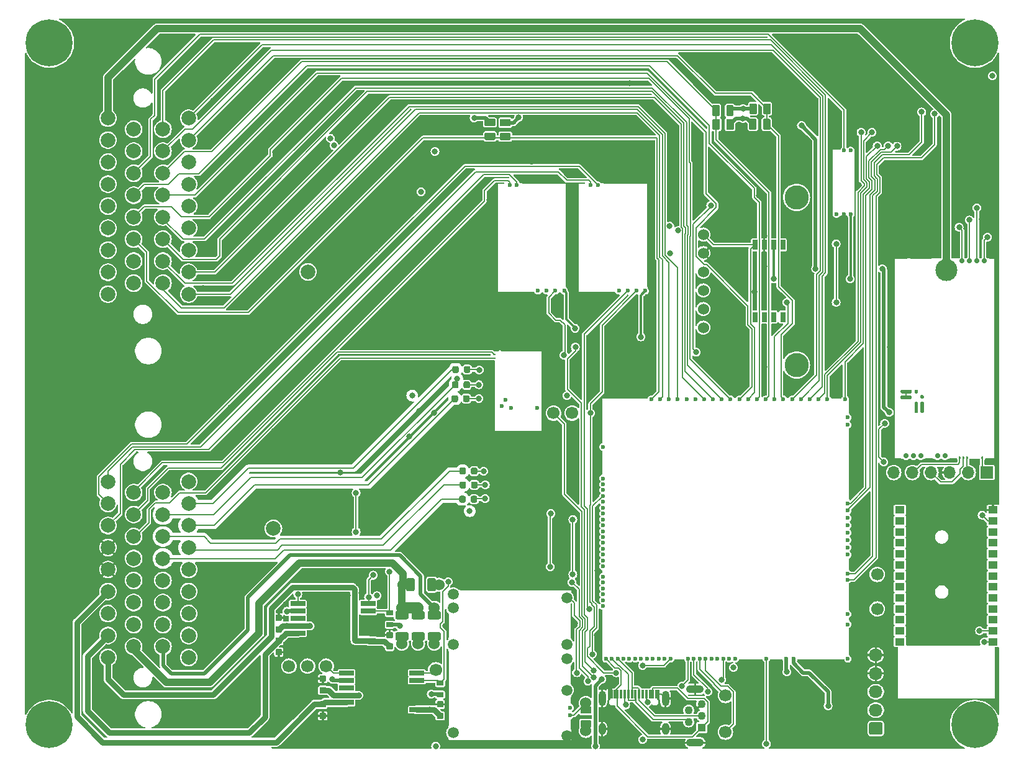
<source format=gtl>
G04 #@! TF.GenerationSoftware,KiCad,Pcbnew,8.0.9-8.0.9-0~ubuntu24.04.1*
G04 #@! TF.CreationDate,2025-10-26T13:01:33+00:00*
G04 #@! TF.ProjectId,uaefi,75616566-692e-46b6-9963-61645f706362,E*
G04 #@! TF.SameCoordinates,Original*
G04 #@! TF.FileFunction,Copper,L1,Top*
G04 #@! TF.FilePolarity,Positive*
%FSLAX46Y46*%
G04 Gerber Fmt 4.6, Leading zero omitted, Abs format (unit mm)*
G04 Created by KiCad (PCBNEW 8.0.9-8.0.9-0~ubuntu24.04.1) date 2025-10-26 13:01:33*
%MOMM*%
%LPD*%
G01*
G04 APERTURE LIST*
G04 #@! TA.AperFunction,ComponentPad*
%ADD10C,1.700000*%
G04 #@! TD*
G04 #@! TA.AperFunction,ComponentPad*
%ADD11C,0.700000*%
G04 #@! TD*
G04 #@! TA.AperFunction,SMDPad,CuDef*
%ADD12C,3.000000*%
G04 #@! TD*
G04 #@! TA.AperFunction,SMDPad,CuDef*
%ADD13R,3.000000X0.250000*%
G04 #@! TD*
G04 #@! TA.AperFunction,SMDPad,CuDef*
%ADD14R,1.100000X0.250000*%
G04 #@! TD*
G04 #@! TA.AperFunction,SMDPad,CuDef*
%ADD15R,0.980000X0.250000*%
G04 #@! TD*
G04 #@! TA.AperFunction,SMDPad,CuDef*
%ADD16R,1.450000X0.250000*%
G04 #@! TD*
G04 #@! TA.AperFunction,SMDPad,CuDef*
%ADD17R,0.250000X27.600000*%
G04 #@! TD*
G04 #@! TA.AperFunction,SMDPad,CuDef*
%ADD18R,1.950000X0.250000*%
G04 #@! TD*
G04 #@! TA.AperFunction,SMDPad,CuDef*
%ADD19R,0.950000X0.250000*%
G04 #@! TD*
G04 #@! TA.AperFunction,ComponentPad*
%ADD20C,2.000000*%
G04 #@! TD*
G04 #@! TA.AperFunction,ComponentPad*
%ADD21C,0.800000*%
G04 #@! TD*
G04 #@! TA.AperFunction,ComponentPad*
%ADD22C,6.400000*%
G04 #@! TD*
G04 #@! TA.AperFunction,ComponentPad*
%ADD23C,1.524000*%
G04 #@! TD*
G04 #@! TA.AperFunction,ComponentPad*
%ADD24O,1.850000X1.700000*%
G04 #@! TD*
G04 #@! TA.AperFunction,ComponentPad*
%ADD25C,0.600000*%
G04 #@! TD*
G04 #@! TA.AperFunction,SMDPad,CuDef*
%ADD26R,6.185000X0.250000*%
G04 #@! TD*
G04 #@! TA.AperFunction,SMDPad,CuDef*
%ADD27R,1.115000X0.250000*%
G04 #@! TD*
G04 #@! TA.AperFunction,SMDPad,CuDef*
%ADD28R,0.250000X14.275000*%
G04 #@! TD*
G04 #@! TA.AperFunction,SMDPad,CuDef*
%ADD29R,0.250000X15.100000*%
G04 #@! TD*
G04 #@! TA.AperFunction,SMDPad,CuDef*
%ADD30R,5.175000X0.250000*%
G04 #@! TD*
G04 #@! TA.AperFunction,ComponentPad*
%ADD31R,1.100000X1.100000*%
G04 #@! TD*
G04 #@! TA.AperFunction,ComponentPad*
%ADD32C,1.100000*%
G04 #@! TD*
G04 #@! TA.AperFunction,ComponentPad*
%ADD33O,2.400000X1.100000*%
G04 #@! TD*
G04 #@! TA.AperFunction,SMDPad,CuDef*
%ADD34O,1.225000X0.200000*%
G04 #@! TD*
G04 #@! TA.AperFunction,SMDPad,CuDef*
%ADD35O,0.200000X9.300000*%
G04 #@! TD*
G04 #@! TA.AperFunction,ComponentPad*
%ADD36C,1.500000*%
G04 #@! TD*
G04 #@! TA.AperFunction,SMDPad,CuDef*
%ADD37O,0.200000X3.300000*%
G04 #@! TD*
G04 #@! TA.AperFunction,SMDPad,CuDef*
%ADD38O,0.200000X10.200000*%
G04 #@! TD*
G04 #@! TA.AperFunction,SMDPad,CuDef*
%ADD39O,0.200000X0.300000*%
G04 #@! TD*
G04 #@! TA.AperFunction,SMDPad,CuDef*
%ADD40O,17.000000X0.200000*%
G04 #@! TD*
G04 #@! TA.AperFunction,SMDPad,CuDef*
%ADD41O,15.400000X0.200000*%
G04 #@! TD*
G04 #@! TA.AperFunction,SMDPad,CuDef*
%ADD42O,0.200000X4.800000*%
G04 #@! TD*
G04 #@! TA.AperFunction,SMDPad,CuDef*
%ADD43O,0.200000X2.600000*%
G04 #@! TD*
G04 #@! TA.AperFunction,SMDPad,CuDef*
%ADD44O,0.200000X1.000000*%
G04 #@! TD*
G04 #@! TA.AperFunction,SMDPad,CuDef*
%ADD45O,0.200000X1.500000*%
G04 #@! TD*
G04 #@! TA.AperFunction,SMDPad,CuDef*
%ADD46O,5.669999X0.200000*%
G04 #@! TD*
G04 #@! TA.AperFunction,SMDPad,CuDef*
%ADD47O,0.200000X11.100001*%
G04 #@! TD*
G04 #@! TA.AperFunction,SMDPad,CuDef*
%ADD48O,0.399999X9.800001*%
G04 #@! TD*
G04 #@! TA.AperFunction,SMDPad,CuDef*
%ADD49O,0.250000X0.499999*%
G04 #@! TD*
G04 #@! TA.AperFunction,SMDPad,CuDef*
%ADD50O,6.799999X0.200000*%
G04 #@! TD*
G04 #@! TA.AperFunction,SMDPad,CuDef*
%ADD51O,0.499999X0.250000*%
G04 #@! TD*
G04 #@! TA.AperFunction,ComponentPad*
%ADD52C,0.599999*%
G04 #@! TD*
G04 #@! TA.AperFunction,SMDPad,CuDef*
%ADD53R,1.300000X1.000000*%
G04 #@! TD*
G04 #@! TA.AperFunction,SMDPad,CuDef*
%ADD54R,2.000000X0.650000*%
G04 #@! TD*
G04 #@! TA.AperFunction,SMDPad,CuDef*
%ADD55R,4.500000X8.100000*%
G04 #@! TD*
G04 #@! TA.AperFunction,SMDPad,CuDef*
%ADD56R,0.200000X3.700000*%
G04 #@! TD*
G04 #@! TA.AperFunction,SMDPad,CuDef*
%ADD57R,0.200000X0.400000*%
G04 #@! TD*
G04 #@! TA.AperFunction,SMDPad,CuDef*
%ADD58R,0.200000X1.600000*%
G04 #@! TD*
G04 #@! TA.AperFunction,SMDPad,CuDef*
%ADD59R,0.200000X9.700000*%
G04 #@! TD*
G04 #@! TA.AperFunction,SMDPad,CuDef*
%ADD60R,0.200000X2.300000*%
G04 #@! TD*
G04 #@! TA.AperFunction,SMDPad,CuDef*
%ADD61R,1.400000X0.200000*%
G04 #@! TD*
G04 #@! TA.AperFunction,SMDPad,CuDef*
%ADD62R,6.400000X0.200000*%
G04 #@! TD*
G04 #@! TA.AperFunction,SMDPad,CuDef*
%ADD63R,1.700000X0.200000*%
G04 #@! TD*
G04 #@! TA.AperFunction,SMDPad,CuDef*
%ADD64R,3.300000X0.200000*%
G04 #@! TD*
G04 #@! TA.AperFunction,SMDPad,CuDef*
%ADD65R,0.200000X7.000000*%
G04 #@! TD*
G04 #@! TA.AperFunction,SMDPad,CuDef*
%ADD66R,0.200000X3.300000*%
G04 #@! TD*
G04 #@! TA.AperFunction,SMDPad,CuDef*
%ADD67R,0.200000X6.300000*%
G04 #@! TD*
G04 #@! TA.AperFunction,SMDPad,CuDef*
%ADD68R,0.300000X1.150000*%
G04 #@! TD*
G04 #@! TA.AperFunction,ComponentPad*
%ADD69O,1.000000X2.100000*%
G04 #@! TD*
G04 #@! TA.AperFunction,ComponentPad*
%ADD70O,1.000000X1.600000*%
G04 #@! TD*
G04 #@! TA.AperFunction,ComponentPad*
%ADD71R,1.700000X1.700000*%
G04 #@! TD*
G04 #@! TA.AperFunction,ComponentPad*
%ADD72O,1.700000X1.700000*%
G04 #@! TD*
G04 #@! TA.AperFunction,ComponentPad*
%ADD73C,3.302000*%
G04 #@! TD*
G04 #@! TA.AperFunction,SMDPad,CuDef*
%ADD74R,0.690000X1.350000*%
G04 #@! TD*
G04 #@! TA.AperFunction,ViaPad*
%ADD75C,0.800000*%
G04 #@! TD*
G04 #@! TA.AperFunction,ViaPad*
%ADD76C,3.300000*%
G04 #@! TD*
G04 #@! TA.AperFunction,ViaPad*
%ADD77C,2.000000*%
G04 #@! TD*
G04 #@! TA.AperFunction,Conductor*
%ADD78C,0.200000*%
G04 #@! TD*
G04 #@! TA.AperFunction,Conductor*
%ADD79C,0.800000*%
G04 #@! TD*
G04 #@! TA.AperFunction,Conductor*
%ADD80C,0.500000*%
G04 #@! TD*
G04 #@! TA.AperFunction,Conductor*
%ADD81C,0.300000*%
G04 #@! TD*
G04 #@! TA.AperFunction,Conductor*
%ADD82C,1.000000*%
G04 #@! TD*
G04 #@! TA.AperFunction,Conductor*
%ADD83C,1.500000*%
G04 #@! TD*
G04 #@! TA.AperFunction,Conductor*
%ADD84C,0.150000*%
G04 #@! TD*
G04 APERTURE END LIST*
G04 #@! TO.P,R40,1*
G04 #@! TO.N,/IN_BUTTON3*
G04 #@! TA.AperFunction,SMDPad,CuDef*
G36*
G01*
X64205000Y83249999D02*
X62955000Y83249999D01*
G75*
G02*
X62855000Y83349999I0J100000D01*
G01*
X62855000Y84149999D01*
G75*
G02*
X62955000Y84249999I100000J0D01*
G01*
X64205000Y84249999D01*
G75*
G02*
X64305000Y84149999I0J-100000D01*
G01*
X64305000Y83349999D01*
G75*
G02*
X64205000Y83249999I-100000J0D01*
G01*
G37*
G04 #@! TD.AperFunction*
G04 #@! TO.P,R40,2*
G04 #@! TO.N,+5VA*
G04 #@! TA.AperFunction,SMDPad,CuDef*
G36*
G01*
X64205000Y85150021D02*
X62955000Y85150021D01*
G75*
G02*
X62855000Y85250021I0J100000D01*
G01*
X62855000Y86050021D01*
G75*
G02*
X62955000Y86150021I100000J0D01*
G01*
X64205000Y86150021D01*
G75*
G02*
X64305000Y86050021I0J-100000D01*
G01*
X64305000Y85250021D01*
G75*
G02*
X64205000Y85150021I-100000J0D01*
G01*
G37*
G04 #@! TD.AperFunction*
G04 #@! TD*
G04 #@! TO.P,C24,1*
G04 #@! TO.N,GND*
G04 #@! TA.AperFunction,SMDPad,CuDef*
G36*
G01*
X40442487Y10225001D02*
X41122487Y10225001D01*
G75*
G02*
X41207487Y10140001I0J-85000D01*
G01*
X41207487Y9460001D01*
G75*
G02*
X41122487Y9375001I-85000J0D01*
G01*
X40442487Y9375001D01*
G75*
G02*
X40357487Y9460001I0J85000D01*
G01*
X40357487Y10140001D01*
G75*
G02*
X40442487Y10225001I85000J0D01*
G01*
G37*
G04 #@! TD.AperFunction*
G04 #@! TO.P,C24,2*
G04 #@! TO.N,/DC Driver 2/PWR*
G04 #@! TA.AperFunction,SMDPad,CuDef*
G36*
G01*
X40442487Y8644999D02*
X41122487Y8644999D01*
G75*
G02*
X41207487Y8559999I0J-85000D01*
G01*
X41207487Y7879999D01*
G75*
G02*
X41122487Y7794999I-85000J0D01*
G01*
X40442487Y7794999D01*
G75*
G02*
X40357487Y7879999I0J85000D01*
G01*
X40357487Y8559999D01*
G75*
G02*
X40442487Y8644999I85000J0D01*
G01*
G37*
G04 #@! TD.AperFunction*
G04 #@! TD*
G04 #@! TO.P,R39,1*
G04 #@! TO.N,/IN_BUTTON2*
G04 #@! TA.AperFunction,SMDPad,CuDef*
G36*
G01*
X101860001Y88145000D02*
X101860001Y86895000D01*
G75*
G02*
X101760001Y86795000I-100000J0D01*
G01*
X100960001Y86795000D01*
G75*
G02*
X100860001Y86895000I0J100000D01*
G01*
X100860001Y88145000D01*
G75*
G02*
X100960001Y88245000I100000J0D01*
G01*
X101760001Y88245000D01*
G75*
G02*
X101860001Y88145000I0J-100000D01*
G01*
G37*
G04 #@! TD.AperFunction*
G04 #@! TO.P,R39,2*
G04 #@! TO.N,+5VA*
G04 #@! TA.AperFunction,SMDPad,CuDef*
G36*
G01*
X99959979Y88145000D02*
X99959979Y86895000D01*
G75*
G02*
X99859979Y86795000I-100000J0D01*
G01*
X99059979Y86795000D01*
G75*
G02*
X98959979Y86895000I0J100000D01*
G01*
X98959979Y88145000D01*
G75*
G02*
X99059979Y88245000I100000J0D01*
G01*
X99859979Y88245000D01*
G75*
G02*
X99959979Y88145000I0J-100000D01*
G01*
G37*
G04 #@! TD.AperFunction*
G04 #@! TD*
D10*
G04 #@! TO.P,P8,1,Pin_1*
G04 #@! TO.N,Net-(M6-UART2_TX_(PD5))*
X116382487Y19310000D03*
G04 #@! TD*
D11*
G04 #@! TO.P,M5,E1,LSU_Un*
G04 #@! TO.N,/WBO_Un*
X130957487Y66760000D03*
G04 #@! TO.P,M5,E2,LSU_Vm*
G04 #@! TO.N,/WBO_Vm*
X127957487Y66760000D03*
G04 #@! TO.P,M5,E3,LSU_Ip*
G04 #@! TO.N,/WBO_Ip*
X128957487Y66760000D03*
G04 #@! TO.P,M5,E4,LSU_Rtrim*
G04 #@! TO.N,/WBO_Rtrim*
X129957487Y66760000D03*
D12*
G04 #@! TO.P,M5,E5,LSU_H+*
G04 #@! TO.N,/WBO_Heater*
X125807487Y65510000D03*
D13*
G04 #@! TO.P,M5,E6,LSU_H-*
G04 #@! TO.N,GND*
X122307487Y67135000D03*
D14*
G04 #@! TO.P,M5,G,GND*
X119107487Y39785000D03*
D15*
X123447487Y39785000D03*
X126747487Y39785000D03*
D16*
X131832487Y39785000D03*
D17*
X118682487Y53460000D03*
X132432487Y53460000D03*
D18*
X119532487Y67135000D03*
D19*
X132082487Y67135000D03*
G04 #@! TO.P,M5,J1,SEL1*
G04 #@! TO.N,Net-(M5-PULL_DOWN1)*
G04 #@! TA.AperFunction,SMDPad,CuDef*
G36*
G01*
X119707487Y49210000D02*
X120957487Y49210000D01*
G75*
G02*
X121082487Y49085000I0J-125000D01*
G01*
X121082487Y48835000D01*
G75*
G02*
X120957487Y48710000I-125000J0D01*
G01*
X119707487Y48710000D01*
G75*
G02*
X119582487Y48835000I0J125000D01*
G01*
X119582487Y49085000D01*
G75*
G02*
X119707487Y49210000I125000J0D01*
G01*
G37*
G04 #@! TD.AperFunction*
G04 #@! TO.P,M5,J2,SEL2*
G04 #@! TO.N,unconnected-(M5-SEL2-PadJ2)*
G04 #@! TA.AperFunction,SMDPad,CuDef*
G36*
G01*
X122382487Y47535000D02*
X122632487Y47535000D01*
G75*
G02*
X122757487Y47410000I0J-125000D01*
G01*
X122757487Y46160000D01*
G75*
G02*
X122632487Y46035000I-125000J0D01*
G01*
X122382487Y46035000D01*
G75*
G02*
X122257487Y46160000I0J125000D01*
G01*
X122257487Y47410000D01*
G75*
G02*
X122382487Y47535000I125000J0D01*
G01*
G37*
G04 #@! TD.AperFunction*
G04 #@! TO.P,M5,J_GND1,PULL_DOWN1*
G04 #@! TO.N,Net-(M5-PULL_DOWN1)*
G04 #@! TA.AperFunction,SMDPad,CuDef*
G36*
G01*
X119707487Y48410000D02*
X120957487Y48410000D01*
G75*
G02*
X121082487Y48285000I0J-125000D01*
G01*
X121082487Y48035000D01*
G75*
G02*
X120957487Y47910000I-125000J0D01*
G01*
X119707487Y47910000D01*
G75*
G02*
X119582487Y48035000I0J125000D01*
G01*
X119582487Y48285000D01*
G75*
G02*
X119707487Y48410000I125000J0D01*
G01*
G37*
G04 #@! TD.AperFunction*
G04 #@! TO.P,M5,J_GND2,PULL_DOWN2*
G04 #@! TO.N,unconnected-(M5-PULL_DOWN2-PadJ_GND2)*
G04 #@! TA.AperFunction,SMDPad,CuDef*
G36*
G01*
X122257487Y48085000D02*
X122257487Y48335000D01*
G75*
G02*
X122382487Y48460000I125000J0D01*
G01*
X122632487Y48460000D01*
G75*
G02*
X122757487Y48335000I0J-125000D01*
G01*
X122757487Y48085000D01*
G75*
G02*
X122632487Y47960000I-125000J0D01*
G01*
X122382487Y47960000D01*
G75*
G02*
X122257487Y48085000I0J125000D01*
G01*
G37*
G04 #@! TD.AperFunction*
G04 #@! TO.P,M5,J_VCC1,PULL_UP1*
G04 #@! TO.N,unconnected-(M5-PULL_UP1-PadJ_VCC1)*
G04 #@! TA.AperFunction,SMDPad,CuDef*
G36*
G01*
X121582487Y49210000D02*
X121832487Y49210000D01*
G75*
G02*
X121957487Y49085000I0J-125000D01*
G01*
X121957487Y48835000D01*
G75*
G02*
X121832487Y48710000I-125000J0D01*
G01*
X121582487Y48710000D01*
G75*
G02*
X121457487Y48835000I0J125000D01*
G01*
X121457487Y49085000D01*
G75*
G02*
X121582487Y49210000I125000J0D01*
G01*
G37*
G04 #@! TD.AperFunction*
G04 #@! TO.P,M5,J_VCC2,PULL_UP2*
G04 #@! TO.N,unconnected-(M5-PULL_UP2-PadJ_VCC2)*
G04 #@! TA.AperFunction,SMDPad,CuDef*
G36*
G01*
X121582487Y47535000D02*
X121832487Y47535000D01*
G75*
G02*
X121957487Y47410000I0J-125000D01*
G01*
X121957487Y46160000D01*
G75*
G02*
X121832487Y46035000I-125000J0D01*
G01*
X121582487Y46035000D01*
G75*
G02*
X121457487Y46160000I0J125000D01*
G01*
X121457487Y47410000D01*
G75*
G02*
X121582487Y47535000I125000J0D01*
G01*
G37*
G04 #@! TD.AperFunction*
D11*
G04 #@! TO.P,M5,W1,V5_IN*
G04 #@! TO.N,+5VA*
X121307487Y40168800D03*
G04 #@! TO.P,M5,W2,CAN_VIO*
G04 #@! TO.N,unconnected-(M5-CAN_VIO-PadW2)*
X122307487Y40168800D03*
G04 #@! TO.P,M5,W3,CANL*
G04 #@! TO.N,/CAN-*
X125603487Y40168800D03*
G04 #@! TO.P,M5,W4,CANH*
G04 #@! TO.N,/CAN+*
X124587487Y40168800D03*
G04 #@! TO.P,M5,W5,nReset*
G04 #@! TO.N,Net-(J6-Pin_5)*
G04 #@! TA.AperFunction,SMDPad,CuDef*
G36*
G01*
X127607487Y39660000D02*
X127607487Y39660000D01*
G75*
G02*
X127482487Y39785000I0J125000D01*
G01*
X127482487Y40035000D01*
G75*
G02*
X127607487Y40160000I125000J0D01*
G01*
X127607487Y40160000D01*
G75*
G02*
X127732487Y40035000I0J-125000D01*
G01*
X127732487Y39785000D01*
G75*
G02*
X127607487Y39660000I-125000J0D01*
G01*
G37*
G04 #@! TD.AperFunction*
G04 #@! TO.P,M5,W6,SWDIO*
G04 #@! TO.N,Net-(J6-Pin_4)*
G04 #@! TA.AperFunction,SMDPad,CuDef*
G36*
G01*
X128107487Y39660000D02*
X128107487Y39660000D01*
G75*
G02*
X127982487Y39785000I0J125000D01*
G01*
X127982487Y40035000D01*
G75*
G02*
X128107487Y40160000I125000J0D01*
G01*
X128107487Y40160000D01*
G75*
G02*
X128232487Y40035000I0J-125000D01*
G01*
X128232487Y39785000D01*
G75*
G02*
X128107487Y39660000I-125000J0D01*
G01*
G37*
G04 #@! TD.AperFunction*
G04 #@! TO.P,M5,W7,SWCLK*
G04 #@! TO.N,Net-(J6-Pin_2)*
G04 #@! TA.AperFunction,SMDPad,CuDef*
G36*
G01*
X128607487Y39660000D02*
X128607487Y39660000D01*
G75*
G02*
X128482487Y39785000I0J125000D01*
G01*
X128482487Y40035000D01*
G75*
G02*
X128607487Y40160000I125000J0D01*
G01*
X128607487Y40160000D01*
G75*
G02*
X128732487Y40035000I0J-125000D01*
G01*
X128732487Y39785000D01*
G75*
G02*
X128607487Y39660000I-125000J0D01*
G01*
G37*
G04 #@! TD.AperFunction*
G04 #@! TO.P,M5,W8,V33_OUT*
G04 #@! TO.N,Net-(J6-Pin_1)*
G04 #@! TA.AperFunction,SMDPad,CuDef*
G36*
G01*
X130707487Y39660000D02*
X130707487Y39660000D01*
G75*
G02*
X130582487Y39785000I0J125000D01*
G01*
X130582487Y40035000D01*
G75*
G02*
X130707487Y40160000I125000J0D01*
G01*
X130707487Y40160000D01*
G75*
G02*
X130832487Y40035000I0J-125000D01*
G01*
X130832487Y39785000D01*
G75*
G02*
X130707487Y39660000I-125000J0D01*
G01*
G37*
G04 #@! TD.AperFunction*
G04 #@! TO.P,M5,W9,VDDA*
G04 #@! TO.N,unconnected-(M5-VDDA-PadW9)*
X120307487Y40168800D03*
G04 #@! TD*
D10*
G04 #@! TO.P,P5,1,Pin_1*
G04 #@! TO.N,/VR_DISCRETE*
X74782487Y46010000D03*
G04 #@! TD*
G04 #@! TO.P,C26,1*
G04 #@! TO.N,GND*
G04 #@! TA.AperFunction,SMDPad,CuDef*
G36*
G01*
X56442487Y6725001D02*
X57122487Y6725001D01*
G75*
G02*
X57207487Y6640001I0J-85000D01*
G01*
X57207487Y5960001D01*
G75*
G02*
X57122487Y5875001I-85000J0D01*
G01*
X56442487Y5875001D01*
G75*
G02*
X56357487Y5960001I0J85000D01*
G01*
X56357487Y6640001D01*
G75*
G02*
X56442487Y6725001I85000J0D01*
G01*
G37*
G04 #@! TD.AperFunction*
G04 #@! TO.P,C26,2*
G04 #@! TO.N,/OUT_DC2+*
G04 #@! TA.AperFunction,SMDPad,CuDef*
G36*
G01*
X56442487Y5144999D02*
X57122487Y5144999D01*
G75*
G02*
X57207487Y5059999I0J-85000D01*
G01*
X57207487Y4379999D01*
G75*
G02*
X57122487Y4294999I-85000J0D01*
G01*
X56442487Y4294999D01*
G75*
G02*
X56357487Y4379999I0J85000D01*
G01*
X56357487Y5059999D01*
G75*
G02*
X56442487Y5144999I85000J0D01*
G01*
G37*
G04 #@! TD.AperFunction*
G04 #@! TD*
D20*
G04 #@! TO.P,J25,1,1*
G04 #@! TO.N,/IN_TPS1*
X22500000Y86235000D03*
G04 #@! TO.P,J25,2,2*
G04 #@! TO.N,/IN_BUTTON2*
X22500000Y83235000D03*
G04 #@! TO.P,J25,3,3*
G04 #@! TO.N,GNDA*
X22500000Y80235000D03*
G04 #@! TO.P,J25,4,4*
X22500000Y77235000D03*
G04 #@! TO.P,J25,5,5*
X22500000Y74235000D03*
G04 #@! TO.P,J25,6,6*
X22500000Y71235000D03*
G04 #@! TO.P,J25,7,7*
X22500000Y68235000D03*
G04 #@! TO.P,J25,8,8*
G04 #@! TO.N,/IN_AUX3*
X22500000Y65235000D03*
G04 #@! TO.P,J25,9,9*
G04 #@! TO.N,/IN_HALL2*
X22500000Y62235000D03*
G04 #@! TO.P,J25,10,10*
G04 #@! TO.N,/IN_PPS1*
X19000000Y84735000D03*
G04 #@! TO.P,J25,11,11*
G04 #@! TO.N,/IN_FLEX*
X19000000Y81735000D03*
G04 #@! TO.P,J25,12,12*
G04 #@! TO.N,/IN_BUTTON1*
X19000000Y78735000D03*
G04 #@! TO.P,J25,13,13*
G04 #@! TO.N,/IN_AUX1*
X19000000Y75735000D03*
G04 #@! TO.P,J25,14,14*
G04 #@! TO.N,/IN_TPS2*
X19000000Y72735000D03*
G04 #@! TO.P,J25,15,15*
G04 #@! TO.N,/IN_PPS2*
X19000000Y69735000D03*
G04 #@! TO.P,J25,16,16*
G04 #@! TO.N,/IN_HALL1*
X19000000Y66735000D03*
G04 #@! TO.P,J25,17,17*
G04 #@! TO.N,/IN_HALL3*
X19000000Y63735000D03*
G04 #@! TO.P,J25,18,18*
G04 #@! TO.N,/EGT+*
X15000000Y84735000D03*
G04 #@! TO.P,J25,19,19*
G04 #@! TO.N,/EGT-*
X15000000Y81735000D03*
G04 #@! TO.P,J25,20,20*
G04 #@! TO.N,/IN_KNOCK_RAW*
X15000000Y78735000D03*
G04 #@! TO.P,J25,21,21*
G04 #@! TO.N,IN_MAP*
X15000000Y75735000D03*
G04 #@! TO.P,J25,22,22*
G04 #@! TO.N,/IN_AUX2*
X15000000Y72735000D03*
G04 #@! TO.P,J25,23,23*
G04 #@! TO.N,/IN_BUTTON3*
X15000000Y69735000D03*
G04 #@! TO.P,J25,24,24*
G04 #@! TO.N,/WBO_Rtrim*
X15000000Y66735000D03*
G04 #@! TO.P,J25,25,25*
G04 #@! TO.N,/OUT_LS_HOT2*
X15000000Y63735000D03*
G04 #@! TO.P,J25,26,26*
G04 #@! TO.N,/WBO_Heater*
X11500000Y86235000D03*
G04 #@! TO.P,J25,27,27*
G04 #@! TO.N,/IN_IAT*
X11500000Y83235000D03*
G04 #@! TO.P,J25,28,28*
G04 #@! TO.N,/IN_CLT*
X11500000Y80235000D03*
G04 #@! TO.P,J25,29,29*
G04 #@! TO.N,/CAN+*
X11500000Y77235000D03*
G04 #@! TO.P,J25,30,30*
G04 #@! TO.N,/CAN-*
X11500000Y74235000D03*
G04 #@! TO.P,J25,31,31*
G04 #@! TO.N,/WBO_Vm*
X11500000Y71235000D03*
G04 #@! TO.P,J25,32,32*
G04 #@! TO.N,/WBO_Ip*
X11500000Y68235000D03*
G04 #@! TO.P,J25,33,33*
G04 #@! TO.N,/WBO_Un*
X11500000Y65235000D03*
G04 #@! TO.P,J25,34,34*
G04 #@! TO.N,/OUT_LS_HOT1*
X11500000Y62235000D03*
G04 #@! TD*
G04 #@! TO.P,C13,1*
G04 #@! TO.N,GND*
G04 #@! TA.AperFunction,SMDPad,CuDef*
G36*
G01*
X49567487Y16185001D02*
X50247487Y16185001D01*
G75*
G02*
X50332487Y16100001I0J-85000D01*
G01*
X50332487Y15420001D01*
G75*
G02*
X50247487Y15335001I-85000J0D01*
G01*
X49567487Y15335001D01*
G75*
G02*
X49482487Y15420001I0J85000D01*
G01*
X49482487Y16100001D01*
G75*
G02*
X49567487Y16185001I85000J0D01*
G01*
G37*
G04 #@! TD.AperFunction*
G04 #@! TO.P,C13,2*
G04 #@! TO.N,/OUT_DC1+*
G04 #@! TA.AperFunction,SMDPad,CuDef*
G36*
G01*
X49567487Y14604999D02*
X50247487Y14604999D01*
G75*
G02*
X50332487Y14519999I0J-85000D01*
G01*
X50332487Y13839999D01*
G75*
G02*
X50247487Y13754999I-85000J0D01*
G01*
X49567487Y13754999D01*
G75*
G02*
X49482487Y13839999I0J85000D01*
G01*
X49482487Y14519999D01*
G75*
G02*
X49567487Y14604999I85000J0D01*
G01*
G37*
G04 #@! TD.AperFunction*
G04 #@! TD*
D10*
G04 #@! TO.P,P15,1,Pin_1*
G04 #@! TO.N,/DC1_DIR*
X38722487Y11510000D03*
G04 #@! TD*
D21*
G04 #@! TO.P,H1,1*
G04 #@! TO.N,N/C*
X1090000Y96510000D03*
X1792944Y98207056D03*
X1792944Y94812944D03*
X3490000Y98910000D03*
D22*
X3490000Y96510000D03*
D21*
X3490000Y94110000D03*
X5187056Y98207056D03*
X5187056Y94812944D03*
X5890000Y96510000D03*
G04 #@! TD*
G04 #@! TO.P,H4,1*
G04 #@! TO.N,N/C*
X127282487Y96510000D03*
X127985431Y98207056D03*
X127985431Y94812944D03*
X129682487Y98910000D03*
D22*
X129682487Y96510000D03*
D21*
X129682487Y94110000D03*
X131379543Y98207056D03*
X131379543Y94812944D03*
X132082487Y96510000D03*
G04 #@! TD*
D23*
G04 #@! TO.P,F4,1,1*
G04 #@! TO.N,+12V*
X51582487Y19460000D03*
G04 #@! TA.AperFunction,SMDPad,CuDef*
G36*
G01*
X50682487Y18115010D02*
X50682487Y18805010D01*
G75*
G02*
X50912487Y19035010I230000J0D01*
G01*
X52252487Y19035010D01*
G75*
G02*
X52482487Y18805010I0J-230000D01*
G01*
X52482487Y18115010D01*
G75*
G02*
X52252487Y17885010I-230000J0D01*
G01*
X50912487Y17885010D01*
G75*
G02*
X50682487Y18115010I0J230000D01*
G01*
G37*
G04 #@! TD.AperFunction*
G04 #@! TO.P,F4,2,2*
G04 #@! TO.N,/DC Driver 1/PWR*
G04 #@! TA.AperFunction,SMDPad,CuDef*
G36*
G01*
X50682487Y15214990D02*
X50682487Y15904990D01*
G75*
G02*
X50912487Y16134990I230000J0D01*
G01*
X52252487Y16134990D01*
G75*
G02*
X52482487Y15904990I0J-230000D01*
G01*
X52482487Y15214990D01*
G75*
G02*
X52252487Y14984990I-230000J0D01*
G01*
X50912487Y14984990D01*
G75*
G02*
X50682487Y15214990I0J230000D01*
G01*
G37*
G04 #@! TD.AperFunction*
X51582487Y14560000D03*
G04 #@! TD*
G04 #@! TO.P,R37,1*
G04 #@! TO.N,GNDA*
G04 #@! TA.AperFunction,SMDPad,CuDef*
G36*
G01*
X65045000Y86120001D02*
X66295000Y86120001D01*
G75*
G02*
X66395000Y86020001I0J-100000D01*
G01*
X66395000Y85220001D01*
G75*
G02*
X66295000Y85120001I-100000J0D01*
G01*
X65045000Y85120001D01*
G75*
G02*
X64945000Y85220001I0J100000D01*
G01*
X64945000Y86020001D01*
G75*
G02*
X65045000Y86120001I100000J0D01*
G01*
G37*
G04 #@! TD.AperFunction*
G04 #@! TO.P,R37,2*
G04 #@! TO.N,/IN_BUTTON3*
G04 #@! TA.AperFunction,SMDPad,CuDef*
G36*
G01*
X65045000Y84219979D02*
X66295000Y84219979D01*
G75*
G02*
X66395000Y84119979I0J-100000D01*
G01*
X66395000Y83319979D01*
G75*
G02*
X66295000Y83219979I-100000J0D01*
G01*
X65045000Y83219979D01*
G75*
G02*
X64945000Y83319979I0J100000D01*
G01*
X64945000Y84119979D01*
G75*
G02*
X65045000Y84219979I100000J0D01*
G01*
G37*
G04 #@! TD.AperFunction*
G04 #@! TD*
G04 #@! TO.P,F9,1*
G04 #@! TO.N,/OUT_IGN5*
G04 #@! TA.AperFunction,SMDPad,CuDef*
G36*
G01*
X59445000Y35953750D02*
X59445000Y36466250D01*
G75*
G02*
X59663750Y36685000I218750J0D01*
G01*
X60101250Y36685000D01*
G75*
G02*
X60320000Y36466250I0J-218750D01*
G01*
X60320000Y35953750D01*
G75*
G02*
X60101250Y35735000I-218750J0D01*
G01*
X59663750Y35735000D01*
G75*
G02*
X59445000Y35953750I0J218750D01*
G01*
G37*
G04 #@! TD.AperFunction*
G04 #@! TO.P,F9,2*
G04 #@! TO.N,/IGN5*
G04 #@! TA.AperFunction,SMDPad,CuDef*
G36*
G01*
X61020000Y35953750D02*
X61020000Y36466250D01*
G75*
G02*
X61238750Y36685000I218750J0D01*
G01*
X61676250Y36685000D01*
G75*
G02*
X61895000Y36466250I0J-218750D01*
G01*
X61895000Y35953750D01*
G75*
G02*
X61676250Y35735000I-218750J0D01*
G01*
X61238750Y35735000D01*
G75*
G02*
X61020000Y35953750I0J218750D01*
G01*
G37*
G04 #@! TD.AperFunction*
G04 #@! TD*
G04 #@! TO.P,C11,1*
G04 #@! TO.N,GND*
G04 #@! TA.AperFunction,SMDPad,CuDef*
G36*
G01*
X34442487Y18525001D02*
X35122487Y18525001D01*
G75*
G02*
X35207487Y18440001I0J-85000D01*
G01*
X35207487Y17760001D01*
G75*
G02*
X35122487Y17675001I-85000J0D01*
G01*
X34442487Y17675001D01*
G75*
G02*
X34357487Y17760001I0J85000D01*
G01*
X34357487Y18440001D01*
G75*
G02*
X34442487Y18525001I85000J0D01*
G01*
G37*
G04 #@! TD.AperFunction*
G04 #@! TO.P,C11,2*
G04 #@! TO.N,/DC Driver 1/PWR*
G04 #@! TA.AperFunction,SMDPad,CuDef*
G36*
G01*
X34442487Y16944999D02*
X35122487Y16944999D01*
G75*
G02*
X35207487Y16859999I0J-85000D01*
G01*
X35207487Y16179999D01*
G75*
G02*
X35122487Y16094999I-85000J0D01*
G01*
X34442487Y16094999D01*
G75*
G02*
X34357487Y16179999I0J85000D01*
G01*
X34357487Y16859999D01*
G75*
G02*
X34442487Y16944999I85000J0D01*
G01*
G37*
G04 #@! TD.AperFunction*
G04 #@! TD*
G04 #@! TO.P,J7,1,Pin_1*
G04 #@! TO.N,/VBUS*
G04 #@! TA.AperFunction,ComponentPad*
G36*
G01*
X116857487Y2160000D02*
X115507487Y2160000D01*
G75*
G02*
X115257487Y2410000I0J250000D01*
G01*
X115257487Y3610000D01*
G75*
G02*
X115507487Y3860000I250000J0D01*
G01*
X116857487Y3860000D01*
G75*
G02*
X117107487Y3610000I0J-250000D01*
G01*
X117107487Y2410000D01*
G75*
G02*
X116857487Y2160000I-250000J0D01*
G01*
G37*
G04 #@! TD.AperFunction*
D24*
G04 #@! TO.P,J7,2,Pin_2*
G04 #@! TO.N,/USB-*
X116182487Y5510000D03*
G04 #@! TO.P,J7,3,Pin_3*
G04 #@! TO.N,/USB+*
X116182487Y8010000D03*
G04 #@! TO.P,J7,4,Pin_4*
G04 #@! TO.N,GND*
X116182487Y10510000D03*
G04 #@! TO.P,J7,5,Pin_5*
X116182487Y13010000D03*
G04 #@! TD*
G04 #@! TO.P,F6,1*
G04 #@! TO.N,/OUT_IGN1*
G04 #@! TA.AperFunction,SMDPad,CuDef*
G36*
G01*
X58447500Y51703750D02*
X58447500Y52216250D01*
G75*
G02*
X58666250Y52435000I218750J0D01*
G01*
X59103750Y52435000D01*
G75*
G02*
X59322500Y52216250I0J-218750D01*
G01*
X59322500Y51703750D01*
G75*
G02*
X59103750Y51485000I-218750J0D01*
G01*
X58666250Y51485000D01*
G75*
G02*
X58447500Y51703750I0J218750D01*
G01*
G37*
G04 #@! TD.AperFunction*
G04 #@! TO.P,F6,2*
G04 #@! TO.N,/IGN1*
G04 #@! TA.AperFunction,SMDPad,CuDef*
G36*
G01*
X60022500Y51703750D02*
X60022500Y52216250D01*
G75*
G02*
X60241250Y52435000I218750J0D01*
G01*
X60678750Y52435000D01*
G75*
G02*
X60897500Y52216250I0J-218750D01*
G01*
X60897500Y51703750D01*
G75*
G02*
X60678750Y51485000I-218750J0D01*
G01*
X60241250Y51485000D01*
G75*
G02*
X60022500Y51703750I0J218750D01*
G01*
G37*
G04 #@! TD.AperFunction*
G04 #@! TD*
D10*
G04 #@! TO.P,P4,1,Pin_1*
G04 #@! TO.N,Net-(M6-LED_GREEN)*
X95682487Y7510000D03*
G04 #@! TD*
D21*
G04 #@! TO.P,H2,1*
G04 #@! TO.N,N/C*
X1090000Y3510000D03*
X1792944Y5207056D03*
X1792944Y1812944D03*
X3490000Y5910000D03*
D22*
X3490000Y3510000D03*
D21*
X3490000Y1110000D03*
X5187056Y5207056D03*
X5187056Y1812944D03*
X5890000Y3510000D03*
G04 #@! TD*
D25*
G04 #@! TO.P,M3,E1,Thresh_IN*
G04 #@! TO.N,/VR_DISCRETE_THR*
X82357487Y62685000D03*
G04 #@! TO.P,M3,E2,OUT_A*
G04 #@! TO.N,/VR_DISCRETE_A*
X81157487Y62685000D03*
G04 #@! TO.P,M3,E3,OUT*
G04 #@! TO.N,/VR_DISCRETE*
X83557487Y62685000D03*
G04 #@! TO.P,M3,E4,V5_IN*
G04 #@! TO.N,+5VA*
X84757487Y62685000D03*
D26*
G04 #@! TO.P,M3,G,GND*
G04 #@! TO.N,GND*
X82089987Y77335000D03*
D27*
X76039987Y77335000D03*
D28*
X85057487Y70322500D03*
D29*
X75607487Y69910000D03*
D30*
X78069987Y62485000D03*
D25*
G04 #@! TO.P,M3,W1,VR-*
G04 #@! TO.N,/VR_DISCRETE-*
X78297487Y77110000D03*
G04 #@! TO.P,M3,W2,VR+*
G04 #@! TO.N,/VR_DISCRETE+*
X77297487Y77110000D03*
G04 #@! TD*
D10*
G04 #@! TO.P,P17,1,Pin_1*
G04 #@! TO.N,/DC1_PWM*
X36182487Y11510000D03*
G04 #@! TD*
G04 #@! TO.P,F10,1*
G04 #@! TO.N,/OUT_IGN6*
G04 #@! TA.AperFunction,SMDPad,CuDef*
G36*
G01*
X59387500Y34013750D02*
X59387500Y34526250D01*
G75*
G02*
X59606250Y34745000I218750J0D01*
G01*
X60043750Y34745000D01*
G75*
G02*
X60262500Y34526250I0J-218750D01*
G01*
X60262500Y34013750D01*
G75*
G02*
X60043750Y33795000I-218750J0D01*
G01*
X59606250Y33795000D01*
G75*
G02*
X59387500Y34013750I0J218750D01*
G01*
G37*
G04 #@! TD.AperFunction*
G04 #@! TO.P,F10,2*
G04 #@! TO.N,/IGN6*
G04 #@! TA.AperFunction,SMDPad,CuDef*
G36*
G01*
X60962500Y34013750D02*
X60962500Y34526250D01*
G75*
G02*
X61181250Y34745000I218750J0D01*
G01*
X61618750Y34745000D01*
G75*
G02*
X61837500Y34526250I0J-218750D01*
G01*
X61837500Y34013750D01*
G75*
G02*
X61618750Y33795000I-218750J0D01*
G01*
X61181250Y33795000D01*
G75*
G02*
X60962500Y34013750I0J218750D01*
G01*
G37*
G04 #@! TD.AperFunction*
G04 #@! TD*
D31*
G04 #@! TO.P,J8,1,VBUS*
G04 #@! TO.N,/VBUS*
X92432487Y3110000D03*
D32*
G04 #@! TO.P,J8,2,D-*
G04 #@! TO.N,/USB-*
X90682487Y3910000D03*
G04 #@! TO.P,J8,3,D+*
G04 #@! TO.N,/USB+*
X92432487Y4710000D03*
G04 #@! TO.P,J8,4,ID*
G04 #@! TO.N,unconnected-(J8-ID-Pad4)*
X90682487Y5510000D03*
G04 #@! TO.P,J8,5,GND*
G04 #@! TO.N,GND*
X92432487Y6310000D03*
D33*
G04 #@! TO.P,J8,6,Shield*
X91557487Y1060000D03*
X91557487Y8360000D03*
G04 #@! TD*
D23*
G04 #@! TO.P,F3,1,1*
G04 #@! TO.N,+12V*
X53782487Y19460000D03*
G04 #@! TA.AperFunction,SMDPad,CuDef*
G36*
G01*
X52882487Y18115010D02*
X52882487Y18805010D01*
G75*
G02*
X53112487Y19035010I230000J0D01*
G01*
X54452487Y19035010D01*
G75*
G02*
X54682487Y18805010I0J-230000D01*
G01*
X54682487Y18115010D01*
G75*
G02*
X54452487Y17885010I-230000J0D01*
G01*
X53112487Y17885010D01*
G75*
G02*
X52882487Y18115010I0J230000D01*
G01*
G37*
G04 #@! TD.AperFunction*
G04 #@! TO.P,F3,2,2*
G04 #@! TO.N,/DC Driver 2/PWR*
G04 #@! TA.AperFunction,SMDPad,CuDef*
G36*
G01*
X52882487Y15214990D02*
X52882487Y15904990D01*
G75*
G02*
X53112487Y16134990I230000J0D01*
G01*
X54452487Y16134990D01*
G75*
G02*
X54682487Y15904990I0J-230000D01*
G01*
X54682487Y15214990D01*
G75*
G02*
X54452487Y14984990I-230000J0D01*
G01*
X53112487Y14984990D01*
G75*
G02*
X52882487Y15214990I0J230000D01*
G01*
G37*
G04 #@! TD.AperFunction*
X53782487Y14560000D03*
G04 #@! TD*
D25*
G04 #@! TO.P,M2,E1,V5A*
G04 #@! TO.N,+5VA*
X112757486Y73135000D03*
D34*
G04 #@! TO.P,M2,E2,GND*
G04 #@! TO.N,GND*
X110782486Y82035000D03*
D35*
X113357486Y77485000D03*
X110257486Y77485000D03*
D25*
X111807486Y73135000D03*
G04 #@! TO.P,M2,E3,OUT_KNOCK*
G04 #@! TO.N,/IN_KNOCK*
X110857488Y73135000D03*
G04 #@! TO.P,M2,W1,IN_KNOCK*
G04 #@! TO.N,/IN_KNOCK_RAW*
X111857486Y81835000D03*
G04 #@! TO.P,M2,W2,VREF*
G04 #@! TO.N,/VREF1*
X112757486Y81835000D03*
G04 #@! TD*
G04 #@! TO.P,C25,1*
G04 #@! TO.N,GND*
G04 #@! TA.AperFunction,SMDPad,CuDef*
G36*
G01*
X41122487Y4294999D02*
X40442487Y4294999D01*
G75*
G02*
X40357487Y4379999I0J85000D01*
G01*
X40357487Y5059999D01*
G75*
G02*
X40442487Y5144999I85000J0D01*
G01*
X41122487Y5144999D01*
G75*
G02*
X41207487Y5059999I0J-85000D01*
G01*
X41207487Y4379999D01*
G75*
G02*
X41122487Y4294999I-85000J0D01*
G01*
G37*
G04 #@! TD.AperFunction*
G04 #@! TO.P,C25,2*
G04 #@! TO.N,/OUT_DC2-*
G04 #@! TA.AperFunction,SMDPad,CuDef*
G36*
G01*
X41122487Y5875001D02*
X40442487Y5875001D01*
G75*
G02*
X40357487Y5960001I0J85000D01*
G01*
X40357487Y6640001D01*
G75*
G02*
X40442487Y6725001I85000J0D01*
G01*
X41122487Y6725001D01*
G75*
G02*
X41207487Y6640001I0J-85000D01*
G01*
X41207487Y5960001D01*
G75*
G02*
X41122487Y5875001I-85000J0D01*
G01*
G37*
G04 #@! TD.AperFunction*
G04 #@! TD*
D10*
G04 #@! TO.P,P18,1,Pin_1*
G04 #@! TO.N,/DC2_PWM*
X56182487Y11010000D03*
G04 #@! TD*
D20*
G04 #@! TO.P,J23,1,1*
G04 #@! TO.N,/OUT_LS2*
X22500000Y36685000D03*
G04 #@! TO.P,J23,2,2*
G04 #@! TO.N,/OUT_IGN1*
X22500000Y33685000D03*
G04 #@! TO.P,J23,3,3*
G04 #@! TO.N,/OUT_IGN3*
X22500000Y30685000D03*
G04 #@! TO.P,J23,4,4*
G04 #@! TO.N,/OUT_IGN5*
X22500000Y27685000D03*
G04 #@! TO.P,J23,5,5*
G04 #@! TO.N,/OUT_INJ5*
X22500000Y24685000D03*
G04 #@! TO.P,J23,6,6*
G04 #@! TO.N,/OUT_INJ3*
X22500000Y21685000D03*
G04 #@! TO.P,J23,7,7*
G04 #@! TO.N,/OUT_INJ1*
X22500000Y18685000D03*
G04 #@! TO.P,J23,8,8*
G04 #@! TO.N,/OUT_LS3*
X22500000Y15685000D03*
G04 #@! TO.P,J23,9,9*
G04 #@! TO.N,/OUT_LS4*
X22500000Y12685000D03*
G04 #@! TO.P,J23,10,10*
G04 #@! TO.N,/OUT_LS1*
X19000000Y35185000D03*
G04 #@! TO.P,J23,11,11*
G04 #@! TO.N,/OUT_IGN2*
X19000000Y32185000D03*
G04 #@! TO.P,J23,12,12*
G04 #@! TO.N,/OUT_IGN4*
X19000000Y29185000D03*
G04 #@! TO.P,J23,13,13*
G04 #@! TO.N,/OUT_IGN6*
X19000000Y26185000D03*
G04 #@! TO.P,J23,14,14*
G04 #@! TO.N,/OUT_INJ6*
X19000000Y23185000D03*
G04 #@! TO.P,J23,15,15*
G04 #@! TO.N,/OUT_INJ4*
X19000000Y20185000D03*
G04 #@! TO.P,J23,16,16*
G04 #@! TO.N,/OUT_INJ2*
X19000000Y17185000D03*
G04 #@! TO.P,J23,17,17*
G04 #@! TO.N,12V_KEY*
X19000000Y14185000D03*
G04 #@! TO.P,J23,18,18*
G04 #@! TO.N,/VR_MAX9924+*
X15000000Y35185000D03*
G04 #@! TO.P,J23,19,19*
G04 #@! TO.N,CAN2L*
X15000000Y32185000D03*
G04 #@! TO.P,J23,20,20*
G04 #@! TO.N,CAN2H*
X15000000Y29185000D03*
G04 #@! TO.P,J23,21,21*
G04 #@! TO.N,+5VP*
X15000000Y26185000D03*
G04 #@! TO.P,J23,22,22*
X15000000Y23185000D03*
G04 #@! TO.P,J23,23,23*
X15000000Y20185000D03*
G04 #@! TO.P,J23,24,24*
X15000000Y17185000D03*
G04 #@! TO.P,J23,25,25*
G04 #@! TO.N,+12V*
X15000000Y14185000D03*
G04 #@! TO.P,J23,26,26*
G04 #@! TO.N,/VR_DISCRETE+*
X11500000Y36685000D03*
G04 #@! TO.P,J23,27,27*
G04 #@! TO.N,/VR_DISCRETE-*
X11500000Y33685000D03*
G04 #@! TO.P,J23,28,28*
G04 #@! TO.N,/VR_MAX9924-*
X11500000Y30685000D03*
G04 #@! TO.P,J23,29,29*
G04 #@! TO.N,GND*
X11500000Y27685000D03*
G04 #@! TO.P,J23,30,30*
X11500000Y24685000D03*
G04 #@! TO.P,J23,31,31*
G04 #@! TO.N,/OUT_DC2-*
X11500000Y21685000D03*
G04 #@! TO.P,J23,32,32*
G04 #@! TO.N,/OUT_DC2+*
X11500000Y18685000D03*
G04 #@! TO.P,J23,33,33*
G04 #@! TO.N,/OUT_DC1-*
X11500000Y15685000D03*
G04 #@! TO.P,J23,34,34*
G04 #@! TO.N,/OUT_DC1+*
X11500000Y12685000D03*
G04 #@! TD*
D36*
G04 #@! TO.P,M1,E1,VBAT*
G04 #@! TO.N,/VBAT*
X74057482Y20834999D03*
G04 #@! TO.P,M1,E2,V12*
G04 #@! TO.N,unconnected-(M1-V12-PadE2)*
X74057482Y14435002D03*
G04 #@! TO.P,M1,E3,VIGN*
G04 #@! TO.N,/VIGN*
X74057482Y12534999D03*
G04 #@! TO.P,M1,E4,V5*
G04 #@! TO.N,+5V*
X74057482Y8234999D03*
D25*
G04 #@! TO.P,M1,E5,EN_5VP*
G04 #@! TO.N,/PWR_EN*
X74507481Y5835002D03*
G04 #@! TO.P,M1,E6,PG_5VP*
G04 #@! TO.N,Net-(M1-PG_5VP)*
X74507481Y4835001D03*
D37*
G04 #@! TO.P,M1,S1,GND*
G04 #@! TO.N,GND*
X57907486Y16984999D03*
D38*
X57907486Y8485001D03*
D39*
X57907486Y1384999D03*
D40*
X66307484Y1334999D03*
D41*
X67107485Y21934999D03*
D36*
X74057482Y1984999D03*
D39*
X74707483Y21884999D03*
D42*
X74707483Y17685001D03*
D43*
X74707483Y10334999D03*
D44*
X74707483Y6835002D03*
D45*
X74707483Y3535001D03*
D36*
G04 #@! TO.P,M1,V1,V12_PERM*
G04 #@! TO.N,+12V_RAW*
X58557485Y21285001D03*
G04 #@! TO.P,M1,V2,IN_VIGN*
G04 #@! TO.N,/IN_VIGN*
X58557485Y19435002D03*
G04 #@! TO.P,M1,V3,V12_RAW*
G04 #@! TO.N,+12V_RAW*
X58557485Y14484999D03*
G04 #@! TO.P,M1,V4,5VP*
G04 #@! TO.N,+5VP*
X58557485Y2435001D03*
G04 #@! TD*
G04 #@! TO.P,F8,1*
G04 #@! TO.N,/OUT_IGN4*
G04 #@! TA.AperFunction,SMDPad,CuDef*
G36*
G01*
X59415000Y37863750D02*
X59415000Y38376250D01*
G75*
G02*
X59633750Y38595000I218750J0D01*
G01*
X60071250Y38595000D01*
G75*
G02*
X60290000Y38376250I0J-218750D01*
G01*
X60290000Y37863750D01*
G75*
G02*
X60071250Y37645000I-218750J0D01*
G01*
X59633750Y37645000D01*
G75*
G02*
X59415000Y37863750I0J218750D01*
G01*
G37*
G04 #@! TD.AperFunction*
G04 #@! TO.P,F8,2*
G04 #@! TO.N,/IGN4*
G04 #@! TA.AperFunction,SMDPad,CuDef*
G36*
G01*
X60990000Y37863750D02*
X60990000Y38376250D01*
G75*
G02*
X61208750Y38595000I218750J0D01*
G01*
X61646250Y38595000D01*
G75*
G02*
X61865000Y38376250I0J-218750D01*
G01*
X61865000Y37863750D01*
G75*
G02*
X61646250Y37645000I-218750J0D01*
G01*
X61208750Y37645000D01*
G75*
G02*
X60990000Y37863750I0J218750D01*
G01*
G37*
G04 #@! TD.AperFunction*
G04 #@! TD*
D10*
G04 #@! TO.P,P6,1,Pin_1*
G04 #@! TO.N,/VR_MAX9924*
X72242487Y46010000D03*
G04 #@! TD*
D46*
G04 #@! TO.P,M7,E1,GND*
G04 #@! TO.N,GND*
X67944987Y54485001D03*
D47*
X70682487Y49010000D03*
D48*
X64082490Y48309999D03*
D49*
X64082490Y43685005D03*
D50*
X67344988Y43510001D03*
D51*
G04 #@! TO.P,M7,S1,CANL*
G04 #@! TO.N,CAN2L*
X64132488Y54034999D03*
G04 #@! TO.P,M7,S2,CANH*
G04 #@! TO.N,CAN2H*
X64132488Y53534998D03*
D52*
G04 #@! TO.P,M7,V1,V5*
G04 #@! TO.N,+5VA*
X65182486Y46985001D03*
G04 #@! TO.P,M7,V2,CAN_VIO*
G04 #@! TO.N,+3.3VA*
X65707486Y47860003D03*
G04 #@! TO.P,M7,V5,CAN_TX*
G04 #@! TO.N,Net-(M6-SPI2_SCK_{slash}_CAN2_TX_(PB13))*
X66457484Y46684999D03*
G04 #@! TO.P,M7,V6,CAN_RX*
G04 #@! TO.N,Net-(M6-SPI2_CS_{slash}_CAN2_RX_(PB12))*
X70007485Y46760002D03*
G04 #@! TD*
G04 #@! TO.P,R9,1*
G04 #@! TO.N,/DC1_DIS*
G04 #@! TA.AperFunction,SMDPad,CuDef*
G36*
G01*
X49517487Y19120000D02*
X50297487Y19120000D01*
G75*
G02*
X50367487Y19050000I0J-70000D01*
G01*
X50367487Y18490000D01*
G75*
G02*
X50297487Y18420000I-70000J0D01*
G01*
X49517487Y18420000D01*
G75*
G02*
X49447487Y18490000I0J70000D01*
G01*
X49447487Y19050000D01*
G75*
G02*
X49517487Y19120000I70000J0D01*
G01*
G37*
G04 #@! TD.AperFunction*
G04 #@! TO.P,R9,2*
G04 #@! TO.N,+3.3V*
G04 #@! TA.AperFunction,SMDPad,CuDef*
G36*
G01*
X49517487Y17520000D02*
X50297487Y17520000D01*
G75*
G02*
X50367487Y17450000I0J-70000D01*
G01*
X50367487Y16890000D01*
G75*
G02*
X50297487Y16820000I-70000J0D01*
G01*
X49517487Y16820000D01*
G75*
G02*
X49447487Y16890000I0J70000D01*
G01*
X49447487Y17450000D01*
G75*
G02*
X49517487Y17520000I70000J0D01*
G01*
G37*
G04 #@! TD.AperFunction*
G04 #@! TD*
G04 #@! TO.P,F7,1*
G04 #@! TO.N,/OUT_IGN3*
G04 #@! TA.AperFunction,SMDPad,CuDef*
G36*
G01*
X58347500Y47723750D02*
X58347500Y48236250D01*
G75*
G02*
X58566250Y48455000I218750J0D01*
G01*
X59003750Y48455000D01*
G75*
G02*
X59222500Y48236250I0J-218750D01*
G01*
X59222500Y47723750D01*
G75*
G02*
X59003750Y47505000I-218750J0D01*
G01*
X58566250Y47505000D01*
G75*
G02*
X58347500Y47723750I0J218750D01*
G01*
G37*
G04 #@! TD.AperFunction*
G04 #@! TO.P,F7,2*
G04 #@! TO.N,/IGN3*
G04 #@! TA.AperFunction,SMDPad,CuDef*
G36*
G01*
X59922500Y47723750D02*
X59922500Y48236250D01*
G75*
G02*
X60141250Y48455000I218750J0D01*
G01*
X60578750Y48455000D01*
G75*
G02*
X60797500Y48236250I0J-218750D01*
G01*
X60797500Y47723750D01*
G75*
G02*
X60578750Y47505000I-218750J0D01*
G01*
X60141250Y47505000D01*
G75*
G02*
X59922500Y47723750I0J218750D01*
G01*
G37*
G04 #@! TD.AperFunction*
G04 #@! TD*
D53*
G04 #@! TO.P,U5,1,TXD*
G04 #@! TO.N,Net-(M6-UART2_RX_(PD6))*
X132182487Y14810000D03*
G04 #@! TO.P,U5,2,RXD*
G04 #@! TO.N,Net-(M6-UART2_TX_(PD5))*
X132182487Y16310000D03*
G04 #@! TO.P,U5,3*
G04 #@! TO.N,N/C*
X132182487Y17810000D03*
G04 #@! TO.P,U5,4*
X132182487Y19310000D03*
G04 #@! TO.P,U5,5,IO1*
G04 #@! TO.N,unconnected-(U5-IO1-Pad5)*
X132182487Y20810000D03*
G04 #@! TO.P,U5,6,IO2*
G04 #@! TO.N,unconnected-(U5-IO2-Pad6)*
X132182487Y22310000D03*
G04 #@! TO.P,U5,7*
G04 #@! TO.N,N/C*
X132182487Y23810000D03*
G04 #@! TO.P,U5,8*
X132182487Y25310000D03*
G04 #@! TO.P,U5,9*
X132182487Y26810000D03*
G04 #@! TO.P,U5,10*
X132182487Y28310000D03*
G04 #@! TO.P,U5,11*
X132182487Y29810000D03*
G04 #@! TO.P,U5,12,3V3*
G04 #@! TO.N,+3.3VA*
X132182487Y31310000D03*
G04 #@! TO.P,U5,13,GND*
G04 #@! TO.N,GND*
X132182487Y32810000D03*
G04 #@! TO.P,U5,14*
G04 #@! TO.N,N/C*
X119482487Y32810000D03*
G04 #@! TO.P,U5,15,EN*
G04 #@! TO.N,unconnected-(U5-EN-Pad15)*
X119482487Y31310000D03*
G04 #@! TO.P,U5,16,ALED*
G04 #@! TO.N,unconnected-(U5-ALED-Pad16)*
X119482487Y29810000D03*
G04 #@! TO.P,U5,17,STAT*
G04 #@! TO.N,unconnected-(U5-STAT-Pad17)*
X119482487Y28310000D03*
G04 #@! TO.P,U5,18*
G04 #@! TO.N,N/C*
X119482487Y26810000D03*
G04 #@! TO.P,U5,19*
X119482487Y25310000D03*
G04 #@! TO.P,U5,20*
X119482487Y23810000D03*
G04 #@! TO.P,U5,21*
X119482487Y22310000D03*
G04 #@! TO.P,U5,22*
X119482487Y20810000D03*
G04 #@! TO.P,U5,23*
X119482487Y19310000D03*
G04 #@! TO.P,U5,24*
X119482487Y17810000D03*
G04 #@! TO.P,U5,25*
X119482487Y16310000D03*
G04 #@! TO.P,U5,26*
X119482487Y14810000D03*
G04 #@! TD*
G04 #@! TO.P,R35,1*
G04 #@! TO.N,GNDA*
G04 #@! TA.AperFunction,SMDPad,CuDef*
G36*
G01*
X96820001Y86005000D02*
X96820001Y84755000D01*
G75*
G02*
X96720001Y84655000I-100000J0D01*
G01*
X95920001Y84655000D01*
G75*
G02*
X95820001Y84755000I0J100000D01*
G01*
X95820001Y86005000D01*
G75*
G02*
X95920001Y86105000I100000J0D01*
G01*
X96720001Y86105000D01*
G75*
G02*
X96820001Y86005000I0J-100000D01*
G01*
G37*
G04 #@! TD.AperFunction*
G04 #@! TO.P,R35,2*
G04 #@! TO.N,/IN_BUTTON1*
G04 #@! TA.AperFunction,SMDPad,CuDef*
G36*
G01*
X94919979Y86005000D02*
X94919979Y84755000D01*
G75*
G02*
X94819979Y84655000I-100000J0D01*
G01*
X94019979Y84655000D01*
G75*
G02*
X93919979Y84755000I0J100000D01*
G01*
X93919979Y86005000D01*
G75*
G02*
X94019979Y86105000I100000J0D01*
G01*
X94819979Y86105000D01*
G75*
G02*
X94919979Y86005000I0J-100000D01*
G01*
G37*
G04 #@! TD.AperFunction*
G04 #@! TD*
D23*
G04 #@! TO.P,F1,1,1*
G04 #@! TO.N,12V_KEY*
X55982487Y19460000D03*
G04 #@! TA.AperFunction,SMDPad,CuDef*
G36*
G01*
X55082487Y18115010D02*
X55082487Y18805010D01*
G75*
G02*
X55312487Y19035010I230000J0D01*
G01*
X56652487Y19035010D01*
G75*
G02*
X56882487Y18805010I0J-230000D01*
G01*
X56882487Y18115010D01*
G75*
G02*
X56652487Y17885010I-230000J0D01*
G01*
X55312487Y17885010D01*
G75*
G02*
X55082487Y18115010I0J230000D01*
G01*
G37*
G04 #@! TD.AperFunction*
G04 #@! TO.P,F1,2,2*
G04 #@! TO.N,/IN_VIGN*
G04 #@! TA.AperFunction,SMDPad,CuDef*
G36*
G01*
X55082487Y15214990D02*
X55082487Y15904990D01*
G75*
G02*
X55312487Y16134990I230000J0D01*
G01*
X56652487Y16134990D01*
G75*
G02*
X56882487Y15904990I0J-230000D01*
G01*
X56882487Y15214990D01*
G75*
G02*
X56652487Y14984990I-230000J0D01*
G01*
X55312487Y14984990D01*
G75*
G02*
X55082487Y15214990I0J230000D01*
G01*
G37*
G04 #@! TD.AperFunction*
X55982487Y14560000D03*
G04 #@! TD*
D10*
G04 #@! TO.P,P3,1,Pin_1*
G04 #@! TO.N,Net-(M6-LED_YELLOW)*
X95682487Y2510000D03*
G04 #@! TD*
D23*
G04 #@! TO.P,R4,1,1*
G04 #@! TO.N,Net-(M1-PG_5VP)*
X76657096Y6484609D03*
G04 #@! TA.AperFunction,SMDPad,CuDef*
G36*
G01*
X76032096Y6029610D02*
X77282096Y6029610D01*
G75*
G02*
X77382096Y5929610I0J-100000D01*
G01*
X77382096Y5129610D01*
G75*
G02*
X77282096Y5029610I-100000J0D01*
G01*
X76032096Y5029610D01*
G75*
G02*
X75932096Y5129610I0J100000D01*
G01*
X75932096Y5929610D01*
G75*
G02*
X76032096Y6029610I100000J0D01*
G01*
G37*
G04 #@! TD.AperFunction*
G04 #@! TO.P,R4,2,2*
G04 #@! TO.N,/PG_5VP*
G04 #@! TA.AperFunction,SMDPad,CuDef*
G36*
G01*
X76032096Y4129588D02*
X77282096Y4129588D01*
G75*
G02*
X77382096Y4029588I0J-100000D01*
G01*
X77382096Y3229588D01*
G75*
G02*
X77282096Y3129588I-100000J0D01*
G01*
X76032096Y3129588D01*
G75*
G02*
X75932096Y3229588I0J100000D01*
G01*
X75932096Y4029588D01*
G75*
G02*
X76032096Y4129588I100000J0D01*
G01*
G37*
G04 #@! TD.AperFunction*
X76657096Y2674609D03*
G04 #@! TD*
G04 #@! TO.P,R38,1*
G04 #@! TO.N,/IN_BUTTON1*
G04 #@! TA.AperFunction,SMDPad,CuDef*
G36*
G01*
X93909978Y86655000D02*
X93909978Y87905000D01*
G75*
G02*
X94009978Y88005000I100000J0D01*
G01*
X94809978Y88005000D01*
G75*
G02*
X94909978Y87905000I0J-100000D01*
G01*
X94909978Y86655000D01*
G75*
G02*
X94809978Y86555000I-100000J0D01*
G01*
X94009978Y86555000D01*
G75*
G02*
X93909978Y86655000I0J100000D01*
G01*
G37*
G04 #@! TD.AperFunction*
G04 #@! TO.P,R38,2*
G04 #@! TO.N,+5VA*
G04 #@! TA.AperFunction,SMDPad,CuDef*
G36*
G01*
X95810000Y86655000D02*
X95810000Y87905000D01*
G75*
G02*
X95910000Y88005000I100000J0D01*
G01*
X96710000Y88005000D01*
G75*
G02*
X96810000Y87905000I0J-100000D01*
G01*
X96810000Y86655000D01*
G75*
G02*
X96710000Y86555000I-100000J0D01*
G01*
X95910000Y86555000D01*
G75*
G02*
X95810000Y86655000I0J100000D01*
G01*
G37*
G04 #@! TD.AperFunction*
G04 #@! TD*
G04 #@! TO.P,R36,1*
G04 #@! TO.N,GNDA*
G04 #@! TA.AperFunction,SMDPad,CuDef*
G36*
G01*
X98919999Y84785000D02*
X98919999Y86035000D01*
G75*
G02*
X99019999Y86135000I100000J0D01*
G01*
X99819999Y86135000D01*
G75*
G02*
X99919999Y86035000I0J-100000D01*
G01*
X99919999Y84785000D01*
G75*
G02*
X99819999Y84685000I-100000J0D01*
G01*
X99019999Y84685000D01*
G75*
G02*
X98919999Y84785000I0J100000D01*
G01*
G37*
G04 #@! TD.AperFunction*
G04 #@! TO.P,R36,2*
G04 #@! TO.N,/IN_BUTTON2*
G04 #@! TA.AperFunction,SMDPad,CuDef*
G36*
G01*
X100820021Y84785000D02*
X100820021Y86035000D01*
G75*
G02*
X100920021Y86135000I100000J0D01*
G01*
X101720021Y86135000D01*
G75*
G02*
X101820021Y86035000I0J-100000D01*
G01*
X101820021Y84785000D01*
G75*
G02*
X101720021Y84685000I-100000J0D01*
G01*
X100920021Y84685000D01*
G75*
G02*
X100820021Y84785000I0J100000D01*
G01*
G37*
G04 #@! TD.AperFunction*
G04 #@! TD*
G04 #@! TO.P,F5,1*
G04 #@! TO.N,/OUT_IGN2*
G04 #@! TA.AperFunction,SMDPad,CuDef*
G36*
G01*
X58405000Y49613750D02*
X58405000Y50126250D01*
G75*
G02*
X58623750Y50345000I218750J0D01*
G01*
X59061250Y50345000D01*
G75*
G02*
X59280000Y50126250I0J-218750D01*
G01*
X59280000Y49613750D01*
G75*
G02*
X59061250Y49395000I-218750J0D01*
G01*
X58623750Y49395000D01*
G75*
G02*
X58405000Y49613750I0J218750D01*
G01*
G37*
G04 #@! TD.AperFunction*
G04 #@! TO.P,F5,2*
G04 #@! TO.N,/IGN2*
G04 #@! TA.AperFunction,SMDPad,CuDef*
G36*
G01*
X59980000Y49613750D02*
X59980000Y50126250D01*
G75*
G02*
X60198750Y50345000I218750J0D01*
G01*
X60636250Y50345000D01*
G75*
G02*
X60855000Y50126250I0J-218750D01*
G01*
X60855000Y49613750D01*
G75*
G02*
X60636250Y49395000I-218750J0D01*
G01*
X60198750Y49395000D01*
G75*
G02*
X59980000Y49613750I0J218750D01*
G01*
G37*
G04 #@! TD.AperFunction*
G04 #@! TD*
D54*
G04 #@! TO.P,U1,1,DIR*
G04 #@! TO.N,/DC1_DIR*
X37382487Y20010000D03*
G04 #@! TO.P,U1,2,VSO*
G04 #@! TO.N,+3.3V*
X37382487Y19010000D03*
G04 #@! TO.P,U1,3,SO*
G04 #@! TO.N,unconnected-(U1-SO-Pad3)*
X37382487Y18010000D03*
G04 #@! TO.P,U1,4,VS*
G04 #@! TO.N,/DC Driver 1/PWR*
X37382487Y17010000D03*
G04 #@! TO.P,U1,5,OUT1*
G04 #@! TO.N,/OUT_DC1-*
X37382487Y16010000D03*
G04 #@! TO.P,U1,6,GND*
G04 #@! TO.N,GND*
X37382487Y15010000D03*
G04 #@! TO.P,U1,7,OUT2*
G04 #@! TO.N,/OUT_DC1+*
X46982487Y15010000D03*
G04 #@! TO.P,U1,8,SI*
G04 #@! TO.N,GND*
X46982487Y16010000D03*
G04 #@! TO.P,U1,9,CSN*
X46982487Y17010000D03*
G04 #@! TO.P,U1,10,SCK*
X46982487Y18010000D03*
G04 #@! TO.P,U1,11,DIS*
G04 #@! TO.N,/DC1_DIS*
X46982487Y19010000D03*
G04 #@! TO.P,U1,12,PWM*
G04 #@! TO.N,/DC1_PWM*
X46982487Y20010000D03*
D55*
G04 #@! TO.P,U1,13,GND*
G04 #@! TO.N,GND*
X42182487Y17510000D03*
G04 #@! TD*
D54*
G04 #@! TO.P,U2,1,DIR*
G04 #@! TO.N,/DC2_DIR*
X44007487Y10550000D03*
G04 #@! TO.P,U2,2,VSO*
G04 #@! TO.N,+3.3V*
X44007487Y9550000D03*
G04 #@! TO.P,U2,3,SO*
G04 #@! TO.N,unconnected-(U2-SO-Pad3)*
X44007487Y8550000D03*
G04 #@! TO.P,U2,4,VS*
G04 #@! TO.N,/DC Driver 2/PWR*
X44007487Y7550000D03*
G04 #@! TO.P,U2,5,OUT1*
G04 #@! TO.N,/OUT_DC2-*
X44007487Y6550000D03*
G04 #@! TO.P,U2,6,GND*
G04 #@! TO.N,GND*
X44007487Y5550000D03*
G04 #@! TO.P,U2,7,OUT2*
G04 #@! TO.N,/OUT_DC2+*
X53607487Y5550000D03*
G04 #@! TO.P,U2,8,SI*
G04 #@! TO.N,GND*
X53607487Y6550000D03*
G04 #@! TO.P,U2,9,CSN*
X53607487Y7550000D03*
G04 #@! TO.P,U2,10,SCK*
X53607487Y8550000D03*
G04 #@! TO.P,U2,11,DIS*
G04 #@! TO.N,/DC2_DIS*
X53607487Y9550000D03*
G04 #@! TO.P,U2,12,PWM*
G04 #@! TO.N,/DC2_PWM*
X53607487Y10550000D03*
D55*
G04 #@! TO.P,U2,13,GND*
G04 #@! TO.N,GND*
X48807487Y8050000D03*
G04 #@! TD*
D10*
G04 #@! TO.P,P7,1,Pin_1*
G04 #@! TO.N,Net-(M6-UART2_RX_(PD6))*
X116382487Y24010000D03*
G04 #@! TD*
D25*
G04 #@! TO.P,M6,E1,V5A_SWITCHABLE*
G04 #@! TO.N,+5VA*
X78982497Y41410000D03*
G04 #@! TO.P,M6,E2,GNDA*
G04 #@! TO.N,unconnected-(M6-GNDA-PadE2)*
X78982487Y37110000D03*
G04 #@! TO.P,M6,E3,I2C_SCL_(PB10)*
G04 #@! TO.N,unconnected-(M6-I2C_SCL_(PB10)-PadE3)*
X78982487Y36310010D03*
G04 #@! TO.P,M6,E4,I2C_SDA_(PB11)*
G04 #@! TO.N,unconnected-(M6-I2C_SDA_(PB11)-PadE4)*
X78982487Y35510000D03*
G04 #@! TO.P,M6,E5,IN_VIGN_(PA5)*
G04 #@! TO.N,/VIGN*
X78982487Y34710000D03*
G04 #@! TO.P,M6,E6,SPI2_CS_/_CAN2_RX_(PB12)*
G04 #@! TO.N,Net-(M6-SPI2_CS_{slash}_CAN2_RX_(PB12))*
X78982487Y33910000D03*
G04 #@! TO.P,M6,E7,SPI2_SCK_/_CAN2_TX_(PB13)*
G04 #@! TO.N,Net-(M6-SPI2_SCK_{slash}_CAN2_TX_(PB13))*
X78982487Y33110000D03*
G04 #@! TO.P,M6,E8,SPI2_MISO_(PB14)*
G04 #@! TO.N,/DC1_DIS*
X78982487Y32310000D03*
G04 #@! TO.P,M6,E9,SPI2_MOSI_(PB15)*
G04 #@! TO.N,/DC2_DIR*
X78982487Y31510000D03*
G04 #@! TO.P,M6,E10,OUT_INJ8_(PD12)*
G04 #@! TO.N,/LS2*
X78982487Y30710000D03*
G04 #@! TO.P,M6,E11,OUT_INJ7_(PD15)*
G04 #@! TO.N,/LS1*
X78982487Y29910000D03*
G04 #@! TO.P,M6,E12,OUT_INJ6_(PA8)*
G04 #@! TO.N,/INJ6*
X78982487Y29110000D03*
G04 #@! TO.P,M6,E13,OUT_INJ5_(PD2)*
G04 #@! TO.N,/INJ5*
X78982487Y28310000D03*
G04 #@! TO.P,M6,E14,OUT_INJ4_(PD10)*
G04 #@! TO.N,/INJ4*
X78982487Y27510000D03*
G04 #@! TO.P,M6,E15,OUT_INJ3_(PD11)*
G04 #@! TO.N,/INJ3*
X78982487Y26710000D03*
G04 #@! TO.P,M6,E16,OUT_INJ2_(PA9)*
G04 #@! TO.N,/INJ2*
X78982497Y25910010D03*
G04 #@! TO.P,M6,E17,OUT_INJ1_(PD3)*
G04 #@! TO.N,/INJ1*
X78982487Y25110000D03*
G04 #@! TO.P,M6,E18,OUT_PWM1_(PD13)*
G04 #@! TO.N,/LS3*
X78982487Y23710000D03*
G04 #@! TO.P,M6,E19,OUT_PWM2_(PC6)*
G04 #@! TO.N,/LS4*
X78982487Y22910010D03*
G04 #@! TO.P,M6,E20,OUT_PWM3_(PC7)*
G04 #@! TO.N,/DC1_PWM*
X78982487Y22110010D03*
G04 #@! TO.P,M6,E21,OUT_PWM4_(PC8)*
G04 #@! TO.N,/DC1_DIR*
X78982487Y21310010D03*
G04 #@! TO.P,M6,E22,OUT_PWM5_(PC9)*
G04 #@! TO.N,/DC2_PWM*
X78982487Y20510010D03*
G04 #@! TO.P,M6,E23,OUT_PWM6_(PD14)*
G04 #@! TO.N,/VR_DISCRETE_THR*
X78982487Y19710000D03*
D56*
G04 #@! TO.P,M6,G,GND*
G04 #@! TO.N,GND*
X112582497Y14860010D03*
D57*
X112582497Y17910000D03*
D56*
X112582497Y20960010D03*
D58*
X112582497Y25410000D03*
D59*
X112582497Y39060000D03*
D60*
X112582497Y47060000D03*
D61*
X110782487Y48110010D03*
D62*
X108682497Y12310010D03*
D63*
X102632497Y12310010D03*
D64*
X99132497Y12310010D03*
D61*
X89382497Y12310010D03*
D62*
X81882497Y48110010D03*
D65*
X78782487Y15709990D03*
D57*
X78782487Y24410010D03*
D66*
X78782487Y39260010D03*
D67*
X78782487Y45060010D03*
D25*
G04 #@! TO.P,M6,N1,VBUS*
G04 #@! TO.N,/VBUS*
X79382487Y12510000D03*
G04 #@! TO.P,M6,N2,USBM_(PA11)*
G04 #@! TO.N,/USB-*
X80182487Y12510000D03*
G04 #@! TO.P,M6,N3,USBP_(PA12)*
G04 #@! TO.N,/USB+*
X80982487Y12510000D03*
G04 #@! TO.P,M6,N4,USBID_(PA10)*
G04 #@! TO.N,/DC2_DIS*
X81782497Y12510000D03*
G04 #@! TO.P,M6,N5,SWDIO_(PA13)*
G04 #@! TO.N,unconnected-(M6-SWDIO_(PA13)-PadN5)*
X82582487Y12510000D03*
G04 #@! TO.P,M6,N6,SWCLK_(PA14)*
G04 #@! TO.N,unconnected-(M6-SWCLK_(PA14)-PadN6)*
X83382487Y12510000D03*
G04 #@! TO.P,M6,N7,nReset*
G04 #@! TO.N,unconnected-(M6-nReset-PadN7)*
X84182487Y12510000D03*
G04 #@! TO.P,M6,N8,SWO_(PB3)*
G04 #@! TO.N,unconnected-(M6-SWO_(PB3)-PadN8)*
X84982497Y12510000D03*
G04 #@! TO.P,M6,N9,SPI3_CS_(PA15)*
G04 #@! TO.N,/EGT/SPI_CS*
X85782487Y12510010D03*
G04 #@! TO.P,M6,N10,SPI3_SCK_(PC10)*
G04 #@! TO.N,/SCK3*
X86582487Y12510010D03*
G04 #@! TO.P,M6,N11,SPI3_MISO_(PC11)*
G04 #@! TO.N,/MISO3*
X87382487Y12510010D03*
G04 #@! TO.P,M6,N12,SPI3_MOSI_(PC12)*
G04 #@! TO.N,/PG_5VP*
X88182487Y12510010D03*
G04 #@! TO.P,M6,N13,UART2_TX_(PD5)*
G04 #@! TO.N,Net-(M6-UART2_TX_(PD5))*
X90582497Y12510010D03*
G04 #@! TO.P,M6,N14,UART2_RX_(PD6)*
G04 #@! TO.N,Net-(M6-UART2_RX_(PD6))*
X91382497Y12510010D03*
G04 #@! TO.P,M6,N14a,LED_GREEN*
G04 #@! TO.N,Net-(M6-LED_GREEN)*
X92182487Y12510000D03*
G04 #@! TO.P,M6,N14b,LED_YELLOW*
G04 #@! TO.N,Net-(M6-LED_YELLOW)*
X92982497Y12510000D03*
G04 #@! TO.P,M6,N15,V33_SWITCHABLE*
G04 #@! TO.N,+3.3VA*
X93782497Y12510000D03*
G04 #@! TO.P,M6,N16,BOOT0*
G04 #@! TO.N,unconnected-(M6-BOOT0-PadN16)*
X94582497Y12510000D03*
G04 #@! TO.P,M6,N17,VBAT*
G04 #@! TO.N,/VBAT*
X95382497Y12510000D03*
G04 #@! TO.P,M6,N18,UART8_RX_(PE0)*
G04 #@! TO.N,/VR_DISCRETE*
X96182497Y12510010D03*
G04 #@! TO.P,M6,N19,UART8_TX_(PE1)*
G04 #@! TO.N,/VR_MAX9924*
X96982497Y12510010D03*
G04 #@! TO.P,M6,N20,OUT_PWR_EN_(PE10)*
G04 #@! TO.N,/PWR_EN*
X101282497Y12510010D03*
G04 #@! TO.P,M6,N21,V33*
G04 #@! TO.N,+3.3V*
X103982497Y12510010D03*
G04 #@! TO.P,M6,N22,VCC*
G04 #@! TO.N,+5V*
X104982487Y12510010D03*
G04 #@! TO.P,M6,N23,V33*
G04 #@! TO.N,unconnected-(M6-V33-PadN23)*
X112382497Y12510010D03*
G04 #@! TO.P,M6,S1,IN_D4_(PE15)*
G04 #@! TO.N,/IN_BUTTON3*
X85582477Y47910010D03*
G04 #@! TO.P,M6,S2,IN_D3_(PE14)*
G04 #@! TO.N,/IN_HALL3*
X86782487Y47910010D03*
G04 #@! TO.P,M6,S3,IN_D2_(PE13)*
G04 #@! TO.N,/IN_HALL2*
X87982487Y47910010D03*
G04 #@! TO.P,M6,S4,IN_D1_(PE12)*
G04 #@! TO.N,/IN_HALL1*
X89182487Y47910010D03*
G04 #@! TO.P,M6,S5,VREF2*
G04 #@! TO.N,unconnected-(M6-VREF2-PadS5)*
X90382487Y47910010D03*
G04 #@! TO.P,M6,S6,IN_AUX4_(PC5)*
G04 #@! TO.N,/IN_VMAIN*
X91582487Y47910010D03*
G04 #@! TO.P,M6,S7,IN_AUX3_(PA7)*
G04 #@! TO.N,/IN_AUX3*
X92782487Y47910010D03*
G04 #@! TO.P,M6,S8,IN_AUX2_(PC4/PE9)*
G04 #@! TO.N,/IN_PPS2*
X93982487Y47910010D03*
G04 #@! TO.P,M6,S9,IN_AUX1_(PB0)*
G04 #@! TO.N,/IN_TPS2*
X95182487Y47910010D03*
G04 #@! TO.P,M6,S10,IN_O2S2_(PA1)*
G04 #@! TO.N,/IN_AUX2*
X96382487Y47910010D03*
G04 #@! TO.P,M6,S11,IN_O2S_/_CAN_WAKEUP_(PA0)*
G04 #@! TO.N,/IN_AUX1*
X97582487Y47910010D03*
G04 #@! TO.P,M6,S12,IN_MAP2_(PC1)*
G04 #@! TO.N,/INTERNAL_MAP*
X98782487Y47910010D03*
G04 #@! TO.P,M6,S13,IN_MAP1_(PC0)*
G04 #@! TO.N,IN_MAP*
X99982487Y47910010D03*
G04 #@! TO.P,M6,S14,IN_CRANK_(PB1)*
G04 #@! TO.N,/IN_BUTTON1*
X101182487Y47910010D03*
G04 #@! TO.P,M6,S15,IN_KNOCK_(PA2)*
G04 #@! TO.N,/ADC3*
X102382487Y47910010D03*
G04 #@! TO.P,M6,S16,IN_CAM_(PA6)*
G04 #@! TO.N,/IN_BUTTON2*
X103582487Y47910010D03*
G04 #@! TO.P,M6,S17,IN_VSS_(PE11)*
G04 #@! TO.N,/IN_FLEX*
X104782487Y47910010D03*
G04 #@! TO.P,M6,S18,IN_TPS_(PA4)*
G04 #@! TO.N,/IN_TPS1*
X105982497Y47910010D03*
G04 #@! TO.P,M6,S19,IN_PPS_(PA3)*
G04 #@! TO.N,/IN_PPS1*
X107182497Y47910010D03*
G04 #@! TO.P,M6,S20,IN_IAT_(PC3)*
G04 #@! TO.N,/IN_IAT*
X108382497Y47910010D03*
G04 #@! TO.P,M6,S21,IN_CLT_(PC2)*
G04 #@! TO.N,/IN_CLT*
X109582497Y47910010D03*
G04 #@! TO.P,M6,S22,VREF1*
G04 #@! TO.N,/VREF1*
X111982497Y47910010D03*
G04 #@! TO.P,M6,W1,GNDA*
G04 #@! TO.N,GNDA*
X112382497Y45410000D03*
G04 #@! TO.P,M6,W2,V5A_SWITCHABLE*
G04 #@! TO.N,+5VA*
X112382497Y44410000D03*
G04 #@! TO.P,M6,W3,IGN8_(PE6)*
G04 #@! TO.N,/LS_HOT2*
X112382497Y33710010D03*
G04 #@! TO.P,M6,W4,IGN7_(PB9)*
G04 #@! TO.N,/LS_HOT1*
X112382497Y32710000D03*
G04 #@! TO.P,M6,W5,IGN6_(PB8)*
G04 #@! TO.N,/IGN6*
X112382497Y31710010D03*
G04 #@! TO.P,M6,W6,IGN5_(PE2)*
G04 #@! TO.N,/IGN5*
X112382497Y30710010D03*
G04 #@! TO.P,M6,W7,IGN4_(PE3)*
G04 #@! TO.N,/IGN4*
X112382497Y29710010D03*
G04 #@! TO.P,M6,W8,IGN3_(PE4)*
G04 #@! TO.N,/IGN3*
X112382497Y28710010D03*
G04 #@! TO.P,M6,W9,IGN2_(PE5)*
G04 #@! TO.N,/IGN2*
X112382497Y27710010D03*
G04 #@! TO.P,M6,W10,IGN1_(PC13)*
G04 #@! TO.N,/IGN1*
X112382497Y26710010D03*
G04 #@! TO.P,M6,W11,CANH*
G04 #@! TO.N,/CAN+*
X112382497Y24110010D03*
G04 #@! TO.P,M6,W12,CANL*
G04 #@! TO.N,/CAN-*
X112382497Y23310010D03*
G04 #@! TO.P,M6,W13,V33_REF*
G04 #@! TO.N,unconnected-(M6-V33_REF-PadW13)*
X112382497Y18610000D03*
G04 #@! TO.P,M6,W14,V5A_SWITCHABLE*
G04 #@! TO.N,unconnected-(M6-V5A_SWITCHABLE-PadW14)*
X112382497Y17210010D03*
G04 #@! TD*
D68*
G04 #@! TO.P,J9,A1,GND*
G04 #@! TO.N,GND*
X79832487Y7680000D03*
G04 #@! TO.P,J9,A4,VBUS*
G04 #@! TO.N,/VBUS*
X80632487Y7680000D03*
G04 #@! TO.P,J9,A5,CC1*
G04 #@! TO.N,Net-(J9-CC1)*
X81932487Y7680000D03*
G04 #@! TO.P,J9,A6,D+*
G04 #@! TO.N,/USB+*
X82932487Y7680000D03*
G04 #@! TO.P,J9,A7,D-*
G04 #@! TO.N,/USB-*
X83432487Y7680000D03*
G04 #@! TO.P,J9,A8,SBU1*
G04 #@! TO.N,unconnected-(J9-SBU1-PadA8)*
X84432487Y7680000D03*
G04 #@! TO.P,J9,A9,VBUS*
G04 #@! TO.N,/VBUS*
X85732487Y7680000D03*
G04 #@! TO.P,J9,A12,GND*
G04 #@! TO.N,GND*
X86532487Y7680000D03*
G04 #@! TO.P,J9,B1,GND*
X86232487Y7680000D03*
G04 #@! TO.P,J9,B4,VBUS*
G04 #@! TO.N,/VBUS*
X85432487Y7680000D03*
G04 #@! TO.P,J9,B5,CC2*
G04 #@! TO.N,Net-(J9-CC2)*
X84932487Y7680000D03*
G04 #@! TO.P,J9,B6,D+*
G04 #@! TO.N,/USB+*
X83932487Y7680000D03*
G04 #@! TO.P,J9,B7,D-*
G04 #@! TO.N,/USB-*
X82432487Y7680000D03*
G04 #@! TO.P,J9,B8,SBU2*
G04 #@! TO.N,unconnected-(J9-SBU2-PadB8)*
X81432487Y7680000D03*
G04 #@! TO.P,J9,B9,VBUS*
G04 #@! TO.N,/VBUS*
X80932487Y7680000D03*
G04 #@! TO.P,J9,B12,GND*
G04 #@! TO.N,GND*
X80132487Y7680000D03*
D69*
G04 #@! TO.P,J9,S1,SHIELD*
X78862487Y7115000D03*
D70*
X78862487Y2935000D03*
D69*
X87502487Y7115000D03*
D70*
X87502487Y2935000D03*
G04 #@! TD*
D21*
G04 #@! TO.P,H3,1*
G04 #@! TO.N,N/C*
X127282487Y3510000D03*
X127985431Y5207056D03*
X127985431Y1812944D03*
X129682487Y5910000D03*
D22*
X129682487Y3510000D03*
D21*
X129682487Y1110000D03*
X131379543Y5207056D03*
X131379543Y1812944D03*
X132082487Y3510000D03*
G04 #@! TD*
D25*
G04 #@! TO.P,M4,E1,NC*
G04 #@! TO.N,unconnected-(M4-NC-PadE1)*
X71307487Y62685000D03*
G04 #@! TO.P,M4,E2,NC*
G04 #@! TO.N,unconnected-(M4-NC-PadE2)*
X70107487Y62685000D03*
G04 #@! TO.P,M4,E3,OUT*
G04 #@! TO.N,/VR_MAX9924*
X72507487Y62685000D03*
G04 #@! TO.P,M4,E4,V5_IN*
G04 #@! TO.N,+5VA*
X73707487Y62685000D03*
D26*
G04 #@! TO.P,M4,G,GND*
G04 #@! TO.N,GND*
X71039987Y77335000D03*
D27*
X64989987Y77335000D03*
D28*
X74007487Y70322500D03*
D29*
X64557487Y69910000D03*
D30*
X67019987Y62485000D03*
D25*
G04 #@! TO.P,M4,W1,VR-*
G04 #@! TO.N,/VR_MAX9924-*
X67247487Y77110000D03*
G04 #@! TO.P,M4,W2,VR+*
G04 #@! TO.N,/VR_MAX9924+*
X66247487Y77110000D03*
G04 #@! TD*
D23*
G04 #@! TO.P,F2,1,1*
G04 #@! TO.N,+12V*
X51732487Y22610000D03*
G04 #@! TA.AperFunction,SMDPad,CuDef*
G36*
G01*
X53077477Y21710000D02*
X52387477Y21710000D01*
G75*
G02*
X52157477Y21940000I0J230000D01*
G01*
X52157477Y23280000D01*
G75*
G02*
X52387477Y23510000I230000J0D01*
G01*
X53077477Y23510000D01*
G75*
G02*
X53307477Y23280000I0J-230000D01*
G01*
X53307477Y21940000D01*
G75*
G02*
X53077477Y21710000I-230000J0D01*
G01*
G37*
G04 #@! TD.AperFunction*
G04 #@! TO.P,F2,2,2*
G04 #@! TO.N,+12V_RAW*
G04 #@! TA.AperFunction,SMDPad,CuDef*
G36*
G01*
X55977497Y21710000D02*
X55287497Y21710000D01*
G75*
G02*
X55057497Y21940000I0J230000D01*
G01*
X55057497Y23280000D01*
G75*
G02*
X55287497Y23510000I230000J0D01*
G01*
X55977497Y23510000D01*
G75*
G02*
X56207497Y23280000I0J-230000D01*
G01*
X56207497Y21940000D01*
G75*
G02*
X55977497Y21710000I-230000J0D01*
G01*
G37*
G04 #@! TD.AperFunction*
X56632487Y22610000D03*
G04 #@! TD*
D71*
G04 #@! TO.P,J6,1,Pin_1*
G04 #@! TO.N,Net-(J6-Pin_1)*
X131332487Y37910000D03*
D72*
G04 #@! TO.P,J6,2,Pin_2*
G04 #@! TO.N,Net-(J6-Pin_2)*
X128792487Y37910000D03*
G04 #@! TO.P,J6,3,Pin_3*
G04 #@! TO.N,GND*
X126252487Y37910000D03*
G04 #@! TO.P,J6,4,Pin_4*
G04 #@! TO.N,Net-(J6-Pin_4)*
X123712487Y37910000D03*
G04 #@! TO.P,J6,5,Pin_5*
G04 #@! TO.N,Net-(J6-Pin_5)*
X121172487Y37910000D03*
G04 #@! TO.P,J6,6,Pin_6*
G04 #@! TO.N,unconnected-(J6-Pin_6-Pad6)*
X118632487Y37910000D03*
G04 #@! TD*
G04 #@! TO.P,R14,1*
G04 #@! TO.N,/DC2_DIS*
G04 #@! TA.AperFunction,SMDPad,CuDef*
G36*
G01*
X56392487Y9560000D02*
X57172487Y9560000D01*
G75*
G02*
X57242487Y9490000I0J-70000D01*
G01*
X57242487Y8930000D01*
G75*
G02*
X57172487Y8860000I-70000J0D01*
G01*
X56392487Y8860000D01*
G75*
G02*
X56322487Y8930000I0J70000D01*
G01*
X56322487Y9490000D01*
G75*
G02*
X56392487Y9560000I70000J0D01*
G01*
G37*
G04 #@! TD.AperFunction*
G04 #@! TO.P,R14,2*
G04 #@! TO.N,+3.3V*
G04 #@! TA.AperFunction,SMDPad,CuDef*
G36*
G01*
X56392487Y7960000D02*
X57172487Y7960000D01*
G75*
G02*
X57242487Y7890000I0J-70000D01*
G01*
X57242487Y7330000D01*
G75*
G02*
X57172487Y7260000I-70000J0D01*
G01*
X56392487Y7260000D01*
G75*
G02*
X56322487Y7330000I0J70000D01*
G01*
X56322487Y7890000D01*
G75*
G02*
X56392487Y7960000I70000J0D01*
G01*
G37*
G04 #@! TD.AperFunction*
G04 #@! TD*
D73*
G04 #@! TO.P,U3,*
G04 #@! TO.N,*
X105385737Y75440000D03*
X105385737Y52580000D03*
D74*
G04 #@! TO.P,U3,0*
G04 #@! TO.N,N/C*
X103505737Y68952500D03*
X103505737Y59110000D03*
X102235737Y59110000D03*
X100965737Y59110000D03*
X99695737Y59110000D03*
D23*
G04 #@! TO.P,U3,1,VOUT*
G04 #@! TO.N,/INTERNAL_MAP*
X92685737Y70360000D03*
D74*
X99695737Y68952500D03*
G04 #@! TO.P,U3,2,GND*
G04 #@! TO.N,GND*
X100965737Y68952500D03*
D23*
X92685737Y67820000D03*
D74*
G04 #@! TO.P,U3,3,VCC*
G04 #@! TO.N,+5VA*
X102235737Y68952500D03*
D23*
X92685737Y65280000D03*
G04 #@! TO.P,U3,4,V1*
G04 #@! TO.N,unconnected-(U3-V1-Pad4)*
X92685737Y62740000D03*
G04 #@! TO.P,U3,5,V2*
G04 #@! TO.N,unconnected-(U3-V2-Pad5)*
X92685737Y60200000D03*
G04 #@! TO.P,U3,6,V_EX*
G04 #@! TO.N,unconnected-(U3-V_EX-Pad6)*
X92685737Y57660000D03*
G04 #@! TD*
D10*
G04 #@! TO.P,P16,1,Pin_1*
G04 #@! TO.N,/DC2_DIR*
X41262487Y11510000D03*
G04 #@! TD*
G04 #@! TO.P,C12,1*
G04 #@! TO.N,GND*
G04 #@! TA.AperFunction,SMDPad,CuDef*
G36*
G01*
X35122487Y12994999D02*
X34442487Y12994999D01*
G75*
G02*
X34357487Y13079999I0J85000D01*
G01*
X34357487Y13759999D01*
G75*
G02*
X34442487Y13844999I85000J0D01*
G01*
X35122487Y13844999D01*
G75*
G02*
X35207487Y13759999I0J-85000D01*
G01*
X35207487Y13079999D01*
G75*
G02*
X35122487Y12994999I-85000J0D01*
G01*
G37*
G04 #@! TD.AperFunction*
G04 #@! TO.P,C12,2*
G04 #@! TO.N,/OUT_DC1-*
G04 #@! TA.AperFunction,SMDPad,CuDef*
G36*
G01*
X35122487Y14575001D02*
X34442487Y14575001D01*
G75*
G02*
X34357487Y14660001I0J85000D01*
G01*
X34357487Y15340001D01*
G75*
G02*
X34442487Y15425001I85000J0D01*
G01*
X35122487Y15425001D01*
G75*
G02*
X35207487Y15340001I0J-85000D01*
G01*
X35207487Y14660001D01*
G75*
G02*
X35122487Y14575001I-85000J0D01*
G01*
G37*
G04 #@! TD.AperFunction*
G04 #@! TD*
D75*
G04 #@! TO.N,GND*
X97382487Y81510000D03*
X68782487Y55310000D03*
X7090000Y67370000D03*
X110082487Y56910000D03*
X57732487Y76260000D03*
X53910000Y46290000D03*
X72782487Y24210000D03*
X48782487Y11710000D03*
X101000000Y52320000D03*
X42282487Y21010000D03*
X69470000Y80840000D03*
X57082487Y3410000D03*
X42182487Y5210002D03*
X36382487Y83760000D03*
X45482487Y11810000D03*
X132582487Y68010000D03*
X113482487Y52110000D03*
X40666957Y14930757D03*
X40182487Y12610000D03*
X102580000Y57670000D03*
X98782487Y11710000D03*
X113182487Y25410000D03*
X48782487Y5510000D03*
X69795126Y36227956D03*
X66282487Y61710000D03*
X125682487Y1010000D03*
X26580000Y4100000D03*
X43540000Y35180000D03*
X84382487Y78310000D03*
X85782487Y3410000D03*
X19580000Y92040000D03*
X46982487Y11610000D03*
X74760000Y78590000D03*
X112182487Y60510000D03*
X106150000Y87410000D03*
X68350000Y34210000D03*
X39982487Y80260000D03*
X86182487Y1010000D03*
X60782487Y59010000D03*
X40269620Y77440380D03*
X40382487Y21010000D03*
X62482487Y57810000D03*
X111982487Y1010000D03*
D76*
X97302623Y56809999D03*
D75*
X46782487Y5510000D03*
X102520000Y62290000D03*
X78082487Y45010000D03*
X130670000Y72420000D03*
X110691860Y51010001D03*
X81482487Y710000D03*
X74882487Y40210000D03*
X75382487Y9610000D03*
X82582487Y81610000D03*
X100282487Y75710000D03*
X116739666Y88052821D03*
X60370000Y56620000D03*
X63532487Y71310000D03*
X35340000Y93240000D03*
X79682487Y5410000D03*
X26240000Y79770000D03*
X91882487Y73410000D03*
X64582487Y42610000D03*
X132582487Y39210000D03*
X113382487Y16110000D03*
X50113789Y73520000D03*
X46782487Y3310000D03*
X121082487Y67910000D03*
X59182487Y57810000D03*
X14520000Y91840000D03*
X42282487Y14910000D03*
X72730000Y59970000D03*
X8930000Y75170000D03*
X45780000Y86990000D03*
X57482487Y17010000D03*
X63482487Y75110000D03*
X119282487Y1110000D03*
X110782487Y48660000D03*
X28050000Y81620000D03*
X129282487Y24110000D03*
X65040000Y80500000D03*
X50782487Y5510000D03*
X78241350Y24570376D03*
X53982487Y68710000D03*
X113282487Y8510000D03*
X46804487Y35049565D03*
X68132487Y25360000D03*
X9460000Y80720000D03*
X91610000Y91240000D03*
X55282487Y6610000D03*
X50982487Y81010000D03*
X9350000Y77960000D03*
X95582487Y72710000D03*
X9840000Y83670000D03*
X57982487Y79710000D03*
X46082487Y21510000D03*
X31610000Y8970000D03*
X80682487Y3410000D03*
X35691198Y19950000D03*
X75282487Y3710000D03*
X44162487Y21119535D03*
X71682487Y34310000D03*
X52079972Y49935000D03*
X74782487Y69110000D03*
X35560000Y8590000D03*
X81482487Y51510000D03*
X106482487Y81210000D03*
X72882487Y33810000D03*
X35030000Y34990000D03*
X84082485Y51610000D03*
X24490000Y63030000D03*
X59682487Y66460000D03*
X28980000Y50760000D03*
X28150000Y46770000D03*
X32910000Y74060000D03*
X100982485Y66010000D03*
X88882487Y11810000D03*
X48782487Y3310000D03*
X88682487Y80210000D03*
X71229662Y47970536D03*
X43799178Y11693309D03*
X70132487Y32010000D03*
X74882487Y62810000D03*
X35982487Y14010000D03*
X113182487Y35110000D03*
X48002487Y68430000D03*
X61270000Y45700000D03*
X60382487Y45080500D03*
X93982487Y53910000D03*
X120160000Y98740000D03*
X129882487Y39010000D03*
X54732487Y80060000D03*
X47082487Y13710000D03*
X94682487Y62510000D03*
X100965737Y70210000D03*
X113082487Y46810000D03*
X52600000Y42800000D03*
X49570000Y86360000D03*
X130082487Y35810000D03*
X88782487Y6110000D03*
X117482487Y27310000D03*
X78182487Y15710000D03*
X123182487Y20810000D03*
X99690000Y62570000D03*
X59182487Y45110000D03*
X59182487Y43710000D03*
X34140000Y43590000D03*
X85582487Y81610000D03*
X113082487Y43210000D03*
X66580000Y33000000D03*
X127282487Y33510000D03*
X34282487Y81610000D03*
X118782487Y67810000D03*
X43180000Y37900000D03*
X85882487Y64810000D03*
X117782487Y66810000D03*
X38982487Y21110000D03*
X88982487Y710000D03*
X51700000Y70010000D03*
X117882487Y43210000D03*
X63382487Y66910000D03*
X123782487Y67910000D03*
X7990000Y69860000D03*
X72610000Y41850000D03*
X80482487Y78410000D03*
X121732487Y39260000D03*
X95582487Y58410000D03*
X57182487Y1510000D03*
X47800000Y61140000D03*
X122482487Y67910000D03*
X66891935Y42558637D03*
X117782487Y32610000D03*
X52182487Y11910000D03*
X127282487Y68110000D03*
X108920000Y94040000D03*
X72430000Y78160000D03*
X123482487Y33610000D03*
X85582487Y74310000D03*
X44182487Y14910000D03*
X55980000Y46060000D03*
X73782487Y81110000D03*
X25860000Y88600000D03*
X113282487Y22210000D03*
X118082487Y55010000D03*
X42763553Y13024448D03*
X50682487Y3310000D03*
X131522487Y86718711D03*
X91582487Y81610000D03*
X32010000Y81430000D03*
X78070000Y51700000D03*
X116582487Y21810000D03*
X59182487Y64860000D03*
X111182487Y54910000D03*
X74882487Y35510000D03*
X74782487Y75010000D03*
X44882487Y76710000D03*
X110282487Y11610000D03*
D76*
X97682487Y71810000D03*
D75*
X75318824Y6824691D03*
X55982487Y12910000D03*
X122282487Y29410000D03*
X39482487Y83410000D03*
X96182487Y65910000D03*
X105382487Y56510000D03*
X48832487Y16160000D03*
X39582487Y9810000D03*
X94682487Y79910000D03*
X113282487Y19810000D03*
X75182487Y17310000D03*
X105982487Y69910000D03*
X77982487Y38410000D03*
X82650000Y91010000D03*
X8710000Y72650000D03*
X113848133Y77125647D03*
X113382487Y17910000D03*
X53382487Y4310000D03*
X44382487Y3310000D03*
X132182487Y34010000D03*
X36810000Y73660000D03*
X26200000Y76080000D03*
X74760000Y43930000D03*
X54493290Y992907D03*
X65850000Y55250000D03*
X55832487Y70110000D03*
X102582487Y11610000D03*
X66032487Y29760000D03*
X43080000Y45290000D03*
X62582487Y64860000D03*
X116782487Y910000D03*
G04 #@! TO.N,/DC Driver 1/PWR*
X35882487Y17010000D03*
X39057487Y16970000D03*
G04 #@! TO.N,/DC Driver 2/PWR*
X45682487Y7510000D03*
X42182487Y7610000D03*
G04 #@! TO.N,/OUT_DC2+*
X55382487Y5566893D03*
G04 #@! TO.N,+5VA*
X132082487Y92010000D03*
X84155718Y56414576D03*
X61430000Y86270000D03*
X98100000Y87540000D03*
X102282487Y64310000D03*
X75200000Y57590000D03*
X117282487Y39343467D03*
X117395956Y44618087D03*
X112682487Y64310000D03*
G04 #@! TO.N,+3.3VA*
X77731420Y10922921D03*
X91682487Y54310000D03*
X93682487Y74300001D03*
X96782487Y11310000D03*
X130682487Y32110000D03*
X75222487Y55010000D03*
G04 #@! TO.N,/VBAT*
X75432481Y10610000D03*
X95173833Y9660000D03*
D77*
G04 #@! TO.N,+12V_RAW*
X34060000Y30280000D03*
X38760000Y65280000D03*
D75*
G04 #@! TO.N,/OUT_LS1*
X54182487Y76210000D03*
G04 #@! TO.N,/OUT_LS2*
X56082487Y81710000D03*
G04 #@! TO.N,/IN_CLT*
X115660000Y84290000D03*
G04 #@! TO.N,/IN_IAT*
X114182487Y84312487D03*
G04 #@! TO.N,/CAN-*
X124210000Y86812513D03*
G04 #@! TO.N,/CAN+*
X122450000Y87070000D03*
G04 #@! TO.N,GNDA*
X106050000Y85235000D03*
X67500000Y86330000D03*
X117082457Y65710000D03*
X107982487Y65710000D03*
X98080000Y86190000D03*
X118007985Y46110000D03*
G04 #@! TO.N,/WBO_Un*
X131410000Y70010000D03*
G04 #@! TO.N,/WBO_Vm*
X127550000Y71350000D03*
G04 #@! TO.N,/WBO_Ip*
X128957487Y72337487D03*
G04 #@! TO.N,/WBO_Rtrim*
X129957487Y73992513D03*
G04 #@! TO.N,/OUT_IGN6*
X60820000Y32650000D03*
G04 #@! TO.N,/OUT_IGN3*
X52982487Y48410000D03*
G04 #@! TO.N,/OUT_IGN2*
X59132487Y50700000D03*
G04 #@! TO.N,Net-(J9-CC1)*
X82082487Y6210000D03*
G04 #@! TO.N,Net-(J9-CC2)*
X85076634Y6595514D03*
G04 #@! TO.N,/VIGN*
X77532487Y13139930D03*
G04 #@! TO.N,+5V*
X109682487Y6110000D03*
G04 #@! TO.N,/PWR_EN*
X101282487Y910000D03*
G04 #@! TO.N,/VR_DISCRETE_THR*
X77132487Y19310000D03*
G04 #@! TO.N,/DC2_DIS*
X57875137Y23033286D03*
X76932487Y9460000D03*
X74749900Y22959501D03*
G04 #@! TO.N,/DC2_DIR*
X74882487Y24010000D03*
X74882485Y31510000D03*
G04 #@! TO.N,/DC1_DIS*
X71882487Y32310000D03*
X71800891Y25070308D03*
X49882487Y24410000D03*
G04 #@! TO.N,/DC1_PWM*
X47032487Y20910000D03*
X47682487Y23910500D03*
G04 #@! TO.N,/DC1_DIR*
X37382487Y21309998D03*
G04 #@! TO.N,/EGT/SPI_CS*
X88082487Y71510000D03*
G04 #@! TO.N,/SCK3*
X89217107Y70894620D03*
G04 #@! TO.N,/MISO3*
X88139771Y67803497D03*
G04 #@! TO.N,+3.3V*
X77982487Y610000D03*
X56182487Y610000D03*
X104060058Y10730711D03*
X51282487Y17010000D03*
X35888771Y18981751D03*
X78831919Y9715006D03*
X42082487Y9710000D03*
X55582487Y7710000D03*
G04 #@! TO.N,/IN_VMAIN*
X48182487Y21110000D03*
X45332487Y35130000D03*
X45332487Y29830000D03*
X74082486Y48410000D03*
G04 #@! TO.N,/ADC3*
X110782487Y69110000D03*
X104082487Y61110000D03*
X110782493Y61110000D03*
G04 #@! TO.N,/IGN6*
X62930000Y34350000D03*
G04 #@! TO.N,/IGN5*
X62940000Y36220000D03*
G04 #@! TO.N,/IGN4*
X62710000Y38110000D03*
G04 #@! TO.N,/IGN3*
X62080000Y48000000D03*
G04 #@! TO.N,/IGN2*
X62070000Y49890000D03*
G04 #@! TO.N,/IGN1*
X62110000Y51900000D03*
G04 #@! TO.N,Net-(M6-UART2_TX_(PD5))*
X89770964Y8810173D03*
X130332487Y16310000D03*
G04 #@! TO.N,Net-(M6-UART2_RX_(PD6))*
X93282487Y8010000D03*
X130982487Y14810000D03*
G04 #@! TO.N,/VREF1*
X116380669Y82475000D03*
G04 #@! TO.N,/PG_5VP*
X84382487Y1510000D03*
X84382487Y11610000D03*
G04 #@! TO.N,/LS_HOT2*
X41842487Y83494462D03*
X117882487Y82475000D03*
G04 #@! TO.N,/LS_HOT1*
X42332487Y82509559D03*
X119082487Y82410000D03*
G04 #@! TO.N,/VR_DISCRETE*
X80807066Y10604662D03*
X77282487Y46010000D03*
G04 #@! TO.N,/VR_MAX9924*
X73682487Y53910000D03*
X77732124Y9972919D03*
G04 #@! TD*
D78*
G04 #@! TO.N,GND*
X86937487Y7680000D02*
X87502487Y7115000D01*
X86232487Y7680000D02*
X86937487Y7680000D01*
D79*
G04 #@! TO.N,/DC Driver 1/PWR*
X34782487Y16519999D02*
X35272488Y17010000D01*
X39017487Y17010000D02*
X39057487Y16970000D01*
X37382487Y17010000D02*
X35882487Y17010000D01*
X35272488Y17010000D02*
X35882487Y17010000D01*
X37382487Y17010000D02*
X39017487Y17010000D01*
G04 #@! TO.N,/OUT_DC1-*
X37382487Y16010000D02*
X35757488Y16010000D01*
X35757488Y15914618D02*
X35387868Y15544998D01*
X35757488Y16010000D02*
X35757488Y15914618D01*
X32903664Y4543664D02*
X30760000Y2400000D01*
X8680000Y5430000D02*
X8680000Y12857513D01*
X34782487Y15000001D02*
X32903664Y13121178D01*
X32903664Y13121178D02*
X32903664Y4543664D01*
X35387868Y15544998D02*
X35327484Y15544998D01*
X8680000Y12857513D02*
X11507487Y15685000D01*
X11710000Y2400000D02*
X8680000Y5430000D01*
X35327484Y15544998D02*
X34782487Y15000001D01*
X30760000Y2400000D02*
X11710000Y2400000D01*
G04 #@! TO.N,/OUT_DC1+*
X33807486Y19409791D02*
X33807486Y15557486D01*
X33807486Y15557486D02*
X25840000Y7590000D01*
X44832489Y22259998D02*
X36657693Y22259998D01*
X45122487Y21970000D02*
X44832489Y22259998D01*
X46982487Y15010000D02*
X47082487Y14910000D01*
X25840000Y7590000D02*
X13640000Y7590000D01*
X47082487Y14910000D02*
X49177486Y14910000D01*
X13640000Y7590000D02*
X11507487Y9722513D01*
X46982487Y15010000D02*
X45182487Y15010000D01*
X11507487Y9722513D02*
X11507487Y12685000D01*
X45182487Y15010000D02*
X45122487Y15070000D01*
X45122487Y15070000D02*
X45122487Y21970000D01*
X49177486Y14910000D02*
X49907487Y14179999D01*
X36657693Y22259998D02*
X33807486Y19409791D01*
G04 #@! TO.N,/DC Driver 2/PWR*
X41572488Y8219999D02*
X42182487Y7610000D01*
X44007487Y7550000D02*
X45642487Y7550000D01*
X40782487Y8219999D02*
X41572488Y8219999D01*
X42242487Y7550000D02*
X42182487Y7610000D01*
X45642487Y7550000D02*
X45682487Y7510000D01*
X44007487Y7550000D02*
X42242487Y7550000D01*
G04 #@! TO.N,/OUT_DC2-*
X7280000Y4600000D02*
X7280000Y17457513D01*
X7280000Y17457513D02*
X11507487Y21685000D01*
X39620001Y6300001D02*
X34443793Y1123793D01*
X41032486Y6550000D02*
X40782487Y6300001D01*
X40782487Y6300001D02*
X39620001Y6300001D01*
X34443793Y1123793D02*
X10756207Y1123793D01*
X44007487Y6550000D02*
X41032486Y6550000D01*
X10756207Y1123793D02*
X7280000Y4600000D01*
G04 #@! TO.N,/OUT_DC2+*
X55365594Y5550000D02*
X55382487Y5566893D01*
X55935593Y5566893D02*
X55382487Y5566893D01*
X53607487Y5550000D02*
X55365594Y5550000D01*
X56782487Y4719999D02*
X55935593Y5566893D01*
D80*
G04 #@! TO.N,+5VA*
X99439979Y87540000D02*
X99459979Y87520000D01*
X61430000Y86270000D02*
X62960021Y86270000D01*
D81*
X74007487Y62385000D02*
X74007487Y58805000D01*
D78*
X116582487Y43804618D02*
X117395956Y44618087D01*
D80*
X96570000Y87540000D02*
X96310000Y87280000D01*
D78*
X116582487Y40043467D02*
X116582487Y43804618D01*
D81*
X74007487Y58805000D02*
X75222487Y57590000D01*
X112757486Y73135000D02*
X112757486Y64384999D01*
X73707487Y62685000D02*
X74007487Y62385000D01*
D80*
X98100000Y87540000D02*
X96570000Y87540000D01*
D81*
X102235737Y64356750D02*
X102235737Y68952500D01*
D78*
X117282487Y39343467D02*
X116582487Y40043467D01*
D81*
X112757486Y64384999D02*
X112682487Y64310000D01*
X84757487Y62685000D02*
X84155718Y62083231D01*
X84155718Y62083231D02*
X84155718Y56414576D01*
D80*
X98100000Y87540000D02*
X99439979Y87540000D01*
X62960021Y86270000D02*
X63580000Y85650021D01*
D81*
X102282487Y64310000D02*
X102235737Y64356750D01*
D78*
G04 #@! TO.N,+3.3VA*
X76482487Y32804974D02*
X76482487Y18514163D01*
X93682487Y74159136D02*
X91267107Y71743756D01*
X76882487Y16505839D02*
X76532487Y16155839D01*
X132182487Y31310000D02*
X131482487Y31310000D01*
X91267107Y54725380D02*
X91682487Y54310000D01*
X76032487Y47379239D02*
X76032487Y33254974D01*
X76532487Y12121854D02*
X77731420Y10922921D01*
X75222487Y55050000D02*
X75222487Y55010000D01*
X76482487Y18514163D02*
X76882487Y18114163D01*
X74122487Y53430761D02*
X74122487Y49289239D01*
X76032487Y33254974D02*
X76482487Y32804974D01*
X74122487Y49289239D02*
X76032487Y47379239D01*
X131482487Y31310000D02*
X130682487Y32110000D01*
X75222487Y55010000D02*
X75222487Y54530761D01*
X76532487Y16155839D02*
X76532487Y12121854D01*
X91267107Y71743756D02*
X91267107Y54725380D01*
X76882487Y18114163D02*
X76882487Y16505839D01*
X93682487Y74300001D02*
X93682487Y74159136D01*
X75222487Y54530761D02*
X74122487Y53430761D01*
G04 #@! TO.N,/VBAT*
X74057482Y20834999D02*
X74372564Y20834999D01*
X75356649Y10699792D02*
X75432481Y10623960D01*
X75082483Y20125080D02*
X75082483Y18429243D01*
X75356649Y16464923D02*
X75356649Y10699792D01*
X95382497Y9868664D02*
X95173833Y9660000D01*
X74372564Y20834999D02*
X75082483Y20125080D01*
X75832487Y17679239D02*
X75832487Y16940761D01*
X75432481Y10623960D02*
X75432481Y10610000D01*
X75832487Y16940761D02*
X75356649Y16464923D01*
X95382497Y12510000D02*
X95382497Y9868664D01*
X75082483Y18429243D02*
X75832487Y17679239D01*
D82*
G04 #@! TO.N,+12V*
X25380000Y9300000D02*
X32100000Y16020000D01*
X32100000Y16020000D02*
X32100000Y20040000D01*
X15007487Y13744727D02*
X19452214Y9300000D01*
D83*
X53782487Y19460000D02*
X51582487Y19460000D01*
D82*
X19452214Y9300000D02*
X25380000Y9300000D01*
X51582487Y19460000D02*
X51582487Y22460000D01*
X37620000Y25560000D02*
X50310000Y25560000D01*
X15007487Y14185000D02*
X15007487Y13744727D01*
X51732487Y24137513D02*
X51732487Y22610000D01*
X50310000Y25560000D02*
X51732487Y24137513D01*
X32100000Y20040000D02*
X37620000Y25560000D01*
D78*
G04 #@! TO.N,/IN_PPS2*
X93982487Y47910010D02*
X90182487Y51710010D01*
X26730000Y67440000D02*
X26275000Y66985000D01*
X26275000Y66985000D02*
X21750000Y66985000D01*
X90032487Y71493453D02*
X90032487Y85542716D01*
X90182487Y51710010D02*
X90182487Y70445786D01*
X85715203Y89860000D02*
X46851726Y89860000D01*
X90217099Y70480398D02*
X90217099Y71308841D01*
X90182487Y70445786D02*
X90217099Y70480398D01*
X90032487Y85542716D02*
X85715203Y89860000D01*
X90217099Y71308841D02*
X90032487Y71493453D01*
X46851726Y89860000D02*
X26730000Y69738274D01*
X26730000Y69738274D02*
X26730000Y67440000D01*
X21750000Y66985000D02*
X19000000Y69735000D01*
G04 #@! TO.N,/IN_PPS1*
X25870000Y96890000D02*
X19000000Y90020000D01*
X109332487Y89374949D02*
X101817436Y96890000D01*
X107182497Y47910010D02*
X108882487Y49610000D01*
X19000000Y90020000D02*
X19000000Y84735000D01*
X109332487Y65150813D02*
X109332487Y89374949D01*
X108882487Y64700813D02*
X109332487Y65150813D01*
X101817436Y96890000D02*
X25870000Y96890000D01*
X108882487Y49610000D02*
X108882487Y64700813D01*
G04 #@! TO.N,/IN_CLT*
X114132487Y55665026D02*
X114132487Y75995787D01*
X114982487Y76845787D02*
X114982487Y77397389D01*
X114532487Y83162487D02*
X115660000Y84290000D01*
X114982487Y77397389D02*
X114792487Y77587388D01*
X109582497Y51115036D02*
X114132487Y55665026D01*
X114132487Y75995787D02*
X114982487Y76845787D01*
X114792487Y77587388D02*
X114792487Y77595514D01*
X114532487Y77855514D02*
X114532487Y83162487D01*
X109582497Y47910010D02*
X109582497Y51115036D01*
X114792487Y77595514D02*
X114532487Y77855514D01*
G04 #@! TO.N,/IN_IAT*
X114182487Y77710539D02*
X114442487Y77450539D01*
X113782487Y55810000D02*
X109232487Y51260000D01*
X114442487Y77442414D02*
X114632487Y77252414D01*
X114632487Y76990761D02*
X113782487Y76140761D01*
X109232487Y51260000D02*
X109232487Y48760000D01*
X113782487Y76140761D02*
X113782487Y55810000D01*
X114442487Y77450539D02*
X114442487Y77442414D01*
X114182487Y84312487D02*
X114182487Y77710539D01*
X114632487Y77252414D02*
X114632487Y76990761D01*
X109232487Y48760000D02*
X108382497Y47910010D01*
G04 #@! TO.N,/CAN-*
X116732487Y76120913D02*
X116732487Y78122262D01*
X117244245Y80809500D02*
X122400187Y80809500D01*
X113200697Y23310010D02*
X116207487Y26316800D01*
X116542487Y78312262D02*
X116542487Y78320389D01*
X116542487Y78320389D02*
X116307487Y78555388D01*
X116307487Y79872742D02*
X117244245Y80809500D01*
X116207487Y75595911D02*
X116732487Y76120913D01*
X116732487Y78122262D02*
X116542487Y78312262D01*
X122400187Y80809500D02*
X124210000Y82619313D01*
X116307487Y78555388D02*
X116307487Y79872742D01*
X116207487Y26316800D02*
X116207487Y75595911D01*
X112382497Y23310010D02*
X113200697Y23310010D01*
X124210000Y82619313D02*
X124210000Y86812513D01*
G04 #@! TO.N,/CAN+*
X115957487Y78410413D02*
X115957487Y80128489D01*
X120729500Y81259500D02*
X122450000Y82980000D01*
X112382497Y24110010D02*
X113364297Y24110010D01*
X116382487Y77977288D02*
X116192487Y78167288D01*
X116192487Y78167288D02*
X116192487Y78175414D01*
X117656936Y81259500D02*
X120729500Y81259500D01*
X116382487Y76265888D02*
X116382487Y77977288D01*
X122450000Y82980000D02*
X122450000Y87070000D01*
X115757487Y75640886D02*
X116382487Y76265888D01*
X115757487Y26503200D02*
X115757487Y75640886D01*
X113364297Y24110010D02*
X115757487Y26503200D01*
X116192487Y78175414D02*
X115957487Y78410413D01*
X115957487Y80128489D02*
X117088303Y81259304D01*
X117088303Y81259304D02*
X117656739Y81259304D01*
X117656739Y81259304D02*
X117656936Y81259500D01*
D80*
G04 #@! TO.N,GNDA*
X98080000Y86190000D02*
X97130001Y86190000D01*
X97130001Y86190000D02*
X96320001Y85380000D01*
X118007985Y46110000D02*
X117282487Y46835498D01*
X107982487Y65710000D02*
X107982487Y83335000D01*
X65670000Y85620001D02*
X66790001Y85620001D01*
X98639999Y86190000D02*
X99419999Y85410000D01*
X66790001Y85620001D02*
X67500000Y86330000D01*
X98080000Y86190000D02*
X98639999Y86190000D01*
X117282487Y65509970D02*
X117082457Y65710000D01*
X117282487Y46835498D02*
X117282487Y65509970D01*
X107982487Y83335000D02*
X106082487Y85235000D01*
D78*
G04 #@! TO.N,/IN_TPS1*
X108982487Y65295787D02*
X108982487Y89229974D01*
X101962461Y96250000D02*
X32515000Y96250000D01*
X108482487Y64795787D02*
X108982487Y65295787D01*
X108482487Y50410000D02*
X108482487Y64795787D01*
X32515000Y96250000D02*
X22500000Y86235000D01*
X105982497Y47910010D02*
X108482487Y50410000D01*
X108982487Y89229974D02*
X101962461Y96250000D01*
G04 #@! TO.N,/IN_TPS2*
X45250000Y90360000D02*
X24650000Y69760000D01*
X90532487Y70300811D02*
X90567099Y70335423D01*
X24650000Y69760000D02*
X21720000Y69760000D01*
X21720000Y69760000D02*
X19000000Y72480000D01*
X19000000Y72480000D02*
X19000000Y72735000D01*
X90567099Y70335423D02*
X90567099Y71453815D01*
X90532487Y52560010D02*
X90532487Y70300811D01*
X90382487Y85687691D02*
X85710178Y90360000D01*
X90382487Y71638427D02*
X90382487Y85687691D01*
X95182487Y47910010D02*
X90532487Y52560010D01*
X90567099Y71453815D02*
X90382487Y71638427D01*
X85710178Y90360000D02*
X45250000Y90360000D01*
G04 #@! TO.N,/IN_AUX3*
X92782487Y47910010D02*
X89832475Y50860022D01*
X89832481Y70010886D02*
X89832481Y70300816D01*
X49890000Y89060000D02*
X26065000Y65235000D01*
X89682486Y85397743D02*
X86020229Y89060000D01*
X89867099Y70625373D02*
X89867099Y71163866D01*
X89832487Y70300821D02*
X89832485Y70590755D01*
X89832475Y50860022D02*
X89832475Y70010880D01*
X89867099Y71163866D02*
X89682486Y71348479D01*
X89832481Y70300816D02*
X89832487Y70300821D01*
X26065000Y65235000D02*
X22500000Y65235000D01*
X89832487Y70590761D02*
X89867099Y70625373D01*
X89832485Y70590755D02*
X89832487Y70590761D01*
X89682486Y71348479D02*
X89682486Y85397743D01*
X89832475Y70010880D02*
X89832481Y70010886D01*
X86020229Y89060000D02*
X49890000Y89060000D01*
G04 #@! TO.N,/IN_AUX2*
X90732487Y86160000D02*
X85232487Y91660000D01*
X33632487Y81929239D02*
X33632487Y81132487D01*
X16425000Y74160000D02*
X15000000Y72735000D01*
X43363248Y91660000D02*
X33632487Y81929239D01*
X33632487Y81132487D02*
X25280000Y72780000D01*
X25280000Y72780000D02*
X21510000Y72780000D01*
X90882487Y70155827D02*
X90917099Y70190436D01*
X20130000Y74160000D02*
X16425000Y74160000D01*
X90732487Y80240761D02*
X90732487Y86160000D01*
X85232487Y91660000D02*
X43363248Y91660000D01*
X90882487Y53410010D02*
X90882487Y70155827D01*
X90917099Y70190436D02*
X90917099Y80056149D01*
X21510000Y72780000D02*
X20130000Y74160000D01*
X90917099Y80056149D02*
X90732487Y80240761D01*
X96382487Y47910010D02*
X90882487Y53410010D01*
G04 #@! TO.N,/IN_AUX1*
X85007462Y92380000D02*
X39970000Y92380000D01*
X93032487Y75969240D02*
X93032487Y84354975D01*
X99282487Y49610010D02*
X99282487Y57508276D01*
X92782552Y66292000D02*
X91673737Y67400815D01*
X98750737Y58040026D02*
X98750737Y60646185D01*
X91673737Y71272012D02*
X94432487Y74030762D01*
X94432487Y74569240D02*
X93032487Y75969240D01*
X93104922Y66292000D02*
X92782552Y66292000D01*
X91673737Y67400815D02*
X91673737Y71272012D01*
X94432487Y74030762D02*
X94432487Y74569240D01*
X99282487Y57508276D02*
X98750737Y58040026D01*
X93032487Y84354975D02*
X85007462Y92380000D01*
X39970000Y92380000D02*
X23325000Y75735000D01*
X23325000Y75735000D02*
X19000000Y75735000D01*
X98750737Y60646185D02*
X93104922Y66292000D01*
X97582487Y47910010D02*
X99282487Y49610010D01*
G04 #@! TO.N,/IN_BUTTON2*
X34015000Y94750000D02*
X22500000Y83235000D01*
X102932487Y63260000D02*
X104832487Y61360000D01*
X94290000Y89620000D02*
X89160000Y94750000D01*
X102910737Y64600989D02*
X102932487Y64579239D01*
X89160000Y94750000D02*
X34015000Y94750000D01*
X103260737Y48231760D02*
X103582487Y47910010D01*
X101320021Y85410000D02*
X102910737Y83819284D01*
X101320021Y87480020D02*
X101360001Y87520000D01*
X99260001Y89620000D02*
X94290000Y89620000D01*
X104832487Y58260000D02*
X103260737Y56688250D01*
X101360001Y87520000D02*
X99260001Y89620000D01*
X102910737Y83819284D02*
X102910737Y64600989D01*
X102932487Y64579239D02*
X102932487Y63260000D01*
X104832487Y61360000D02*
X104832487Y58260000D01*
X103260737Y56688250D02*
X103260737Y48231760D01*
X101320021Y85410000D02*
X101320021Y87480020D01*
G04 #@! TO.N,/IN_BUTTON1*
X101182487Y47910010D02*
X101632487Y48360010D01*
X25690000Y81680000D02*
X21945000Y81680000D01*
X94419979Y87269999D02*
X94409978Y87280000D01*
X94419979Y83272508D02*
X94419979Y85380000D01*
X101632487Y48360010D02*
X101632487Y76060000D01*
X87739978Y93950000D02*
X37960000Y93950000D01*
X21945000Y81680000D02*
X19000000Y78735000D01*
X94409978Y87280000D02*
X87739978Y93950000D01*
X37960000Y93950000D02*
X25690000Y81680000D01*
X94419979Y85380000D02*
X94419979Y87269999D01*
X101632487Y76060000D02*
X94419979Y83272508D01*
G04 #@! TO.N,/IN_HALL3*
X19000000Y62910000D02*
X19000000Y63735000D01*
X87082487Y48210010D02*
X87082487Y66951595D01*
X83622539Y86980000D02*
X53940000Y86980000D01*
X21530000Y60380000D02*
X19000000Y62910000D01*
X86732486Y67301596D02*
X86732486Y83870053D01*
X86782487Y47910010D02*
X87082487Y48210010D01*
X27340000Y60380000D02*
X21530000Y60380000D01*
X86732486Y83870053D02*
X83622539Y86980000D01*
X53940000Y86980000D02*
X27340000Y60380000D01*
X87082487Y66951595D02*
X86732486Y67301596D01*
G04 #@! TO.N,/IN_HALL2*
X87982487Y66546567D02*
X87082487Y67446567D01*
X87082487Y67446567D02*
X87082487Y84015026D01*
X53410000Y87460000D02*
X28185000Y62235000D01*
X28185000Y62235000D02*
X22500000Y62235000D01*
X87982487Y47910010D02*
X87982487Y66546567D01*
X83637513Y87460000D02*
X53410000Y87460000D01*
X87082487Y84015026D02*
X83637513Y87460000D01*
G04 #@! TO.N,/IN_HALL1*
X87432487Y67591542D02*
X87432487Y84160000D01*
X89182487Y65841542D02*
X87432487Y67591542D01*
X83782487Y87810000D02*
X52540000Y87810000D01*
X22025000Y63710000D02*
X19000000Y66735000D01*
X87432487Y84160000D02*
X83782487Y87810000D01*
X52540000Y87810000D02*
X28440000Y63710000D01*
X89182487Y47910010D02*
X89182487Y65841542D01*
X28440000Y63710000D02*
X22025000Y63710000D01*
G04 #@! TO.N,/IN_BUTTON3*
X85582477Y47910010D02*
X86582487Y48910020D01*
X86582487Y48910020D02*
X86582487Y66956615D01*
X21090000Y59740000D02*
X16800000Y64030000D01*
X54441726Y83550000D02*
X30631726Y59740000D01*
X86582487Y66956615D02*
X86382485Y67156617D01*
X16800000Y64030000D02*
X16800000Y67935000D01*
X86382485Y67156617D02*
X86382485Y83550000D01*
X16800000Y67935000D02*
X15000000Y69735000D01*
X86382485Y83550000D02*
X54441726Y83550000D01*
X30631726Y59740000D02*
X21090000Y59740000D01*
G04 #@! TO.N,/IN_KNOCK_RAW*
X111857486Y81835000D02*
X111857486Y87344925D01*
X101512411Y97690000D02*
X24010000Y97690000D01*
X17300000Y86050000D02*
X17300000Y81035000D01*
X111857486Y87344925D02*
X101512411Y97690000D01*
X17870000Y91550000D02*
X17870000Y86620000D01*
X17870000Y86620000D02*
X17300000Y86050000D01*
X24010000Y97690000D02*
X17870000Y91550000D01*
X17300000Y81035000D02*
X15000000Y78735000D01*
G04 #@! TO.N,/IN_FLEX*
X108632487Y89085000D02*
X102217487Y95500000D01*
X33790000Y95500000D02*
X23020000Y84730000D01*
X108632487Y65440761D02*
X108632487Y89085000D01*
X104782487Y47910010D02*
X108082487Y51210010D01*
X108082487Y64890761D02*
X108632487Y65440761D01*
X23020000Y84730000D02*
X21995000Y84730000D01*
X108082487Y51210010D02*
X108082487Y64890761D01*
X21995000Y84730000D02*
X19000000Y81735000D01*
X102217487Y95500000D02*
X33790000Y95500000D01*
G04 #@! TO.N,/VR_MAX9924+*
X66061751Y77720000D02*
X64192487Y77720000D01*
X27140380Y39230000D02*
X18910000Y39230000D01*
X66247487Y77534264D02*
X66061751Y77720000D01*
X62832487Y76360000D02*
X62832487Y74922107D01*
X64192487Y77720000D02*
X62832487Y76360000D01*
X66247487Y77110000D02*
X66247487Y77534264D01*
X62832487Y74922107D02*
X27140380Y39230000D01*
X15000000Y35320000D02*
X15000000Y35185000D01*
X18910000Y39230000D02*
X15000000Y35320000D01*
G04 #@! TO.N,/WBO_Un*
X130957487Y66760000D02*
X130957487Y69557487D01*
X130957487Y69557487D02*
X131410000Y70010000D01*
D84*
G04 #@! TO.N,/WBO_Vm*
X127550000Y71350000D02*
X127470000Y71430000D01*
X127957487Y66760000D02*
X127957487Y70942513D01*
X127957487Y70942513D02*
X127550000Y71350000D01*
D78*
G04 #@! TO.N,/WBO_Ip*
X128957487Y66760000D02*
X128957487Y72337487D01*
G04 #@! TO.N,/WBO_Rtrim*
X129957487Y66760000D02*
X129957487Y73992513D01*
D82*
G04 #@! TO.N,/WBO_Heater*
X125807487Y86699951D02*
X114067438Y98440000D01*
X114067438Y98440000D02*
X18188167Y98440000D01*
X125807487Y65510000D02*
X125807487Y86699951D01*
D78*
X11500000Y86750000D02*
X11500000Y86235000D01*
D82*
X11500000Y91751833D02*
X11500000Y86235000D01*
X18188167Y98440000D02*
X11500000Y91751833D01*
D78*
G04 #@! TO.N,/OUT_IGN6*
X59825000Y34270000D02*
X56975000Y34270000D01*
X50075000Y27370000D02*
X35490000Y27370000D01*
X35490000Y27370000D02*
X34305000Y26185000D01*
X56975000Y34270000D02*
X50075000Y27370000D01*
X34305000Y26185000D02*
X19000000Y26185000D01*
G04 #@! TO.N,/OUT_IGN5*
X49050000Y27970000D02*
X35241472Y27970000D01*
X35241472Y27970000D02*
X34591472Y27320000D01*
X34591472Y27320000D02*
X22865000Y27320000D01*
X22865000Y27320000D02*
X22500000Y27685000D01*
X59882500Y36210000D02*
X57290000Y36210000D01*
X57290000Y36210000D02*
X49050000Y27970000D01*
G04 #@! TO.N,/OUT_IGN4*
X24611321Y29185000D02*
X19000000Y29185000D01*
X58060000Y38120000D02*
X48760000Y28820000D01*
X48760000Y28820000D02*
X34941321Y28820000D01*
X59852500Y38120000D02*
X58060000Y38120000D01*
X25516321Y28280000D02*
X24611321Y29185000D01*
X34401321Y28280000D02*
X25516321Y28280000D01*
X34941321Y28820000D02*
X34401321Y28280000D01*
G04 #@! TO.N,/OUT_IGN3*
X25975000Y30685000D02*
X22500000Y30685000D01*
X47025000Y36220000D02*
X31510000Y36220000D01*
X31510000Y36220000D02*
X25975000Y30685000D01*
X58785000Y47980000D02*
X47025000Y36220000D01*
G04 #@! TO.N,/OUT_IGN2*
X58800000Y49870000D02*
X46160000Y37230000D01*
X30950000Y37230000D02*
X25905000Y32185000D01*
X58842500Y49870000D02*
X58800000Y49870000D01*
X46160000Y37230000D02*
X30950000Y37230000D01*
X25905000Y32185000D02*
X19000000Y32185000D01*
G04 #@! TO.N,/OUT_IGN1*
X58885000Y51960000D02*
X58410000Y51960000D01*
X25825000Y33685000D02*
X22500000Y33685000D01*
X58410000Y51960000D02*
X44950000Y38500000D01*
X30640000Y38500000D02*
X25825000Y33685000D01*
X44950000Y38500000D02*
X30640000Y38500000D01*
G04 #@! TO.N,Net-(J6-Pin_1)*
X131332487Y37910000D02*
X130707487Y38535000D01*
X130707487Y38535000D02*
X130707487Y39910000D01*
G04 #@! TO.N,Net-(J6-Pin_2)*
X128607487Y39910000D02*
X128607487Y38095000D01*
X128607487Y38095000D02*
X128792487Y37910000D01*
G04 #@! TO.N,Net-(J6-Pin_4)*
X127692487Y38365635D02*
X127692487Y37720000D01*
X128107487Y38780635D02*
X127692487Y38365635D01*
X128107487Y39910000D02*
X128107487Y38780635D01*
X125012487Y36610000D02*
X123712487Y37910000D01*
X126582487Y36610000D02*
X125012487Y36610000D01*
X127692487Y37720000D02*
X126582487Y36610000D01*
G04 #@! TO.N,Net-(J6-Pin_5)*
X127382487Y39010000D02*
X127607487Y39235000D01*
X121172487Y37910000D02*
X121301726Y37910000D01*
X127607487Y39235000D02*
X127607487Y39910000D01*
X122401726Y39010000D02*
X127382487Y39010000D01*
X121301726Y37910000D02*
X122401726Y39010000D01*
G04 #@! TO.N,/VBUS*
X93282487Y3960000D02*
X92432487Y3110000D01*
X85732487Y8455000D02*
X85782487Y8505000D01*
X85782487Y8505000D02*
X89156898Y8505000D01*
X92763858Y7110000D02*
X93282487Y6591371D01*
X80967487Y6044239D02*
X85126726Y1885000D01*
X81457066Y10873901D02*
X81457066Y8929579D01*
X90551898Y7110000D02*
X92763858Y7110000D01*
X80637825Y11254662D02*
X81076305Y11254662D01*
X81457066Y8929579D02*
X80632487Y8105000D01*
X85732487Y7680000D02*
X85432487Y7680000D01*
X85126726Y1885000D02*
X91207487Y1885000D01*
X91207487Y1885000D02*
X92432487Y3110000D01*
X80632487Y7680000D02*
X80932487Y7680000D01*
X85732487Y7680000D02*
X85732487Y8455000D01*
X80632487Y8105000D02*
X80632487Y7680000D01*
X93282487Y6591371D02*
X93282487Y3960000D01*
X89156898Y8505000D02*
X90551898Y7110000D01*
X81076305Y11254662D02*
X81457066Y10873901D01*
X80967487Y7645000D02*
X80967487Y6044239D01*
X79382487Y12510000D02*
X80637825Y11254662D01*
X80932487Y7680000D02*
X80967487Y7645000D01*
G04 #@! TO.N,/USB-*
X83432487Y7255000D02*
X83457487Y7230000D01*
X82432487Y6905000D02*
X82482487Y6855000D01*
X81221279Y11604662D02*
X81087825Y11604662D01*
X81087825Y11604662D02*
X80182487Y12510000D01*
X90332488Y4259999D02*
X90682487Y3910000D01*
X82432487Y7680000D02*
X82432487Y10393454D01*
X83432487Y7680000D02*
X83432487Y7255000D01*
X83457487Y6616800D02*
X85814288Y4259999D01*
X85814288Y4259999D02*
X90332488Y4259999D01*
X82482487Y6855000D02*
X83382487Y6855000D01*
X82432487Y10393454D02*
X81221279Y11604662D01*
X83382487Y6855000D02*
X83432487Y6905000D01*
X82432487Y7680000D02*
X82432487Y6905000D01*
X83432487Y6905000D02*
X83432487Y7680000D01*
X83457487Y7230000D02*
X83457487Y6616800D01*
G04 #@! TO.N,/USB+*
X82932487Y7680000D02*
X82932487Y10560000D01*
X83907487Y6803200D02*
X86000687Y4710000D01*
X83794986Y8542499D02*
X83019986Y8542499D01*
X82932487Y8455000D02*
X82932487Y7680000D01*
X82932487Y10560000D02*
X80982487Y12510000D01*
X83932487Y7255000D02*
X83907487Y7230000D01*
X83932487Y7680000D02*
X83932487Y7255000D01*
X83019986Y8542499D02*
X82932487Y8455000D01*
X83907487Y7230000D02*
X83907487Y6803200D01*
X86000687Y4710000D02*
X92432487Y4710000D01*
X83932487Y8405000D02*
X83794986Y8542499D01*
X83932487Y7680000D02*
X83932487Y8405000D01*
G04 #@! TO.N,Net-(J9-CC1)*
X81932487Y7680000D02*
X81932487Y6360000D01*
X81932487Y6360000D02*
X82082487Y6210000D01*
G04 #@! TO.N,Net-(J9-CC2)*
X84932487Y6739661D02*
X85076634Y6595514D01*
X84932487Y7680000D02*
X84932487Y6739661D01*
G04 #@! TO.N,/VIGN*
X77582487Y20389897D02*
X78132487Y19839897D01*
X77532487Y16179239D02*
X77532487Y13139930D01*
X78132487Y16779239D02*
X77532487Y16179239D01*
X78982487Y34710000D02*
X77582487Y33310000D01*
X77582487Y33310000D02*
X77582487Y20389897D01*
X78132487Y19839897D02*
X78132487Y16779239D01*
D80*
G04 #@! TO.N,+5V*
X109682487Y6110000D02*
X109682487Y8010000D01*
X104982487Y11910020D02*
X104982487Y12510010D01*
X109682487Y8010000D02*
X107082487Y10610000D01*
X106282507Y10610000D02*
X104982487Y11910020D01*
X107082487Y10610000D02*
X106282507Y10610000D01*
D78*
G04 #@! TO.N,/PWR_EN*
X101282497Y910010D02*
X101282487Y910000D01*
X101282497Y12510010D02*
X101282497Y910010D01*
G04 #@! TO.N,Net-(M1-PG_5VP)*
X74507481Y4835001D02*
X75007488Y4835001D01*
X75007488Y4835001D02*
X76682487Y6510000D01*
G04 #@! TO.N,/VR_MAX9924-*
X13180000Y32365000D02*
X11500000Y30685000D01*
X67247487Y77110000D02*
X67247487Y77534264D01*
X15190000Y41060000D02*
X13180000Y39050000D01*
X62740000Y78540000D02*
X25260000Y41060000D01*
X67247487Y77534264D02*
X66241751Y78540000D01*
X66241751Y78540000D02*
X62740000Y78540000D01*
X13180000Y39050000D02*
X13180000Y32365000D01*
X25260000Y41060000D02*
X15190000Y41060000D01*
G04 #@! TO.N,/VR_DISCRETE+*
X74051726Y77760000D02*
X72921726Y78890000D01*
X24120000Y41410000D02*
X14810787Y41410000D01*
X11500000Y38099213D02*
X11500000Y36685000D01*
X77297487Y77110000D02*
X77297487Y77534264D01*
X77071751Y77760000D02*
X74051726Y77760000D01*
X14810787Y41410000D02*
X11500000Y38099213D01*
X72921726Y78890000D02*
X61600000Y78890000D01*
X61600000Y78890000D02*
X24120000Y41410000D01*
X77297487Y77534264D02*
X77071751Y77760000D01*
G04 #@! TO.N,/VR_DISCRETE-*
X10250000Y37344188D02*
X10250000Y34935000D01*
X68950761Y79670000D02*
X60161726Y79670000D01*
X48271726Y67780000D02*
X48240761Y67780000D01*
X69509239Y79650000D02*
X68970761Y79650000D01*
X48240761Y67780000D02*
X22260761Y41800000D01*
X69529239Y79670000D02*
X69509239Y79650000D01*
X14705812Y41800000D02*
X10250000Y37344188D01*
X22260761Y41800000D02*
X14705812Y41800000D01*
X60161726Y79670000D02*
X48271726Y67780000D01*
X10250000Y34935000D02*
X11500000Y33685000D01*
X78297487Y77110000D02*
X75737487Y79670000D01*
X75737487Y79670000D02*
X69529239Y79670000D01*
X68970761Y79650000D02*
X68950761Y79670000D01*
G04 #@! TO.N,/VR_DISCRETE_THR*
X82357487Y62685000D02*
X76430000Y56757513D01*
X76832487Y19610000D02*
X77132487Y19310000D01*
X76430000Y56757513D02*
X76430000Y33352436D01*
X76832487Y32949949D02*
X76832487Y19610000D01*
X76430000Y33352436D02*
X76832487Y32949949D01*
G04 #@! TO.N,/DC2_DIS*
X75751727Y11260001D02*
X76932487Y10079241D01*
X56832487Y17279239D02*
X56832487Y16740761D01*
X56782487Y9210000D02*
X56442487Y9550000D01*
X76932487Y10079241D02*
X76932487Y9460000D01*
X76182487Y16795787D02*
X75751727Y16365027D01*
X57332487Y16240761D02*
X57332487Y9760000D01*
X57132487Y21660000D02*
X57132487Y17579239D01*
X76182487Y17824213D02*
X76182487Y16795787D01*
X56442487Y9550000D02*
X53607487Y9550000D01*
X75738509Y18268192D02*
X76182487Y17824213D01*
X75751727Y16365027D02*
X75751727Y11260001D01*
X56832487Y16740761D02*
X57332487Y16240761D01*
X57332487Y9760000D02*
X56782487Y9210000D01*
X57875137Y23033286D02*
X57875137Y22402650D01*
X57132487Y17579239D02*
X56832487Y17279239D01*
X57875137Y22402650D02*
X57132487Y21660000D01*
X75738509Y21970892D02*
X75738509Y18268192D01*
X74749900Y22959501D02*
X75738509Y21970892D01*
D84*
G04 #@! TO.N,/DC2_DIR*
X42222487Y10550000D02*
X41262487Y11510000D01*
D78*
X74882487Y24010000D02*
X74882487Y31509998D01*
X74882487Y31509998D02*
X74882485Y31510000D01*
D84*
X44007487Y10550000D02*
X42222487Y10550000D01*
D78*
G04 #@! TO.N,/DC1_DIS*
X49882487Y18795000D02*
X49882487Y24410000D01*
X71782487Y25088712D02*
X71800891Y25070308D01*
X49907487Y18770000D02*
X49882487Y18795000D01*
X71782487Y32210000D02*
X71782487Y25088712D01*
X49907487Y18770000D02*
X49667487Y19010000D01*
X49667487Y19010000D02*
X46982487Y19010000D01*
X71882487Y32310000D02*
X71782487Y32210000D01*
G04 #@! TO.N,/DC1_PWM*
X47032487Y23260500D02*
X47032487Y20910000D01*
X47032487Y20060000D02*
X46982487Y20010000D01*
X47682487Y23910500D02*
X47032487Y23260500D01*
X47032487Y20910000D02*
X47032487Y20060000D01*
G04 #@! TO.N,/DC1_DIR*
X37382487Y20010000D02*
X37382487Y21309998D01*
G04 #@! TO.N,/DC2_PWM*
X53607487Y10550000D02*
X55722487Y10550000D01*
X55722487Y10550000D02*
X56182487Y11010000D01*
G04 #@! TO.N,Net-(M5-PULL_DOWN1)*
X120332487Y48160000D02*
X120332487Y48960000D01*
D80*
G04 #@! TO.N,+3.3V*
X77982487Y610000D02*
X77949954Y642533D01*
X56782487Y7610000D02*
X56682487Y7710000D01*
X42242487Y9550000D02*
X42082487Y9710000D01*
X77949954Y8833041D02*
X78831919Y9715006D01*
X35917020Y19010000D02*
X35888771Y18981751D01*
X103982497Y10808272D02*
X104060058Y10730711D01*
X44007487Y9550000D02*
X42242487Y9550000D01*
X77949954Y642533D02*
X77949954Y8833041D01*
X56682487Y7710000D02*
X55582487Y7710000D01*
X103982497Y12510010D02*
X103982497Y10808272D01*
X37382487Y19010000D02*
X35917020Y19010000D01*
X51122487Y17170000D02*
X51282487Y17010000D01*
X49907487Y17170000D02*
X51122487Y17170000D01*
D78*
G04 #@! TO.N,/IN_VMAIN*
X45332487Y35130000D02*
X45332487Y29830000D01*
G04 #@! TO.N,/INTERNAL_MAP*
X98782487Y47910010D02*
X99682487Y48810010D01*
X99682487Y48810010D02*
X99682487Y57603250D01*
X99695737Y68952500D02*
X94093237Y68952500D01*
X99100737Y68357500D02*
X99695737Y68952500D01*
X99682487Y57603250D02*
X99100737Y58185000D01*
X99100737Y58185000D02*
X99100737Y68357500D01*
X94093237Y68952500D02*
X92685737Y70360000D01*
G04 #@! TO.N,/ADC3*
X104182487Y61010000D02*
X104082487Y61110000D01*
X110782493Y69109994D02*
X110782493Y61110000D01*
X110782487Y69110000D02*
X110782493Y69109994D01*
X102382487Y47910010D02*
X102382487Y56466750D01*
X102382487Y56466750D02*
X104182487Y58266750D01*
X104182487Y58266750D02*
X104182487Y61010000D01*
G04 #@! TO.N,/IGN6*
X61480000Y34350000D02*
X61400000Y34270000D01*
X62930000Y34350000D02*
X61480000Y34350000D01*
G04 #@! TO.N,/IGN5*
X62930000Y36210000D02*
X62940000Y36220000D01*
X61457500Y36210000D02*
X62930000Y36210000D01*
G04 #@! TO.N,/IGN4*
X62710000Y38110000D02*
X61437500Y38110000D01*
X61437500Y38110000D02*
X61427500Y38120000D01*
G04 #@! TO.N,/IGN3*
X60360000Y47980000D02*
X62060000Y47980000D01*
X62060000Y47980000D02*
X62080000Y48000000D01*
G04 #@! TO.N,/IGN2*
X60437500Y49890000D02*
X60417500Y49870000D01*
X62070000Y49890000D02*
X60437500Y49890000D01*
G04 #@! TO.N,/IGN1*
X62050000Y51960000D02*
X62110000Y51900000D01*
X60460000Y51960000D02*
X62050000Y51960000D01*
G04 #@! TO.N,Net-(M6-UART2_TX_(PD5))*
X132182487Y16310000D02*
X130332487Y16310000D01*
X90582497Y12510010D02*
X90582497Y9621706D01*
X90582497Y9621706D02*
X89770964Y8810173D01*
G04 #@! TO.N,Net-(M6-UART2_RX_(PD6))*
X91382497Y12510010D02*
X91382497Y10316361D01*
X91382497Y10316361D02*
X93282487Y8416371D01*
X93282487Y8416371D02*
X93282487Y8010000D01*
X132182487Y14810000D02*
X130982487Y14810000D01*
G04 #@! TO.N,Net-(M6-LED_GREEN)*
X95682487Y7510000D02*
X94132487Y9060000D01*
X94132487Y9137818D02*
X92182487Y11087818D01*
X92182487Y11087818D02*
X92182487Y12510000D01*
X94132487Y9060000D02*
X94132487Y9137818D01*
G04 #@! TO.N,Net-(M6-LED_YELLOW)*
X96782487Y3610000D02*
X95682487Y2510000D01*
X92982497Y12510000D02*
X92982497Y10887185D01*
X92982497Y10887185D02*
X95109682Y8760000D01*
X95109682Y8760000D02*
X96013248Y8760000D01*
X96782487Y7990761D02*
X96782487Y3610000D01*
X96013248Y8760000D02*
X96782487Y7990761D01*
D84*
G04 #@! TO.N,CAN2H*
X17060000Y32880000D02*
X17060000Y31050000D01*
X24810000Y35160000D02*
X21240000Y35160000D01*
X21240000Y35160000D02*
X19880000Y33800000D01*
X17060000Y31050000D02*
X15195000Y29185000D01*
X15195000Y29185000D02*
X15000000Y29185000D01*
X19880000Y33800000D02*
X17980000Y33800000D01*
X43184998Y53534998D02*
X24810000Y35160000D01*
X17980000Y33800000D02*
X17060000Y32880000D01*
X64132488Y53534998D02*
X43184998Y53534998D01*
G04 #@! TO.N,CAN2L*
X19750000Y38530000D02*
X16930000Y35710000D01*
X16930000Y34115000D02*
X15000000Y32185000D01*
X42710000Y54340000D02*
X26900000Y38530000D01*
X64132488Y54034999D02*
X63827487Y54340000D01*
X16930000Y35710000D02*
X16930000Y34115000D01*
X26900000Y38530000D02*
X19750000Y38530000D01*
X63827487Y54340000D02*
X42710000Y54340000D01*
D78*
G04 #@! TO.N,/VREF1*
X115142487Y77740489D02*
X114907487Y77975488D01*
X114482487Y75850812D02*
X115332487Y76700813D01*
X115332487Y77542364D02*
X115142487Y77732363D01*
X115332487Y76700813D02*
X115332487Y77542364D01*
X114907487Y77975488D02*
X114907487Y81001818D01*
X111982497Y47910010D02*
X111982497Y53017117D01*
X114907487Y81001818D02*
X116380669Y82475000D01*
X111982497Y53017117D02*
X114482487Y55517107D01*
X115142487Y77732363D02*
X115142487Y77740489D01*
X114482487Y55517107D02*
X114482487Y75850812D01*
G04 #@! TO.N,/PG_5VP*
X87282477Y11610000D02*
X84382487Y11610000D01*
X88182487Y12510010D02*
X87282477Y11610000D01*
G04 #@! TO.N,/LS_HOT2*
X116798355Y81959304D02*
X117366791Y81959304D01*
X114832487Y75705836D02*
X115682487Y76555838D01*
X114832487Y35788356D02*
X114832487Y75705836D01*
X115257487Y80418437D02*
X116798355Y81959304D01*
X115492487Y77877340D02*
X115492487Y77885464D01*
X115682487Y76555838D02*
X115682487Y77687339D01*
X112382497Y33710010D02*
X112754141Y33710010D01*
X115257487Y78120463D02*
X115257487Y80418437D01*
X115682487Y77687339D02*
X115492487Y77877340D01*
X112754141Y33710010D02*
X114832487Y35788356D01*
X115492487Y77885464D02*
X115257487Y78120463D01*
X117366791Y81959304D02*
X117882487Y82475000D01*
G04 #@! TO.N,/LS_HOT1*
X117511765Y81609304D02*
X117511962Y81609500D01*
X112382497Y32843391D02*
X115407487Y35868381D01*
X117511962Y81609500D02*
X118281987Y81609500D01*
X118281987Y81609500D02*
X119082487Y82410000D01*
X115842487Y78022314D02*
X115842487Y78030439D01*
X115842487Y78030439D02*
X115607487Y78265438D01*
X115407487Y75785861D02*
X116032487Y76410863D01*
X116943329Y81609304D02*
X117511765Y81609304D01*
X116032487Y76410863D02*
X116032487Y77832314D01*
X116032487Y77832314D02*
X115842487Y78022314D01*
X115607487Y78265438D02*
X115607487Y80273463D01*
X112382497Y32710000D02*
X112382497Y32843391D01*
X115407487Y35868381D02*
X115407487Y75785861D01*
X115607487Y80273463D02*
X116943329Y81609304D01*
G04 #@! TO.N,/VR_DISCRETE*
X79107067Y10604662D02*
X80807066Y10604662D01*
X77282487Y20194923D02*
X77437512Y20039897D01*
X78862487Y48890010D02*
X77282487Y47310010D01*
X77437513Y20039897D02*
X77482487Y19994923D01*
X77282487Y47310010D02*
X77282487Y33504975D01*
X83557487Y62685000D02*
X78862487Y57990000D01*
X77482487Y19879239D02*
X77782487Y19579239D01*
X77182487Y14220051D02*
X76882487Y13920051D01*
X76882487Y13920051D02*
X76882487Y12829242D01*
X77232487Y20244922D02*
X77282487Y20194923D01*
X77782487Y16924213D02*
X77182487Y16324213D01*
X77482487Y19994923D02*
X77482487Y19879239D01*
X77232487Y33454975D02*
X77232487Y20244922D01*
X77437512Y20039897D02*
X77437513Y20039897D01*
X77182487Y16324213D02*
X77182487Y14220051D01*
X78862487Y57990000D02*
X78862487Y48890010D01*
X77282487Y33504975D02*
X77232487Y33454975D01*
X77782487Y19579239D02*
X77782487Y16924213D01*
X76882487Y12829242D02*
X79107067Y10604662D01*
G04 #@! TO.N,/VR_MAX9924*
X73782487Y58045635D02*
X73782487Y54010000D01*
X73782487Y54010000D02*
X73682487Y53910000D01*
X72242487Y46010000D02*
X73732487Y44520000D01*
X73732487Y44520000D02*
X73732487Y34960000D01*
X73732487Y34960000D02*
X76132487Y32560000D01*
X71582487Y61760000D02*
X71582487Y59674365D01*
X76182487Y16300813D02*
X76182487Y11522556D01*
X76532487Y16650813D02*
X76182487Y16300813D01*
X72507487Y62685000D02*
X71582487Y61760000D01*
X76132487Y32560000D02*
X76132487Y18369189D01*
X76132487Y18369189D02*
X76532487Y17969188D01*
X71582487Y59674365D02*
X72566852Y58690000D01*
X76532487Y17969188D02*
X76532487Y16650813D01*
X76182487Y11522556D02*
X77732124Y9972919D01*
X73138122Y58690000D02*
X73782487Y58045635D01*
X72566852Y58690000D02*
X73138122Y58690000D01*
D80*
G04 #@! TO.N,12V_KEY*
X54130000Y23760000D02*
X51270000Y26620000D01*
X30590000Y20890000D02*
X30590000Y16450000D01*
X36320000Y26620000D02*
X30590000Y20890000D01*
X19007487Y11612513D02*
X19007487Y14185000D01*
X55982487Y19460000D02*
X54130000Y21312487D01*
X24650000Y10510000D02*
X20110000Y10510000D01*
X20110000Y10510000D02*
X19007487Y11612513D01*
X54130000Y21312487D02*
X54130000Y23760000D01*
X51270000Y26620000D02*
X36320000Y26620000D01*
X30590000Y16450000D02*
X24650000Y10510000D01*
D78*
G04 #@! TO.N,IN_MAP*
X16455000Y77190000D02*
X15000000Y75735000D01*
X93482487Y85235000D02*
X85357487Y93360000D01*
X85357487Y93360000D02*
X38570000Y93360000D01*
X100315737Y48243260D02*
X100315737Y74757511D01*
X99982487Y47910010D02*
X100315737Y48243260D01*
X93482487Y82810000D02*
X93482487Y85235000D01*
X99632487Y76660000D02*
X93482487Y82810000D01*
X100315737Y74757511D02*
X99632487Y75440761D01*
X38570000Y93360000D02*
X23860000Y78650000D01*
X23860000Y78650000D02*
X21182767Y78650000D01*
X19722767Y77190000D02*
X16455000Y77190000D01*
X99632487Y75440761D02*
X99632487Y76660000D01*
X21182767Y78650000D02*
X19722767Y77190000D01*
G04 #@! TD*
G04 #@! TA.AperFunction,Conductor*
G04 #@! TO.N,GND*
G36*
X44481178Y21640591D02*
G01*
X44517142Y21591091D01*
X44521987Y21560498D01*
X44521987Y15155137D01*
X44521986Y15155119D01*
X44521986Y15149057D01*
X44521986Y14990943D01*
X44562910Y14838215D01*
X44570882Y14824407D01*
X44584683Y14800503D01*
X44584682Y14800503D01*
X44641966Y14701285D01*
X44701966Y14641284D01*
X44813771Y14529480D01*
X44896085Y14481956D01*
X44896089Y14481954D01*
X44896096Y14481950D01*
X44950702Y14450423D01*
X45103430Y14409499D01*
X45103432Y14409499D01*
X45267607Y14409499D01*
X45267623Y14409500D01*
X46721851Y14409500D01*
X46771349Y14396238D01*
X46850703Y14350423D01*
X46942803Y14325745D01*
X47003429Y14309500D01*
X47003430Y14309500D01*
X48887743Y14309500D01*
X48945934Y14290593D01*
X48957747Y14280504D01*
X49252990Y13985261D01*
X49280767Y13930744D01*
X49281986Y13915258D01*
X49281986Y13797379D01*
X49281987Y13797376D01*
X49284756Y13773498D01*
X49327869Y13675859D01*
X49327870Y13675857D01*
X49403345Y13600382D01*
X49452166Y13578825D01*
X49500987Y13557268D01*
X49505235Y13556776D01*
X49524863Y13554498D01*
X50290110Y13554499D01*
X50313986Y13557268D01*
X50411629Y13600382D01*
X50487104Y13675857D01*
X50530218Y13773500D01*
X50532988Y13797375D01*
X50532987Y14086442D01*
X50551894Y14144630D01*
X50601394Y14180594D01*
X50662579Y14180595D01*
X50712079Y14144631D01*
X50719297Y14133109D01*
X50778324Y14022678D01*
X50778328Y14022672D01*
X50845772Y13940492D01*
X50898604Y13876117D01*
X51045163Y13755838D01*
X51162100Y13693334D01*
X51188299Y13679330D01*
X51212372Y13666463D01*
X51311010Y13636542D01*
X51393803Y13611427D01*
X51393808Y13611426D01*
X51582484Y13592843D01*
X51582487Y13592843D01*
X51582490Y13592843D01*
X51771165Y13611426D01*
X51771170Y13611427D01*
X51772284Y13611765D01*
X51952602Y13666463D01*
X52119811Y13755838D01*
X52266370Y13876117D01*
X52386649Y14022676D01*
X52476024Y14189885D01*
X52531060Y14371317D01*
X52531061Y14371322D01*
X52549644Y14559997D01*
X52549644Y14560004D01*
X52531061Y14748679D01*
X52531060Y14748684D01*
X52517430Y14793616D01*
X52518631Y14854789D01*
X52553381Y14902011D01*
X52560335Y14907142D01*
X52602832Y14964724D01*
X52652599Y15000316D01*
X52713782Y14999858D01*
X52762141Y14964724D01*
X52786633Y14931539D01*
X52804638Y14907143D01*
X52811593Y14902010D01*
X52847186Y14852243D01*
X52847544Y14793618D01*
X52833914Y14748683D01*
X52833912Y14748674D01*
X52815330Y14560004D01*
X52815330Y14559997D01*
X52833912Y14371322D01*
X52833913Y14371317D01*
X52888950Y14189885D01*
X52888952Y14189880D01*
X52953729Y14068691D01*
X52978325Y14022676D01*
X52978327Y14022674D01*
X52978328Y14022672D01*
X53045772Y13940492D01*
X53098604Y13876117D01*
X53245163Y13755838D01*
X53362100Y13693334D01*
X53388299Y13679330D01*
X53412372Y13666463D01*
X53511010Y13636542D01*
X53593803Y13611427D01*
X53593808Y13611426D01*
X53782484Y13592843D01*
X53782487Y13592843D01*
X53782490Y13592843D01*
X53971165Y13611426D01*
X53971170Y13611427D01*
X53972284Y13611765D01*
X54152602Y13666463D01*
X54319811Y13755838D01*
X54466370Y13876117D01*
X54586649Y14022676D01*
X54676024Y14189885D01*
X54731060Y14371317D01*
X54731061Y14371322D01*
X54749644Y14559997D01*
X54749644Y14560004D01*
X54731061Y14748679D01*
X54731060Y14748684D01*
X54717430Y14793616D01*
X54718631Y14854789D01*
X54753381Y14902011D01*
X54760335Y14907142D01*
X54802832Y14964724D01*
X54852599Y15000316D01*
X54913782Y14999858D01*
X54962141Y14964724D01*
X54986633Y14931539D01*
X55004638Y14907143D01*
X55011593Y14902010D01*
X55047186Y14852243D01*
X55047544Y14793618D01*
X55033914Y14748683D01*
X55033912Y14748674D01*
X55015330Y14560004D01*
X55015330Y14559997D01*
X55033912Y14371322D01*
X55033913Y14371317D01*
X55088950Y14189885D01*
X55088952Y14189880D01*
X55153729Y14068691D01*
X55178325Y14022676D01*
X55178327Y14022674D01*
X55178328Y14022672D01*
X55245772Y13940492D01*
X55298604Y13876117D01*
X55445163Y13755838D01*
X55562100Y13693334D01*
X55588299Y13679330D01*
X55612372Y13666463D01*
X55711010Y13636542D01*
X55793803Y13611427D01*
X55793808Y13611426D01*
X55982484Y13592843D01*
X55982487Y13592843D01*
X55982490Y13592843D01*
X56171165Y13611426D01*
X56171170Y13611427D01*
X56172284Y13611765D01*
X56352602Y13666463D01*
X56519811Y13755838D01*
X56666370Y13876117D01*
X56786649Y14022676D01*
X56845677Y14133111D01*
X56889782Y14175517D01*
X56950391Y14183900D01*
X57004351Y14155058D01*
X57031053Y14100006D01*
X57031987Y14086442D01*
X57031987Y11881124D01*
X57013080Y11822933D01*
X56963580Y11786969D01*
X56902394Y11786969D01*
X56870182Y11804596D01*
X56807380Y11856136D01*
X56768939Y11887684D01*
X56586441Y11985232D01*
X56388421Y12045301D01*
X56388416Y12045302D01*
X56182490Y12065583D01*
X56182484Y12065583D01*
X55976557Y12045302D01*
X55976552Y12045301D01*
X55778532Y11985232D01*
X55596034Y11887684D01*
X55436082Y11756415D01*
X55436072Y11756405D01*
X55304803Y11596453D01*
X55207255Y11413955D01*
X55147186Y11215935D01*
X55147185Y11215930D01*
X55126904Y11010004D01*
X55126904Y11009998D01*
X55131907Y10959204D01*
X55118795Y10899440D01*
X55073059Y10858798D01*
X55033384Y10850500D01*
X54898036Y10850500D01*
X54839845Y10869407D01*
X54803881Y10918907D01*
X54800939Y10930184D01*
X54798211Y10943895D01*
X54796354Y10953231D01*
X54752039Y11019552D01*
X54752035Y11019555D01*
X54685720Y11063866D01*
X54685718Y11063867D01*
X54685715Y11063868D01*
X54685714Y11063868D01*
X54627245Y11075499D01*
X54627235Y11075500D01*
X52587739Y11075500D01*
X52587738Y11075500D01*
X52587728Y11075499D01*
X52529259Y11063868D01*
X52529253Y11063866D01*
X52462938Y11019555D01*
X52462932Y11019549D01*
X52418621Y10953234D01*
X52418619Y10953228D01*
X52406988Y10894759D01*
X52406987Y10894747D01*
X52406987Y10205254D01*
X52406988Y10205242D01*
X52418619Y10146773D01*
X52418621Y10146767D01*
X52446528Y10105002D01*
X52463137Y10046114D01*
X52446528Y9994998D01*
X52418621Y9953234D01*
X52418619Y9953228D01*
X52406988Y9894759D01*
X52406987Y9894747D01*
X52406987Y9205254D01*
X52406988Y9205242D01*
X52418619Y9146773D01*
X52418621Y9146767D01*
X52462838Y9080593D01*
X52462935Y9080448D01*
X52529256Y9036133D01*
X52573718Y9027289D01*
X52587728Y9024502D01*
X52587733Y9024502D01*
X52587739Y9024500D01*
X52587740Y9024500D01*
X54627234Y9024500D01*
X54627235Y9024500D01*
X54685718Y9036133D01*
X54752039Y9080448D01*
X54796354Y9146769D01*
X54798854Y9159338D01*
X54800939Y9169816D01*
X54830837Y9223200D01*
X54886402Y9248814D01*
X54898036Y9249500D01*
X56022987Y9249500D01*
X56081178Y9230593D01*
X56117142Y9181093D01*
X56121987Y9150500D01*
X56121987Y8903360D01*
X56137682Y8824456D01*
X56197468Y8734981D01*
X56286943Y8675195D01*
X56365847Y8659500D01*
X56365848Y8659500D01*
X57199126Y8659500D01*
X57199127Y8659500D01*
X57278031Y8675195D01*
X57367506Y8734981D01*
X57427292Y8824456D01*
X57442987Y8903360D01*
X57442987Y9404522D01*
X57461894Y9462713D01*
X57471977Y9474520D01*
X57572947Y9575489D01*
X57598898Y9620438D01*
X57612508Y9644011D01*
X57632987Y9720438D01*
X57632987Y13836535D01*
X57651894Y13894726D01*
X57701394Y13930690D01*
X57762580Y13930690D01*
X57808513Y13899341D01*
X57869036Y13825595D01*
X57885014Y13806126D01*
X57907314Y13749149D01*
X57907486Y13743321D01*
X57907486Y3176681D01*
X57888579Y3118490D01*
X57885014Y3113876D01*
X57763348Y2965625D01*
X57763344Y2965619D01*
X57675091Y2800508D01*
X57675090Y2800506D01*
X57620737Y2621330D01*
X57620736Y2621327D01*
X57602386Y2435006D01*
X57602386Y2434997D01*
X57620736Y2248676D01*
X57620737Y2248673D01*
X57632705Y2209220D01*
X57668484Y2091272D01*
X57675090Y2069497D01*
X57675091Y2069495D01*
X57763344Y1904384D01*
X57763347Y1904379D01*
X57763349Y1904376D01*
X57878885Y1763596D01*
X57885014Y1756128D01*
X57907314Y1699151D01*
X57907486Y1693323D01*
X57907486Y1334999D01*
X57907487Y1334999D01*
X74707488Y1334999D01*
X74707489Y1334999D01*
X74707489Y4314535D01*
X74726396Y4372726D01*
X74752966Y4397819D01*
X74838609Y4452858D01*
X74879745Y4500333D01*
X74932141Y4531928D01*
X74954564Y4534501D01*
X75047051Y4534501D01*
X75047051Y4534502D01*
X75123477Y4554980D01*
X75191999Y4594541D01*
X75226260Y4628802D01*
X75247949Y4650490D01*
X75426569Y4829111D01*
X75608601Y5011145D01*
X75663116Y5038921D01*
X75723548Y5029350D01*
X75766812Y4986085D01*
X75769167Y4981128D01*
X75779888Y4956847D01*
X75779889Y4956846D01*
X75779890Y4956844D01*
X75859331Y4877403D01*
X75962105Y4832024D01*
X75987231Y4829109D01*
X77326960Y4829110D01*
X77352087Y4832024D01*
X77357977Y4834626D01*
X77360465Y4835723D01*
X77421335Y4841932D01*
X77474229Y4811176D01*
X77498943Y4755204D01*
X77499454Y4745159D01*
X77499454Y4414039D01*
X77480547Y4355848D01*
X77431047Y4319884D01*
X77369861Y4319884D01*
X77360475Y4323471D01*
X77352087Y4327174D01*
X77352086Y4327175D01*
X77352084Y4327175D01*
X77326964Y4330089D01*
X75987235Y4330089D01*
X75987232Y4330088D01*
X75962105Y4327175D01*
X75859331Y4281795D01*
X75779890Y4202354D01*
X75734510Y4099578D01*
X75731596Y4074459D01*
X75731596Y3184727D01*
X75731597Y3184724D01*
X75734510Y3159597D01*
X75734511Y3159595D01*
X75757553Y3107408D01*
X75763760Y3046538D01*
X75761725Y3038684D01*
X75708523Y2863296D01*
X75708521Y2863288D01*
X75689939Y2674613D01*
X75689939Y2674606D01*
X75708521Y2485931D01*
X75708522Y2485926D01*
X75763559Y2304494D01*
X75763561Y2304489D01*
X75827163Y2185500D01*
X75852934Y2137285D01*
X75852936Y2137283D01*
X75852937Y2137281D01*
X75908564Y2069500D01*
X75973213Y1990726D01*
X76119772Y1870447D01*
X76246497Y1802711D01*
X76286784Y1781177D01*
X76286981Y1781072D01*
X76378571Y1753289D01*
X76468412Y1726036D01*
X76468417Y1726035D01*
X76657093Y1707452D01*
X76657096Y1707452D01*
X76657099Y1707452D01*
X76845774Y1726035D01*
X76845779Y1726036D01*
X77027211Y1781072D01*
X77194420Y1870447D01*
X77337651Y1987996D01*
X77394625Y2010294D01*
X77453828Y1994846D01*
X77492644Y1947549D01*
X77499454Y1911466D01*
X77499454Y1000535D01*
X77480547Y942344D01*
X77478997Y940269D01*
X77457949Y912839D01*
X77397444Y766767D01*
X77397442Y766759D01*
X77376805Y610001D01*
X77376805Y610000D01*
X77397442Y453242D01*
X77397444Y453233D01*
X77441288Y347385D01*
X77446089Y286389D01*
X77414119Y234220D01*
X77357591Y210805D01*
X77349824Y210500D01*
X56815150Y210500D01*
X56756959Y229407D01*
X56720995Y278907D01*
X56720995Y340093D01*
X56723686Y347385D01*
X56767529Y453233D01*
X56767529Y453234D01*
X56767531Y453238D01*
X56788169Y610000D01*
X56767531Y766762D01*
X56735084Y845095D01*
X56707024Y912839D01*
X56707024Y912840D01*
X56610773Y1038277D01*
X56610772Y1038278D01*
X56610769Y1038282D01*
X56610764Y1038286D01*
X56610763Y1038287D01*
X56485325Y1134538D01*
X56339253Y1195043D01*
X56339245Y1195045D01*
X56182488Y1215682D01*
X56182486Y1215682D01*
X56025728Y1195045D01*
X56025720Y1195043D01*
X55879648Y1134538D01*
X55879647Y1134538D01*
X55754210Y1038287D01*
X55754200Y1038277D01*
X55657949Y912840D01*
X55657949Y912839D01*
X55597444Y766767D01*
X55597442Y766759D01*
X55576805Y610001D01*
X55576805Y610000D01*
X55597442Y453242D01*
X55597444Y453233D01*
X55641288Y347385D01*
X55646089Y286389D01*
X55614119Y234220D01*
X55557591Y210805D01*
X55549824Y210500D01*
X33925633Y210500D01*
X33867442Y229407D01*
X33836437Y266546D01*
X33781156Y381339D01*
X33772943Y441970D01*
X33801937Y495850D01*
X33857063Y522397D01*
X33870352Y523293D01*
X34358657Y523293D01*
X34358673Y523292D01*
X34364736Y523292D01*
X34522848Y523292D01*
X34522850Y523292D01*
X34675578Y564216D01*
X34749957Y607159D01*
X34812509Y643273D01*
X34924313Y755077D01*
X34924314Y755080D01*
X38739234Y4569998D01*
X40157486Y4569998D01*
X40157486Y4337436D01*
X40160249Y4313621D01*
X40203289Y4216145D01*
X40278632Y4140802D01*
X40376108Y4097762D01*
X40399923Y4094999D01*
X40399930Y4094998D01*
X40632486Y4094998D01*
X40632487Y4094999D01*
X40632487Y4569998D01*
X40932487Y4569998D01*
X40932487Y4094999D01*
X40932488Y4094998D01*
X41165044Y4094998D01*
X41165050Y4094999D01*
X41188865Y4097762D01*
X41286341Y4140802D01*
X41361684Y4216145D01*
X41404724Y4313621D01*
X41407487Y4337436D01*
X41407488Y4337442D01*
X41407488Y4569998D01*
X41407487Y4569999D01*
X40932488Y4569999D01*
X40932487Y4569998D01*
X40632487Y4569998D01*
X40632486Y4569999D01*
X40157487Y4569999D01*
X40157486Y4569998D01*
X38739234Y4569998D01*
X39271799Y5102563D01*
X40157486Y5102563D01*
X40157486Y4870000D01*
X40157487Y4869999D01*
X40632486Y4869999D01*
X40632487Y4870000D01*
X40632487Y5344999D01*
X40932487Y5344999D01*
X40932487Y4870000D01*
X40932488Y4869999D01*
X41407487Y4869999D01*
X41407488Y4870000D01*
X41407488Y5102557D01*
X41407487Y5102563D01*
X41404724Y5126378D01*
X41361684Y5223854D01*
X41286341Y5299197D01*
X41188865Y5342237D01*
X41165050Y5345000D01*
X40932488Y5345000D01*
X40932487Y5344999D01*
X40632487Y5344999D01*
X40632486Y5345000D01*
X40399923Y5345000D01*
X40376108Y5342237D01*
X40278632Y5299197D01*
X40203289Y5223854D01*
X40160249Y5126378D01*
X40157486Y5102563D01*
X39271799Y5102563D01*
X39839741Y5670505D01*
X39894258Y5698282D01*
X39909745Y5699501D01*
X40304757Y5699501D01*
X40344745Y5691066D01*
X40375988Y5677270D01*
X40399863Y5674500D01*
X41165110Y5674501D01*
X41188986Y5677270D01*
X41286629Y5720384D01*
X41362104Y5795859D01*
X41399753Y5881125D01*
X41403888Y5890489D01*
X41407698Y5894747D01*
X52406987Y5894747D01*
X52406987Y5205254D01*
X52406988Y5205242D01*
X52418619Y5146773D01*
X52418621Y5146767D01*
X52462932Y5080452D01*
X52462935Y5080448D01*
X52529256Y5036133D01*
X52573718Y5027289D01*
X52587728Y5024502D01*
X52587733Y5024502D01*
X52587739Y5024500D01*
X53290153Y5024500D01*
X53339650Y5011238D01*
X53375703Y4990423D01*
X53528430Y4949500D01*
X55280458Y4949500D01*
X55280474Y4949499D01*
X55286537Y4949499D01*
X55444650Y4949499D01*
X55444651Y4949499D01*
X55472074Y4956847D01*
X55495112Y4963020D01*
X55520735Y4966393D01*
X55645850Y4966393D01*
X55704041Y4947486D01*
X55715854Y4937397D01*
X56127990Y4525261D01*
X56155767Y4470744D01*
X56156986Y4455258D01*
X56156986Y4337379D01*
X56156987Y4337376D01*
X56159756Y4313498D01*
X56193445Y4237202D01*
X56202870Y4215857D01*
X56278345Y4140382D01*
X56325586Y4119523D01*
X56375987Y4097268D01*
X56380235Y4096776D01*
X56399863Y4094498D01*
X57165110Y4094499D01*
X57188986Y4097268D01*
X57286629Y4140382D01*
X57362104Y4215857D01*
X57405218Y4313500D01*
X57407988Y4337375D01*
X57407987Y5102622D01*
X57405218Y5126498D01*
X57396267Y5146769D01*
X57374518Y5196026D01*
X57362104Y5224141D01*
X57286629Y5299616D01*
X57284679Y5300477D01*
X57188986Y5342731D01*
X57165115Y5345500D01*
X57165111Y5345500D01*
X57047229Y5345500D01*
X56989038Y5364407D01*
X56977225Y5374496D01*
X56845725Y5505996D01*
X56817948Y5560513D01*
X56827519Y5620945D01*
X56870784Y5664210D01*
X56915729Y5675000D01*
X57165044Y5675000D01*
X57165050Y5675001D01*
X57188865Y5677764D01*
X57286341Y5720804D01*
X57361684Y5796147D01*
X57404724Y5893623D01*
X57407487Y5917438D01*
X57407488Y5917444D01*
X57407488Y6150000D01*
X57407487Y6150001D01*
X56134427Y6150001D01*
X56126908Y6146171D01*
X56085808Y6148327D01*
X56079564Y6150000D01*
X56014650Y6167394D01*
X55856536Y6167394D01*
X55850473Y6167394D01*
X55850457Y6167393D01*
X55428337Y6167393D01*
X55415415Y6168240D01*
X55382488Y6172575D01*
X55382486Y6172575D01*
X55349559Y6168240D01*
X55336637Y6167393D01*
X55303426Y6167393D01*
X55271348Y6158798D01*
X55258650Y6156272D01*
X55221244Y6151347D01*
X55208321Y6150500D01*
X53528430Y6150500D01*
X53375703Y6109577D01*
X53339650Y6088763D01*
X53290153Y6075500D01*
X52587739Y6075500D01*
X52587738Y6075500D01*
X52587728Y6075499D01*
X52529259Y6063868D01*
X52529253Y6063866D01*
X52462938Y6019555D01*
X52462932Y6019549D01*
X52418621Y5953234D01*
X52418619Y5953228D01*
X52406988Y5894759D01*
X52406987Y5894747D01*
X41407698Y5894747D01*
X41444689Y5936084D01*
X41494452Y5949500D01*
X44086542Y5949500D01*
X44086544Y5949500D01*
X44239271Y5990423D01*
X44275323Y6011238D01*
X44324821Y6024500D01*
X45027234Y6024500D01*
X45027235Y6024500D01*
X45085718Y6036133D01*
X45152039Y6080448D01*
X45196354Y6146769D01*
X45207987Y6205252D01*
X45207987Y6850500D01*
X45226894Y6908691D01*
X45276394Y6944655D01*
X45306987Y6949500D01*
X45441113Y6949500D01*
X45466734Y6946127D01*
X45482776Y6941829D01*
X45495041Y6937666D01*
X45498026Y6936430D01*
X45525725Y6924956D01*
X45558600Y6920629D01*
X45558647Y6920622D01*
X45571349Y6918096D01*
X45603430Y6909499D01*
X45636645Y6909499D01*
X45649567Y6908652D01*
X45682486Y6904318D01*
X45682487Y6904318D01*
X45682488Y6904318D01*
X45715407Y6908652D01*
X45728329Y6909499D01*
X45761544Y6909499D01*
X45761545Y6909499D01*
X45793634Y6918098D01*
X45806322Y6920622D01*
X45839249Y6924956D01*
X45869942Y6937671D01*
X45882184Y6941826D01*
X45914272Y6950423D01*
X45943030Y6967027D01*
X45954641Y6972754D01*
X45985328Y6985464D01*
X46011680Y7005686D01*
X46022441Y7012875D01*
X46051203Y7029480D01*
X46074691Y7052970D01*
X46084419Y7061500D01*
X46110769Y7081718D01*
X46130987Y7108068D01*
X46139517Y7117796D01*
X46163007Y7141284D01*
X46179612Y7170046D01*
X46186801Y7180807D01*
X46207023Y7207159D01*
X46219733Y7237846D01*
X46225460Y7249457D01*
X46226305Y7250923D01*
X46242064Y7278215D01*
X46250661Y7310303D01*
X46254816Y7322545D01*
X46267531Y7353238D01*
X46271865Y7386165D01*
X46274389Y7398853D01*
X46282988Y7430942D01*
X46282988Y7464159D01*
X46283835Y7477082D01*
X46284939Y7485463D01*
X46288169Y7510000D01*
X46288168Y7510004D01*
X46283835Y7542921D01*
X46282988Y7555843D01*
X46282988Y7589058D01*
X46274392Y7621136D01*
X46271865Y7633840D01*
X46267531Y7666759D01*
X46267531Y7666762D01*
X46254821Y7697446D01*
X46250658Y7709709D01*
X46250580Y7710001D01*
X54976805Y7710001D01*
X54976805Y7710000D01*
X54997442Y7553242D01*
X54997444Y7553234D01*
X55057949Y7407162D01*
X55057949Y7407161D01*
X55148793Y7288771D01*
X55154205Y7281718D01*
X55154209Y7281715D01*
X55154210Y7281714D01*
X55175991Y7265001D01*
X55279646Y7185464D01*
X55279647Y7185464D01*
X55279648Y7185463D01*
X55401525Y7134980D01*
X55425725Y7124956D01*
X55538150Y7110155D01*
X55582486Y7104318D01*
X55582487Y7104318D01*
X55582488Y7104318D01*
X55622433Y7109577D01*
X55739249Y7124956D01*
X55885328Y7185464D01*
X55955152Y7239043D01*
X56012828Y7259466D01*
X56015419Y7259500D01*
X56061350Y7259500D01*
X56119541Y7240593D01*
X56143664Y7215503D01*
X56197468Y7134981D01*
X56286943Y7075195D01*
X56286945Y7075195D01*
X56295952Y7071464D01*
X56294662Y7068352D01*
X56333337Y7046707D01*
X56358969Y6991150D01*
X56347050Y6931136D01*
X56302132Y6889591D01*
X56300650Y6888922D01*
X56278634Y6879201D01*
X56203289Y6803856D01*
X56160249Y6706380D01*
X56157486Y6682565D01*
X56157486Y6450002D01*
X56157487Y6450001D01*
X57407487Y6450001D01*
X57407488Y6450002D01*
X57407488Y6682559D01*
X57407487Y6682565D01*
X57404724Y6706380D01*
X57361684Y6803856D01*
X57286340Y6879200D01*
X57264324Y6888921D01*
X57218730Y6929722D01*
X57205825Y6989532D01*
X57230540Y7045503D01*
X57270219Y7068575D01*
X57269022Y7071464D01*
X57278026Y7075195D01*
X57278031Y7075195D01*
X57367506Y7134981D01*
X57427292Y7224456D01*
X57442987Y7303360D01*
X57442987Y7916640D01*
X57427292Y7995544D01*
X57367506Y8085019D01*
X57278031Y8144805D01*
X57199127Y8160500D01*
X56015419Y8160500D01*
X55957228Y8179407D01*
X55955171Y8180944D01*
X55885328Y8234536D01*
X55885327Y8234537D01*
X55885325Y8234538D01*
X55739253Y8295043D01*
X55739245Y8295045D01*
X55582488Y8315682D01*
X55582486Y8315682D01*
X55425728Y8295045D01*
X55425720Y8295043D01*
X55279648Y8234538D01*
X55279647Y8234538D01*
X55154210Y8138287D01*
X55154200Y8138277D01*
X55057949Y8012840D01*
X55057949Y8012839D01*
X54997444Y7866767D01*
X54997442Y7866759D01*
X54976805Y7710001D01*
X46250580Y7710001D01*
X46245355Y7729500D01*
X46242064Y7741784D01*
X46225461Y7770540D01*
X46219733Y7782156D01*
X46207024Y7812838D01*
X46207023Y7812841D01*
X46186804Y7839191D01*
X46179611Y7849956D01*
X46178204Y7852393D01*
X46163007Y7878716D01*
X46163005Y7878718D01*
X46139519Y7902205D01*
X46130982Y7911940D01*
X46110773Y7938277D01*
X46110772Y7938278D01*
X46110769Y7938282D01*
X46084420Y7958500D01*
X46074690Y7967034D01*
X46011202Y8030521D01*
X45907282Y8090519D01*
X45907279Y8090520D01*
X45874274Y8109576D01*
X45874273Y8109577D01*
X45874272Y8109577D01*
X45721544Y8150501D01*
X45563430Y8150501D01*
X45557367Y8150501D01*
X45557351Y8150500D01*
X45306987Y8150500D01*
X45248796Y8169407D01*
X45212832Y8218907D01*
X45207987Y8249500D01*
X45207987Y8894747D01*
X45207985Y8894759D01*
X45204882Y8910356D01*
X45196354Y8953231D01*
X45168443Y8995001D01*
X45151836Y9053885D01*
X45168443Y9104999D01*
X45196354Y9146769D01*
X45207987Y9205252D01*
X45207987Y9894748D01*
X45196354Y9953231D01*
X45168443Y9995001D01*
X45151836Y10053885D01*
X45168443Y10104999D01*
X45196354Y10146769D01*
X45207987Y10205252D01*
X45207987Y10894748D01*
X45205741Y10906037D01*
X45202258Y10923550D01*
X45196354Y10953231D01*
X45152039Y11019552D01*
X45152035Y11019555D01*
X45085720Y11063866D01*
X45085718Y11063867D01*
X45085715Y11063868D01*
X45085714Y11063868D01*
X45027245Y11075499D01*
X45027235Y11075500D01*
X42987739Y11075500D01*
X42987738Y11075500D01*
X42987728Y11075499D01*
X42929259Y11063868D01*
X42929253Y11063866D01*
X42862938Y11019555D01*
X42862932Y11019549D01*
X42818621Y10953234D01*
X42818619Y10953228D01*
X42809062Y10905184D01*
X42779165Y10851801D01*
X42723599Y10826186D01*
X42711965Y10825500D01*
X42377610Y10825500D01*
X42319419Y10844407D01*
X42307606Y10854496D01*
X42226358Y10935744D01*
X42198581Y10990261D01*
X42208152Y11050693D01*
X42209006Y11052330D01*
X42237719Y11106046D01*
X42297787Y11304066D01*
X42297788Y11304071D01*
X42318070Y11509997D01*
X42318070Y11510004D01*
X42297788Y11715930D01*
X42297787Y11715935D01*
X42270892Y11804596D01*
X42237719Y11913954D01*
X42140172Y12096450D01*
X42130550Y12108174D01*
X42008901Y12256405D01*
X42008897Y12256410D01*
X41993323Y12269191D01*
X41848939Y12387684D01*
X41666441Y12485232D01*
X41468421Y12545301D01*
X41468416Y12545302D01*
X41262490Y12565583D01*
X41262484Y12565583D01*
X41056557Y12545302D01*
X41056552Y12545301D01*
X40858532Y12485232D01*
X40676034Y12387684D01*
X40516082Y12256415D01*
X40516072Y12256405D01*
X40384803Y12096453D01*
X40287255Y11913955D01*
X40227186Y11715935D01*
X40227185Y11715930D01*
X40206904Y11510004D01*
X40206904Y11509997D01*
X40227185Y11304071D01*
X40227186Y11304066D01*
X40287255Y11106046D01*
X40384803Y10923548D01*
X40509903Y10771113D01*
X40516077Y10763590D01*
X40516082Y10763586D01*
X40676034Y10632317D01*
X40676035Y10632317D01*
X40676037Y10632315D01*
X40698927Y10620080D01*
X40715331Y10611312D01*
X40757737Y10567206D01*
X40766120Y10506597D01*
X40737277Y10452637D01*
X40682226Y10425936D01*
X40668662Y10425002D01*
X40399923Y10425002D01*
X40376108Y10422239D01*
X40278632Y10379199D01*
X40203289Y10303856D01*
X40160249Y10206380D01*
X40157486Y10182565D01*
X40157486Y9950002D01*
X40157487Y9950001D01*
X40683487Y9950001D01*
X40741678Y9931094D01*
X40777642Y9881594D01*
X40782487Y9851001D01*
X40782487Y9800002D01*
X40782488Y9800001D01*
X40833487Y9800001D01*
X40891678Y9781094D01*
X40927642Y9731594D01*
X40932487Y9701001D01*
X40932487Y9175001D01*
X40932488Y9175000D01*
X41165044Y9175000D01*
X41165050Y9175001D01*
X41188865Y9177764D01*
X41286341Y9220804D01*
X41361685Y9296148D01*
X41397034Y9376206D01*
X41437835Y9421802D01*
X41497643Y9434708D01*
X41553615Y9409995D01*
X41566139Y9396489D01*
X41581702Y9376206D01*
X41650366Y9286720D01*
X41654205Y9281718D01*
X41779646Y9185464D01*
X41779647Y9185464D01*
X41779648Y9185463D01*
X41913639Y9129962D01*
X41925725Y9124956D01*
X42082487Y9104318D01*
X42118425Y9109050D01*
X42156967Y9106524D01*
X42183178Y9099500D01*
X42731138Y9099500D01*
X42789329Y9080593D01*
X42825293Y9031093D01*
X42825293Y8969907D01*
X42821704Y8962511D01*
X42822353Y8962242D01*
X42818619Y8953228D01*
X42806988Y8894759D01*
X42806987Y8894747D01*
X42806987Y8249500D01*
X42788080Y8191309D01*
X42738580Y8155345D01*
X42707987Y8150500D01*
X42532230Y8150500D01*
X42474039Y8169407D01*
X42462226Y8179496D01*
X42053009Y8588713D01*
X42053008Y8588715D01*
X41941204Y8700519D01*
X41941201Y8700521D01*
X41828440Y8765624D01*
X41828436Y8765625D01*
X41804273Y8779576D01*
X41651545Y8820500D01*
X41493431Y8820500D01*
X41487368Y8820500D01*
X41487352Y8820499D01*
X41260217Y8820499D01*
X41220228Y8828935D01*
X41188985Y8842731D01*
X41165114Y8845500D01*
X40399866Y8845500D01*
X40399864Y8845499D01*
X40375985Y8842730D01*
X40278346Y8799617D01*
X40202869Y8724140D01*
X40159755Y8626499D01*
X40159755Y8626498D01*
X40156986Y8602628D01*
X40156986Y7837379D01*
X40156987Y7837377D01*
X40159756Y7813498D01*
X40202836Y7715934D01*
X40202870Y7715857D01*
X40278345Y7640382D01*
X40321933Y7621136D01*
X40375987Y7597268D01*
X40380235Y7596776D01*
X40399863Y7594498D01*
X41165110Y7594499D01*
X41188986Y7597268D01*
X41220229Y7611064D01*
X41260217Y7619499D01*
X41282745Y7619499D01*
X41340936Y7600592D01*
X41352749Y7590503D01*
X41623748Y7319504D01*
X41651525Y7264987D01*
X41641954Y7204555D01*
X41598689Y7161290D01*
X41553744Y7150500D01*
X41117622Y7150500D01*
X41117606Y7150501D01*
X41111543Y7150501D01*
X40953429Y7150501D01*
X40800701Y7109577D01*
X40800699Y7109577D01*
X40800695Y7109575D01*
X40776250Y7095461D01*
X40663770Y7030521D01*
X40587747Y6954498D01*
X40533230Y6926721D01*
X40517745Y6925502D01*
X40399866Y6925502D01*
X40399863Y6925501D01*
X40375987Y6922733D01*
X40354303Y6913158D01*
X40344744Y6908937D01*
X40304757Y6900501D01*
X39705138Y6900501D01*
X39705122Y6900502D01*
X39699059Y6900502D01*
X39540944Y6900502D01*
X39540941Y6900502D01*
X39388220Y6859580D01*
X39388219Y6859580D01*
X39289174Y6802396D01*
X39251285Y6780521D01*
X36728593Y4257828D01*
X34224054Y1753289D01*
X34169537Y1725512D01*
X34154050Y1724293D01*
X31160114Y1724293D01*
X31101923Y1743200D01*
X31065959Y1792700D01*
X31065959Y1853886D01*
X31101923Y1903386D01*
X31110608Y1909026D01*
X31128716Y1919480D01*
X31240520Y2031284D01*
X31240521Y2031287D01*
X33384184Y4174948D01*
X33463241Y4311880D01*
X33504165Y4464607D01*
X33504165Y4622722D01*
X33504165Y4628784D01*
X33504164Y4628802D01*
X33504164Y9650000D01*
X40157486Y9650000D01*
X40157486Y9417438D01*
X40160249Y9393623D01*
X40203289Y9296147D01*
X40278632Y9220804D01*
X40376108Y9177764D01*
X40399923Y9175001D01*
X40399930Y9175000D01*
X40632486Y9175000D01*
X40632487Y9175001D01*
X40632487Y9650000D01*
X40632486Y9650001D01*
X40157487Y9650001D01*
X40157486Y9650000D01*
X33504164Y9650000D01*
X33504164Y11510004D01*
X35126904Y11510004D01*
X35126904Y11509997D01*
X35147185Y11304071D01*
X35147186Y11304066D01*
X35207255Y11106046D01*
X35304803Y10923548D01*
X35429903Y10771113D01*
X35436077Y10763590D01*
X35436082Y10763586D01*
X35596034Y10632317D01*
X35596035Y10632317D01*
X35596037Y10632315D01*
X35778533Y10534768D01*
X35897926Y10498551D01*
X35976552Y10474700D01*
X35976557Y10474699D01*
X36182484Y10454417D01*
X36182487Y10454417D01*
X36182490Y10454417D01*
X36388416Y10474699D01*
X36388421Y10474700D01*
X36586441Y10534768D01*
X36768937Y10632315D01*
X36928897Y10763590D01*
X37060172Y10923550D01*
X37157719Y11106046D01*
X37217787Y11304066D01*
X37217788Y11304071D01*
X37238070Y11509997D01*
X37238070Y11510004D01*
X37666904Y11510004D01*
X37666904Y11509997D01*
X37687185Y11304071D01*
X37687186Y11304066D01*
X37747255Y11106046D01*
X37844803Y10923548D01*
X37969903Y10771113D01*
X37976077Y10763590D01*
X37976082Y10763586D01*
X38136034Y10632317D01*
X38136035Y10632317D01*
X38136037Y10632315D01*
X38318533Y10534768D01*
X38437926Y10498551D01*
X38516552Y10474700D01*
X38516557Y10474699D01*
X38722484Y10454417D01*
X38722487Y10454417D01*
X38722490Y10454417D01*
X38928416Y10474699D01*
X38928421Y10474700D01*
X39126441Y10534768D01*
X39308937Y10632315D01*
X39468897Y10763590D01*
X39600172Y10923550D01*
X39697719Y11106046D01*
X39757787Y11304066D01*
X39757788Y11304071D01*
X39778070Y11509997D01*
X39778070Y11510004D01*
X39757788Y11715930D01*
X39757787Y11715935D01*
X39730892Y11804596D01*
X39697719Y11913954D01*
X39600172Y12096450D01*
X39590550Y12108174D01*
X39468901Y12256405D01*
X39468897Y12256410D01*
X39453323Y12269191D01*
X39308939Y12387684D01*
X39126441Y12485232D01*
X38928421Y12545301D01*
X38928416Y12545302D01*
X38722490Y12565583D01*
X38722484Y12565583D01*
X38516557Y12545302D01*
X38516552Y12545301D01*
X38318532Y12485232D01*
X38136034Y12387684D01*
X37976082Y12256415D01*
X37976072Y12256405D01*
X37844803Y12096453D01*
X37747255Y11913955D01*
X37687186Y11715935D01*
X37687185Y11715930D01*
X37666904Y11510004D01*
X37238070Y11510004D01*
X37217788Y11715930D01*
X37217787Y11715935D01*
X37190892Y11804596D01*
X37157719Y11913954D01*
X37060172Y12096450D01*
X37050550Y12108174D01*
X36928901Y12256405D01*
X36928897Y12256410D01*
X36913323Y12269191D01*
X36768939Y12387684D01*
X36586441Y12485232D01*
X36388421Y12545301D01*
X36388416Y12545302D01*
X36182490Y12565583D01*
X36182484Y12565583D01*
X35976557Y12545302D01*
X35976552Y12545301D01*
X35778532Y12485232D01*
X35596034Y12387684D01*
X35436082Y12256415D01*
X35436072Y12256405D01*
X35304803Y12096453D01*
X35207255Y11913955D01*
X35147186Y11715935D01*
X35147185Y11715930D01*
X35126904Y11510004D01*
X33504164Y11510004D01*
X33504164Y12831436D01*
X33523071Y12889627D01*
X33533154Y12901434D01*
X33988483Y13356763D01*
X34042999Y13384539D01*
X34103431Y13374968D01*
X34146696Y13331703D01*
X34157486Y13286758D01*
X34157486Y13037436D01*
X34160249Y13013621D01*
X34203289Y12916145D01*
X34278632Y12840802D01*
X34376108Y12797762D01*
X34399923Y12794999D01*
X34399930Y12794998D01*
X34632486Y12794998D01*
X34632487Y12794999D01*
X34632487Y13269998D01*
X34932487Y13269998D01*
X34932487Y12794999D01*
X34932488Y12794998D01*
X35165044Y12794998D01*
X35165050Y12794999D01*
X35188865Y12797762D01*
X35286341Y12840802D01*
X35361684Y12916145D01*
X35404724Y13013621D01*
X35407487Y13037436D01*
X35407488Y13037442D01*
X35407488Y13269998D01*
X35407487Y13269999D01*
X34932488Y13269999D01*
X34932487Y13269998D01*
X34632487Y13269998D01*
X34632487Y13320999D01*
X34651394Y13379190D01*
X34700894Y13415154D01*
X34731487Y13419999D01*
X34782486Y13419999D01*
X34782487Y13420000D01*
X34782487Y13470999D01*
X34801394Y13529190D01*
X34850894Y13565154D01*
X34881487Y13569999D01*
X35407487Y13569999D01*
X35407488Y13570000D01*
X35407488Y13802557D01*
X35407487Y13802563D01*
X35404724Y13826378D01*
X35361684Y13923854D01*
X35286341Y13999197D01*
X35188865Y14042237D01*
X35165050Y14045000D01*
X34915728Y14045000D01*
X34857537Y14063907D01*
X34821573Y14113407D01*
X34821573Y14174593D01*
X34845724Y14214004D01*
X34977225Y14345505D01*
X35031742Y14373282D01*
X35047229Y14374501D01*
X35165108Y14374501D01*
X35165110Y14374501D01*
X35188986Y14377270D01*
X35286629Y14420384D01*
X35362104Y14495859D01*
X35405218Y14593502D01*
X35407988Y14617377D01*
X35407987Y14735260D01*
X35426894Y14793450D01*
X35436977Y14805258D01*
X35604498Y14972779D01*
X35624993Y14988505D01*
X35695329Y15029113D01*
X35756584Y15064478D01*
X35868388Y15176282D01*
X35868389Y15176284D01*
X36072610Y15380504D01*
X36127126Y15408281D01*
X36142613Y15409500D01*
X37461542Y15409500D01*
X37461544Y15409500D01*
X37614271Y15450423D01*
X37650323Y15471238D01*
X37699821Y15484500D01*
X38402234Y15484500D01*
X38402235Y15484500D01*
X38460718Y15496133D01*
X38527039Y15540448D01*
X38571354Y15606769D01*
X38582987Y15665252D01*
X38582987Y16310500D01*
X38601894Y16368691D01*
X38651394Y16404655D01*
X38681987Y16409500D01*
X38816113Y16409500D01*
X38841734Y16406127D01*
X38857776Y16401829D01*
X38870041Y16397666D01*
X38873026Y16396430D01*
X38900725Y16384956D01*
X38933600Y16380629D01*
X38933647Y16380622D01*
X38946349Y16378096D01*
X38978430Y16369499D01*
X39011645Y16369499D01*
X39024567Y16368652D01*
X39057486Y16364318D01*
X39057487Y16364318D01*
X39057488Y16364318D01*
X39090407Y16368652D01*
X39103329Y16369499D01*
X39136544Y16369499D01*
X39136545Y16369499D01*
X39168634Y16378098D01*
X39181322Y16380622D01*
X39214249Y16384956D01*
X39244942Y16397671D01*
X39257184Y16401826D01*
X39289272Y16410423D01*
X39318030Y16427027D01*
X39329641Y16432754D01*
X39360328Y16445464D01*
X39386680Y16465686D01*
X39397441Y16472875D01*
X39426203Y16489480D01*
X39449691Y16512970D01*
X39459419Y16521500D01*
X39485769Y16541718D01*
X39505987Y16568068D01*
X39514517Y16577796D01*
X39538007Y16601284D01*
X39554612Y16630046D01*
X39561801Y16640807D01*
X39582023Y16667159D01*
X39594733Y16697846D01*
X39600460Y16709457D01*
X39605555Y16718281D01*
X39617064Y16738215D01*
X39625661Y16770303D01*
X39629816Y16782545D01*
X39642531Y16813238D01*
X39646865Y16846165D01*
X39649389Y16858853D01*
X39657988Y16890942D01*
X39657988Y16924159D01*
X39658835Y16937082D01*
X39659713Y16943747D01*
X39663169Y16970000D01*
X39658835Y17002921D01*
X39657988Y17015843D01*
X39657988Y17049058D01*
X39649392Y17081136D01*
X39646865Y17093840D01*
X39646809Y17094264D01*
X39642531Y17126762D01*
X39629821Y17157446D01*
X39625658Y17169709D01*
X39625057Y17171952D01*
X39617064Y17201784D01*
X39600461Y17230540D01*
X39594733Y17242156D01*
X39582024Y17272838D01*
X39582023Y17272841D01*
X39561804Y17299191D01*
X39554611Y17309956D01*
X39538007Y17338716D01*
X39538005Y17338718D01*
X39514519Y17362205D01*
X39505982Y17371940D01*
X39485773Y17398277D01*
X39485772Y17398278D01*
X39485769Y17398282D01*
X39459420Y17418500D01*
X39449690Y17427034D01*
X39386202Y17490521D01*
X39293241Y17544192D01*
X39293238Y17544193D01*
X39249275Y17569576D01*
X39249272Y17569577D01*
X39096544Y17610501D01*
X38938430Y17610501D01*
X38932367Y17610501D01*
X38932351Y17610500D01*
X38681987Y17610500D01*
X38623796Y17629407D01*
X38587832Y17678907D01*
X38582987Y17709500D01*
X38582987Y18354747D01*
X38582985Y18354759D01*
X38578746Y18376069D01*
X38571354Y18413231D01*
X38543443Y18455001D01*
X38526836Y18513885D01*
X38543443Y18564999D01*
X38571354Y18606769D01*
X38582987Y18665252D01*
X38582987Y19354748D01*
X38581740Y19361015D01*
X38575938Y19390184D01*
X38571354Y19413231D01*
X38543443Y19455001D01*
X38526836Y19513885D01*
X38543443Y19564999D01*
X38571354Y19606769D01*
X38582987Y19665252D01*
X38582987Y20354748D01*
X38571354Y20413231D01*
X38527039Y20479552D01*
X38527035Y20479555D01*
X38460720Y20523866D01*
X38460718Y20523867D01*
X38460715Y20523868D01*
X38460714Y20523868D01*
X38402245Y20535499D01*
X38402235Y20535500D01*
X38402234Y20535500D01*
X37781987Y20535500D01*
X37723796Y20554407D01*
X37687832Y20603907D01*
X37682987Y20634500D01*
X37682987Y20734844D01*
X37701894Y20793035D01*
X37721720Y20813386D01*
X37799102Y20872764D01*
X37810769Y20881716D01*
X37907023Y21007157D01*
X37967531Y21153236D01*
X37988169Y21309998D01*
X37988167Y21310010D01*
X37977621Y21390120D01*
X37967531Y21466760D01*
X37944395Y21522613D01*
X37939595Y21583609D01*
X37971565Y21635778D01*
X38028092Y21659193D01*
X38035860Y21659498D01*
X44422987Y21659498D01*
X44481178Y21640591D01*
G37*
G04 #@! TD.AperFunction*
G04 #@! TA.AperFunction,Conductor*
G36*
X80290103Y10285255D02*
G01*
X80310454Y10265429D01*
X80374683Y10181724D01*
X80378784Y10176380D01*
X80378788Y10176377D01*
X80378789Y10176376D01*
X80408148Y10153849D01*
X80504225Y10080126D01*
X80504226Y10080126D01*
X80504227Y10080125D01*
X80648423Y10020397D01*
X80650304Y10019618D01*
X80766520Y10004318D01*
X80807065Y9998980D01*
X80807066Y9998980D01*
X80807067Y9998980D01*
X80847612Y10004318D01*
X80963828Y10019618D01*
X81019680Y10042754D01*
X81080677Y10047554D01*
X81132846Y10015584D01*
X81156261Y9959057D01*
X81156566Y9951289D01*
X81156566Y9095058D01*
X81137659Y9036867D01*
X81127570Y9025054D01*
X80587012Y8484496D01*
X80532495Y8456719D01*
X80517008Y8455500D01*
X80462735Y8455500D01*
X80400519Y8443124D01*
X80361891Y8443124D01*
X80302187Y8455000D01*
X80282488Y8455000D01*
X80282487Y8454999D01*
X80282487Y8284690D01*
X80282011Y8274991D01*
X80281987Y8274748D01*
X80281987Y7779000D01*
X80263080Y7720809D01*
X80213580Y7684845D01*
X80182987Y7680000D01*
X79982488Y7680000D01*
X79982487Y7679999D01*
X79982487Y7032608D01*
X79963580Y6974417D01*
X79953491Y6962605D01*
X79903991Y6913106D01*
X79903989Y6913103D01*
X79867223Y6849422D01*
X79839690Y6824633D01*
X79841838Y6811078D01*
X79839683Y6800943D01*
X79806987Y6678917D01*
X79806987Y6551083D01*
X79834072Y6450001D01*
X79840074Y6427600D01*
X79903987Y6316901D01*
X79903989Y6316899D01*
X79903991Y6316896D01*
X79994383Y6226504D01*
X79994385Y6226503D01*
X79994387Y6226501D01*
X80105087Y6162588D01*
X80105085Y6162588D01*
X80105089Y6162587D01*
X80105091Y6162586D01*
X80228570Y6129500D01*
X80228572Y6129500D01*
X80356402Y6129500D01*
X80356404Y6129500D01*
X80479883Y6162586D01*
X80518486Y6184875D01*
X80578334Y6197596D01*
X80634230Y6172710D01*
X80664823Y6119723D01*
X80666987Y6099138D01*
X80666987Y6004675D01*
X80687465Y5928251D01*
X80698145Y5909753D01*
X80716645Y5877711D01*
X80716646Y5877707D01*
X80716647Y5877707D01*
X80727024Y5859732D01*
X80727025Y5859731D01*
X80727027Y5859728D01*
X82526255Y4060500D01*
X84318813Y2267942D01*
X84346590Y2213425D01*
X84337019Y2152993D01*
X84293754Y2109728D01*
X84261733Y2099785D01*
X84225727Y2095045D01*
X84225720Y2095043D01*
X84079648Y2034538D01*
X84079647Y2034538D01*
X83954210Y1938287D01*
X83954200Y1938277D01*
X83857949Y1812840D01*
X83857949Y1812839D01*
X83797444Y1666767D01*
X83797442Y1666759D01*
X83776805Y1510001D01*
X83776805Y1510000D01*
X83797442Y1353242D01*
X83797444Y1353234D01*
X83857949Y1207162D01*
X83857949Y1207161D01*
X83954200Y1081724D01*
X83954205Y1081718D01*
X84079646Y985464D01*
X84079647Y985464D01*
X84079648Y985463D01*
X84188756Y940269D01*
X84225725Y924956D01*
X84339320Y910001D01*
X84382486Y904318D01*
X84382487Y904318D01*
X84382488Y904318D01*
X84425654Y910001D01*
X84539249Y924956D01*
X84685328Y985464D01*
X84810769Y1081718D01*
X84907023Y1207159D01*
X84967531Y1353238D01*
X84986645Y1498422D01*
X85012986Y1553647D01*
X85066757Y1582842D01*
X85084798Y1584500D01*
X90170714Y1584500D01*
X90228905Y1565593D01*
X90264869Y1516093D01*
X90264869Y1454907D01*
X90253029Y1430498D01*
X90242846Y1415259D01*
X90186309Y1278768D01*
X90172630Y1210000D01*
X90589944Y1210000D01*
X90581339Y1195095D01*
X90557487Y1106078D01*
X90557487Y1013922D01*
X90581339Y924905D01*
X90589944Y910000D01*
X90172630Y910000D01*
X90186309Y841233D01*
X90242845Y704743D01*
X90324921Y581907D01*
X90429393Y477435D01*
X90556273Y392657D01*
X90555140Y390962D01*
X90591925Y352695D01*
X90600301Y292086D01*
X90571453Y238128D01*
X90516399Y211432D01*
X90502845Y210500D01*
X78615150Y210500D01*
X78556959Y229407D01*
X78520995Y278907D01*
X78520995Y340093D01*
X78523686Y347385D01*
X78567529Y453233D01*
X78567529Y453234D01*
X78567531Y453238D01*
X78588169Y610000D01*
X78567531Y766762D01*
X78535084Y845095D01*
X78507024Y912839D01*
X78507024Y912840D01*
X78420912Y1025064D01*
X78400488Y1082740D01*
X78400454Y1085331D01*
X78400454Y1920542D01*
X78419361Y1978733D01*
X78468861Y2014697D01*
X78530047Y2014697D01*
X78537339Y2012006D01*
X78658298Y1961904D01*
X78658309Y1961901D01*
X78712487Y1951125D01*
X78712487Y2375192D01*
X78746691Y2355444D01*
X78822991Y2335000D01*
X78901983Y2335000D01*
X78978283Y2355444D01*
X79012487Y2375192D01*
X79012487Y1951126D01*
X79066664Y1961901D01*
X79066675Y1961904D01*
X79194058Y2014667D01*
X79308707Y2091272D01*
X79406215Y2188780D01*
X79482820Y2303429D01*
X79535585Y2430817D01*
X79562486Y2566056D01*
X79562487Y2566058D01*
X79562487Y2784999D01*
X79562486Y2785000D01*
X79162487Y2785000D01*
X79162487Y3085000D01*
X79562486Y3085000D01*
X79562487Y3085001D01*
X79562487Y3303943D01*
X79562486Y3303945D01*
X79535585Y3439184D01*
X79482820Y3566572D01*
X79406215Y3681221D01*
X79308707Y3778729D01*
X79194058Y3855334D01*
X79066669Y3908099D01*
X79012487Y3918877D01*
X79012487Y3494809D01*
X78978283Y3514556D01*
X78901983Y3535000D01*
X78822991Y3535000D01*
X78746691Y3514556D01*
X78712487Y3494809D01*
X78712487Y3918877D01*
X78658308Y3908100D01*
X78537339Y3857994D01*
X78476342Y3853195D01*
X78424173Y3885165D01*
X78400759Y3941693D01*
X78400454Y3949459D01*
X78400454Y5850542D01*
X78419361Y5908733D01*
X78468861Y5944697D01*
X78530047Y5944697D01*
X78537339Y5942006D01*
X78658298Y5891904D01*
X78658309Y5891901D01*
X78712487Y5881125D01*
X78712487Y6305192D01*
X78746691Y6285444D01*
X78822991Y6265000D01*
X78901983Y6265000D01*
X78978283Y6285444D01*
X79012487Y6305192D01*
X79012487Y5881126D01*
X79066664Y5891901D01*
X79066675Y5891904D01*
X79194058Y5944667D01*
X79308707Y6021272D01*
X79406215Y6118780D01*
X79482820Y6233429D01*
X79535585Y6360817D01*
X79562486Y6496056D01*
X79562487Y6496058D01*
X79562487Y6806000D01*
X79581394Y6864191D01*
X79630894Y6900155D01*
X79661487Y6905000D01*
X79682487Y6905000D01*
X79682487Y8454999D01*
X79682486Y8455000D01*
X79662786Y8455000D01*
X79604450Y8443397D01*
X79538297Y8399194D01*
X79538293Y8399190D01*
X79494090Y8333037D01*
X79482487Y8274701D01*
X79482487Y8273957D01*
X79482382Y8273636D01*
X79482011Y8269862D01*
X79481182Y8269944D01*
X79463580Y8215766D01*
X79414080Y8179802D01*
X79352894Y8179802D01*
X79313483Y8203953D01*
X79308707Y8208729D01*
X79194058Y8285334D01*
X79066669Y8338099D01*
X79012487Y8348877D01*
X79012487Y7924809D01*
X78978283Y7944556D01*
X78901983Y7965000D01*
X78822991Y7965000D01*
X78746691Y7944556D01*
X78712487Y7924809D01*
X78712487Y8348877D01*
X78658308Y8338100D01*
X78537339Y8287994D01*
X78476342Y8283195D01*
X78424173Y8315165D01*
X78400759Y8371693D01*
X78400454Y8379459D01*
X78400454Y8605432D01*
X78419361Y8663623D01*
X78429444Y8675429D01*
X78844341Y9090327D01*
X78898856Y9118103D01*
X78901378Y9118469D01*
X78988681Y9129962D01*
X79134760Y9190470D01*
X79260201Y9286724D01*
X79356455Y9412165D01*
X79416963Y9558244D01*
X79437601Y9715006D01*
X79435759Y9728994D01*
X79428900Y9781094D01*
X79416963Y9871768D01*
X79374327Y9974700D01*
X79356456Y10017845D01*
X79356456Y10017846D01*
X79258968Y10144895D01*
X79238544Y10202571D01*
X79255922Y10261236D01*
X79304463Y10298484D01*
X79337510Y10304162D01*
X80231912Y10304162D01*
X80290103Y10285255D01*
G37*
G04 #@! TD.AperFunction*
G04 #@! TA.AperFunction,Conductor*
G36*
X100818184Y12291093D02*
G01*
X100850045Y12252128D01*
X100852696Y12246325D01*
X100857121Y12236635D01*
X100882510Y12207335D01*
X100948808Y12130822D01*
X100956006Y12122516D01*
X100953968Y12120751D01*
X100979422Y12078552D01*
X100981997Y12056117D01*
X100981997Y1485162D01*
X100963090Y1426971D01*
X100943265Y1406620D01*
X100854206Y1338283D01*
X100854200Y1338277D01*
X100757949Y1212840D01*
X100757949Y1212839D01*
X100697444Y1066767D01*
X100697442Y1066759D01*
X100676805Y910001D01*
X100676805Y910000D01*
X100697442Y753242D01*
X100697444Y753234D01*
X100757949Y607162D01*
X100757949Y607161D01*
X100836811Y504386D01*
X100854205Y481718D01*
X100854209Y481715D01*
X100854210Y481714D01*
X100976286Y388042D01*
X101010942Y337618D01*
X101009341Y276453D01*
X100972093Y227912D01*
X100916019Y210500D01*
X92612129Y210500D01*
X92553938Y229407D01*
X92517974Y278907D01*
X92517974Y340093D01*
X92553938Y389593D01*
X92558738Y392601D01*
X92558701Y392657D01*
X92685580Y477435D01*
X92790052Y581907D01*
X92872128Y704743D01*
X92928664Y841233D01*
X92942344Y910000D01*
X92525030Y910000D01*
X92533635Y924905D01*
X92557487Y1013922D01*
X92557487Y1106078D01*
X92533635Y1195095D01*
X92525030Y1210000D01*
X92942344Y1210000D01*
X92928664Y1278768D01*
X92872128Y1415258D01*
X92790052Y1538094D01*
X92685580Y1642566D01*
X92562744Y1724642D01*
X92426257Y1781177D01*
X92426251Y1781179D01*
X92281358Y1810000D01*
X91796466Y1810000D01*
X91738275Y1828907D01*
X91702311Y1878407D01*
X91702311Y1939593D01*
X91726462Y1979004D01*
X92077962Y2330504D01*
X92132479Y2358281D01*
X92147966Y2359500D01*
X93002234Y2359500D01*
X93002235Y2359500D01*
X93060718Y2371133D01*
X93127039Y2415448D01*
X93171354Y2481769D01*
X93182987Y2540252D01*
X93182987Y3394522D01*
X93201894Y3452713D01*
X93211977Y3464520D01*
X93522947Y3775489D01*
X93525786Y3780406D01*
X93562507Y3844008D01*
X93562507Y3844010D01*
X93562509Y3844012D01*
X93582987Y3920438D01*
X93582987Y3999562D01*
X93582987Y6630933D01*
X93562508Y6707360D01*
X93558372Y6714523D01*
X93522947Y6775882D01*
X93466999Y6831831D01*
X93041913Y7256916D01*
X93014135Y7311433D01*
X93023706Y7371865D01*
X93066971Y7415130D01*
X93124838Y7425073D01*
X93125724Y7424957D01*
X93125725Y7424956D01*
X93224268Y7411983D01*
X93282486Y7404318D01*
X93282487Y7404318D01*
X93282488Y7404318D01*
X93329444Y7410500D01*
X93439249Y7424956D01*
X93585328Y7485464D01*
X93710769Y7581718D01*
X93807023Y7707159D01*
X93867531Y7853238D01*
X93888169Y8010000D01*
X93885493Y8030323D01*
X93880361Y8069309D01*
X93867531Y8166762D01*
X93857363Y8191309D01*
X93807024Y8312839D01*
X93807024Y8312840D01*
X93710773Y8438277D01*
X93710772Y8438278D01*
X93710769Y8438282D01*
X93710764Y8438286D01*
X93710763Y8438287D01*
X93585331Y8534534D01*
X93585330Y8534535D01*
X93585328Y8534536D01*
X93584728Y8534785D01*
X93584372Y8535089D01*
X93579712Y8537779D01*
X93580210Y8538643D01*
X93538205Y8574521D01*
X93536906Y8576704D01*
X93522947Y8600882D01*
X91711993Y10411836D01*
X91684216Y10466353D01*
X91682997Y10481840D01*
X91682997Y12056116D01*
X91701904Y12114307D01*
X91717054Y12130838D01*
X91717543Y12131263D01*
X91773867Y12155165D01*
X91833483Y12141396D01*
X91847307Y12131369D01*
X91847808Y12130935D01*
X91879411Y12078543D01*
X91881987Y12056107D01*
X91881987Y11048254D01*
X91902465Y10971830D01*
X91908303Y10961719D01*
X91936521Y10912843D01*
X91936523Y10912839D01*
X91936524Y10912839D01*
X91942023Y10903313D01*
X91942025Y10903310D01*
X91942027Y10903307D01*
X92882493Y9962841D01*
X93815826Y9029508D01*
X93841447Y8985131D01*
X93852466Y8944011D01*
X93860567Y8929980D01*
X93860567Y8929978D01*
X93880908Y8894748D01*
X93892027Y8875489D01*
X94307171Y8460345D01*
X94706299Y8061217D01*
X94734076Y8006700D01*
X94724505Y7946268D01*
X94723607Y7944547D01*
X94707256Y7913956D01*
X94707253Y7913948D01*
X94647186Y7715935D01*
X94647185Y7715930D01*
X94626904Y7510004D01*
X94626904Y7509997D01*
X94647185Y7304071D01*
X94647186Y7304066D01*
X94707255Y7106046D01*
X94804803Y6923548D01*
X94913916Y6790593D01*
X94936077Y6763590D01*
X94936082Y6763586D01*
X95096034Y6632317D01*
X95096035Y6632317D01*
X95096037Y6632315D01*
X95278533Y6534768D01*
X95376663Y6505001D01*
X95476552Y6474700D01*
X95476557Y6474699D01*
X95682484Y6454417D01*
X95682487Y6454417D01*
X95682490Y6454417D01*
X95888416Y6474699D01*
X95888421Y6474700D01*
X95901314Y6478611D01*
X96086441Y6534768D01*
X96268937Y6632315D01*
X96320183Y6674372D01*
X96377158Y6696671D01*
X96436361Y6681223D01*
X96475177Y6633926D01*
X96481987Y6597843D01*
X96481987Y3775479D01*
X96463080Y3717288D01*
X96452990Y3705475D01*
X96233702Y3486188D01*
X96179186Y3458411D01*
X96118754Y3467982D01*
X96117031Y3468882D01*
X96086446Y3485230D01*
X96086441Y3485232D01*
X95888421Y3545301D01*
X95888416Y3545302D01*
X95682490Y3565583D01*
X95682484Y3565583D01*
X95476557Y3545302D01*
X95476552Y3545301D01*
X95278532Y3485232D01*
X95096034Y3387684D01*
X94936082Y3256415D01*
X94936072Y3256405D01*
X94804803Y3096453D01*
X94707255Y2913955D01*
X94647186Y2715935D01*
X94647185Y2715930D01*
X94626904Y2510004D01*
X94626904Y2509997D01*
X94647185Y2304071D01*
X94647186Y2304066D01*
X94707255Y2106046D01*
X94804803Y1923548D01*
X94921729Y1781073D01*
X94936077Y1763590D01*
X94947423Y1754279D01*
X95096034Y1632317D01*
X95096035Y1632317D01*
X95096037Y1632315D01*
X95278533Y1534768D01*
X95398351Y1498422D01*
X95476552Y1474700D01*
X95476557Y1474699D01*
X95682484Y1454417D01*
X95682487Y1454417D01*
X95682490Y1454417D01*
X95888416Y1474699D01*
X95888421Y1474700D01*
X96086441Y1534768D01*
X96268937Y1632315D01*
X96428897Y1763590D01*
X96560172Y1923550D01*
X96657719Y2106046D01*
X96717787Y2304066D01*
X96717788Y2304071D01*
X96738070Y2509997D01*
X96738070Y2510004D01*
X96717788Y2715930D01*
X96717787Y2715935D01*
X96673087Y2863292D01*
X96657719Y2913954D01*
X96641367Y2944545D01*
X96630610Y3004777D01*
X96657311Y3059829D01*
X96658615Y3061158D01*
X97022947Y3425489D01*
X97057439Y3485232D01*
X97062508Y3494011D01*
X97082987Y3570438D01*
X97082987Y8030323D01*
X97062508Y8106750D01*
X97060876Y8109576D01*
X97022947Y8175272D01*
X96966998Y8231222D01*
X96966998Y8231221D01*
X96197759Y9000460D01*
X96186556Y9006928D01*
X96129237Y9040021D01*
X96129236Y9040022D01*
X96129235Y9040022D01*
X96052812Y9060500D01*
X96052810Y9060500D01*
X95669904Y9060500D01*
X95611713Y9079407D01*
X95575749Y9128907D01*
X95575749Y9190093D01*
X95599900Y9229504D01*
X95602106Y9231712D01*
X95602115Y9231718D01*
X95698369Y9357159D01*
X95758877Y9503238D01*
X95779515Y9660000D01*
X95758877Y9816762D01*
X95698369Y9962841D01*
X95696257Y9966499D01*
X95682997Y10015994D01*
X95682997Y12056106D01*
X95701904Y12114297D01*
X95717046Y12130822D01*
X95717551Y12131261D01*
X95773872Y12155168D01*
X95833490Y12141405D01*
X95847334Y12131364D01*
X95851363Y12127873D01*
X95851369Y12127867D01*
X95900255Y12096450D01*
X95972048Y12050311D01*
X95972444Y12050057D01*
X96043583Y12029169D01*
X96110532Y12009511D01*
X96110533Y12009511D01*
X96110536Y12009510D01*
X96110538Y12009510D01*
X96254456Y12009510D01*
X96254458Y12009510D01*
X96392550Y12050057D01*
X96513625Y12127867D01*
X96513633Y12127877D01*
X96517662Y12131366D01*
X96574020Y12155186D01*
X96633616Y12141331D01*
X96647332Y12131366D01*
X96651366Y12127870D01*
X96651369Y12127867D01*
X96651371Y12127866D01*
X96651372Y12127865D01*
X96720275Y12083584D01*
X96759006Y12036218D01*
X96762500Y11975133D01*
X96729421Y11923660D01*
X96679675Y11902147D01*
X96625727Y11895045D01*
X96625720Y11895043D01*
X96479648Y11834538D01*
X96479647Y11834538D01*
X96354210Y11738287D01*
X96354200Y11738277D01*
X96257949Y11612840D01*
X96257949Y11612839D01*
X96197444Y11466767D01*
X96197442Y11466759D01*
X96176805Y11310001D01*
X96176805Y11310000D01*
X96197442Y11153242D01*
X96197444Y11153234D01*
X96257949Y11007162D01*
X96257949Y11007161D01*
X96348833Y10888719D01*
X96354205Y10881718D01*
X96479646Y10785464D01*
X96479647Y10785464D01*
X96479648Y10785463D01*
X96526252Y10766159D01*
X96625725Y10724956D01*
X96743296Y10709478D01*
X96782486Y10704318D01*
X96782487Y10704318D01*
X96782488Y10704318D01*
X96813839Y10708446D01*
X96939249Y10724956D01*
X97085328Y10785464D01*
X97210769Y10881718D01*
X97307023Y11007159D01*
X97367531Y11153238D01*
X97388169Y11310000D01*
X97385538Y11329981D01*
X97373789Y11419229D01*
X97367531Y11466762D01*
X97367529Y11466767D01*
X97307024Y11612839D01*
X97307024Y11612840D01*
X97210773Y11738277D01*
X97210772Y11738278D01*
X97210769Y11738282D01*
X97210764Y11738286D01*
X97210763Y11738287D01*
X97085325Y11834538D01*
X97084593Y11834841D01*
X97084160Y11835211D01*
X97079705Y11837783D01*
X97080181Y11838609D01*
X97038069Y11874578D01*
X97023786Y11934074D01*
X97047202Y11990601D01*
X97094589Y12021294D01*
X97192550Y12050057D01*
X97313625Y12127867D01*
X97407874Y12236637D01*
X97414948Y12252128D01*
X97456319Y12297204D01*
X97505001Y12310000D01*
X100759993Y12310000D01*
X100818184Y12291093D01*
G37*
G04 #@! TD.AperFunction*
G04 #@! TA.AperFunction,Conductor*
G36*
X128324103Y99790593D02*
G01*
X128360067Y99741093D01*
X128360067Y99679907D01*
X128324103Y99630407D01*
X128307481Y99620650D01*
X128087333Y99518799D01*
X128087327Y99518796D01*
X127771368Y99328690D01*
X127771363Y99328687D01*
X127477813Y99105536D01*
X127210119Y98851962D01*
X127210109Y98851952D01*
X126971402Y98570924D01*
X126971395Y98570914D01*
X126764468Y98265722D01*
X126591742Y97939928D01*
X126455259Y97597377D01*
X126455255Y97597366D01*
X126356613Y97242088D01*
X126296955Y96878198D01*
X126276993Y96510000D01*
X126296955Y96141803D01*
X126356613Y95777913D01*
X126455255Y95422635D01*
X126455259Y95422624D01*
X126591742Y95080073D01*
X126637894Y94993022D01*
X126764465Y94754284D01*
X126971397Y94449083D01*
X126971401Y94449078D01*
X126971402Y94449077D01*
X127210109Y94168049D01*
X127210119Y94168039D01*
X127477813Y93914465D01*
X127477817Y93914462D01*
X127771368Y93691310D01*
X128087325Y93501205D01*
X128421984Y93346375D01*
X128771421Y93228636D01*
X128771426Y93228635D01*
X128771429Y93228634D01*
X129131534Y93149369D01*
X129131535Y93149369D01*
X129131539Y93149368D01*
X129498117Y93109500D01*
X129866857Y93109500D01*
X130233435Y93149368D01*
X130593544Y93228634D01*
X130593545Y93228634D01*
X130593547Y93228635D01*
X130593553Y93228636D01*
X130942990Y93346375D01*
X131277649Y93501205D01*
X131593606Y93691310D01*
X131887157Y93914462D01*
X132154860Y94168044D01*
X132393577Y94449083D01*
X132600509Y94754284D01*
X132773230Y95080070D01*
X132791018Y95124718D01*
X132830121Y95171776D01*
X132889416Y95186864D01*
X132946256Y95164217D01*
X132978930Y95112486D01*
X132981987Y95088073D01*
X132981987Y33604814D01*
X132963080Y33546623D01*
X132913580Y33510659D01*
X132863678Y33507715D01*
X132852190Y33510000D01*
X132332488Y33510000D01*
X132332487Y33509999D01*
X132332487Y32909000D01*
X132313580Y32850809D01*
X132264080Y32814845D01*
X132233487Y32810000D01*
X132182488Y32810000D01*
X132182487Y32809999D01*
X132182487Y32759000D01*
X132163580Y32700809D01*
X132114080Y32664845D01*
X132083487Y32660000D01*
X131332488Y32660000D01*
X131332487Y32659999D01*
X131332487Y32540978D01*
X131313580Y32482787D01*
X131264080Y32446823D01*
X131202894Y32446823D01*
X131154945Y32480711D01*
X131110773Y32538277D01*
X131110772Y32538278D01*
X131110769Y32538282D01*
X131110764Y32538286D01*
X131110763Y32538287D01*
X131022839Y32605753D01*
X130985328Y32634536D01*
X130985327Y32634537D01*
X130985325Y32634538D01*
X130839253Y32695043D01*
X130839245Y32695045D01*
X130682488Y32715682D01*
X130682486Y32715682D01*
X130525728Y32695045D01*
X130525720Y32695043D01*
X130379648Y32634538D01*
X130379647Y32634538D01*
X130254210Y32538287D01*
X130254200Y32538277D01*
X130157949Y32412840D01*
X130157949Y32412839D01*
X130097444Y32266767D01*
X130097442Y32266759D01*
X130076805Y32110001D01*
X130076805Y32110000D01*
X130097442Y31953242D01*
X130097444Y31953234D01*
X130157949Y31807162D01*
X130157949Y31807161D01*
X130252070Y31684500D01*
X130254205Y31681718D01*
X130254209Y31681715D01*
X130254210Y31681714D01*
X130273690Y31666767D01*
X130379646Y31585464D01*
X130379647Y31585464D01*
X130379648Y31585463D01*
X130509897Y31531512D01*
X130525725Y31524956D01*
X130639305Y31510003D01*
X130682486Y31504318D01*
X130682487Y31504318D01*
X130793771Y31518969D01*
X130853930Y31507819D01*
X130876696Y31490820D01*
X131242027Y31125489D01*
X131242026Y31125489D01*
X131302564Y31064952D01*
X131300374Y31062763D01*
X131327873Y31022863D01*
X131331987Y30994622D01*
X131331987Y30790254D01*
X131331988Y30790242D01*
X131343619Y30731773D01*
X131343621Y30731767D01*
X131382986Y30672854D01*
X131387935Y30665448D01*
X131387938Y30665446D01*
X131422555Y30642315D01*
X131460434Y30594264D01*
X131462836Y30533126D01*
X131428842Y30482253D01*
X131422555Y30477685D01*
X131387938Y30454555D01*
X131387932Y30454549D01*
X131343621Y30388234D01*
X131343619Y30388228D01*
X131331988Y30329759D01*
X131331987Y30329747D01*
X131331987Y29290254D01*
X131331988Y29290242D01*
X131343619Y29231773D01*
X131343621Y29231767D01*
X131382986Y29172854D01*
X131387935Y29165448D01*
X131387938Y29165446D01*
X131422555Y29142315D01*
X131460434Y29094264D01*
X131462836Y29033126D01*
X131428842Y28982253D01*
X131422555Y28977685D01*
X131387938Y28954555D01*
X131387932Y28954549D01*
X131343621Y28888234D01*
X131343619Y28888228D01*
X131331988Y28829759D01*
X131331987Y28829747D01*
X131331987Y27790254D01*
X131331988Y27790242D01*
X131343619Y27731773D01*
X131343621Y27731767D01*
X131382986Y27672854D01*
X131387935Y27665448D01*
X131387938Y27665446D01*
X131422555Y27642315D01*
X131460434Y27594264D01*
X131462836Y27533126D01*
X131428842Y27482253D01*
X131422555Y27477685D01*
X131387938Y27454555D01*
X131387932Y27454549D01*
X131343621Y27388234D01*
X131343619Y27388228D01*
X131331988Y27329759D01*
X131331987Y27329747D01*
X131331987Y26290254D01*
X131331988Y26290242D01*
X131343619Y26231773D01*
X131343621Y26231767D01*
X131387932Y26165452D01*
X131387935Y26165448D01*
X131387938Y26165446D01*
X131422555Y26142315D01*
X131460434Y26094264D01*
X131462836Y26033126D01*
X131428842Y25982253D01*
X131422555Y25977685D01*
X131387938Y25954555D01*
X131387932Y25954549D01*
X131343621Y25888234D01*
X131343619Y25888228D01*
X131331988Y25829759D01*
X131331987Y25829747D01*
X131331987Y24790254D01*
X131331988Y24790242D01*
X131343619Y24731773D01*
X131343621Y24731767D01*
X131377124Y24681627D01*
X131387935Y24665448D01*
X131387938Y24665446D01*
X131422555Y24642315D01*
X131460434Y24594264D01*
X131462836Y24533126D01*
X131428842Y24482253D01*
X131422555Y24477685D01*
X131387938Y24454555D01*
X131387932Y24454549D01*
X131343621Y24388234D01*
X131343619Y24388228D01*
X131331988Y24329759D01*
X131331987Y24329747D01*
X131331987Y23290254D01*
X131331988Y23290242D01*
X131343619Y23231773D01*
X131343621Y23231767D01*
X131382986Y23172854D01*
X131387935Y23165448D01*
X131387938Y23165446D01*
X131422555Y23142315D01*
X131460434Y23094264D01*
X131462836Y23033126D01*
X131428842Y22982253D01*
X131422555Y22977685D01*
X131387938Y22954555D01*
X131387932Y22954549D01*
X131343621Y22888234D01*
X131343619Y22888228D01*
X131331988Y22829759D01*
X131331987Y22829747D01*
X131331987Y21790254D01*
X131331988Y21790242D01*
X131343619Y21731773D01*
X131343621Y21731767D01*
X131382986Y21672854D01*
X131387935Y21665448D01*
X131387938Y21665446D01*
X131422555Y21642315D01*
X131460434Y21594264D01*
X131462836Y21533126D01*
X131428842Y21482253D01*
X131422555Y21477685D01*
X131387938Y21454555D01*
X131387932Y21454549D01*
X131343621Y21388234D01*
X131343619Y21388228D01*
X131331988Y21329759D01*
X131331987Y21329747D01*
X131331987Y20290254D01*
X131331988Y20290242D01*
X131343619Y20231773D01*
X131343621Y20231767D01*
X131382986Y20172854D01*
X131387935Y20165448D01*
X131387938Y20165446D01*
X131422555Y20142315D01*
X131460434Y20094264D01*
X131462836Y20033126D01*
X131428842Y19982253D01*
X131422555Y19977685D01*
X131387938Y19954555D01*
X131387932Y19954549D01*
X131343621Y19888234D01*
X131343619Y19888228D01*
X131331988Y19829759D01*
X131331987Y19829747D01*
X131331987Y18790254D01*
X131331988Y18790242D01*
X131343619Y18731773D01*
X131343621Y18731767D01*
X131376073Y18683200D01*
X131387935Y18665448D01*
X131387938Y18665446D01*
X131422555Y18642315D01*
X131460434Y18594264D01*
X131462836Y18533126D01*
X131428842Y18482253D01*
X131422555Y18477685D01*
X131387938Y18454555D01*
X131387932Y18454549D01*
X131343621Y18388234D01*
X131343619Y18388228D01*
X131331988Y18329759D01*
X131331987Y18329747D01*
X131331987Y17290254D01*
X131331988Y17290242D01*
X131343619Y17231773D01*
X131343621Y17231767D01*
X131387057Y17166762D01*
X131387935Y17165448D01*
X131387938Y17165446D01*
X131422555Y17142315D01*
X131460434Y17094264D01*
X131462836Y17033126D01*
X131428842Y16982253D01*
X131422555Y16977685D01*
X131387938Y16954555D01*
X131387932Y16954549D01*
X131343621Y16888234D01*
X131343619Y16888228D01*
X131331988Y16829759D01*
X131331987Y16829747D01*
X131331987Y16709500D01*
X131313080Y16651309D01*
X131263580Y16615345D01*
X131232987Y16610500D01*
X130907641Y16610500D01*
X130849450Y16629407D01*
X130829099Y16649233D01*
X130760773Y16738277D01*
X130760772Y16738278D01*
X130760769Y16738282D01*
X130760764Y16738286D01*
X130760763Y16738287D01*
X130663083Y16813239D01*
X130635328Y16834536D01*
X130635327Y16834537D01*
X130635325Y16834538D01*
X130489253Y16895043D01*
X130489245Y16895045D01*
X130332488Y16915682D01*
X130332486Y16915682D01*
X130175728Y16895045D01*
X130175720Y16895043D01*
X130029648Y16834538D01*
X130029647Y16834538D01*
X129904210Y16738287D01*
X129904200Y16738277D01*
X129807949Y16612840D01*
X129807949Y16612839D01*
X129747444Y16466767D01*
X129747442Y16466759D01*
X129726805Y16310001D01*
X129726805Y16310000D01*
X129747442Y16153242D01*
X129747444Y16153234D01*
X129807949Y16007162D01*
X129807949Y16007161D01*
X129904200Y15881724D01*
X129904205Y15881718D01*
X130029646Y15785464D01*
X130175725Y15724956D01*
X130293126Y15709500D01*
X130332486Y15704318D01*
X130332487Y15704318D01*
X130332488Y15704318D01*
X130371848Y15709500D01*
X130489249Y15724956D01*
X130635328Y15785464D01*
X130760769Y15881718D01*
X130818419Y15956849D01*
X130829099Y15970767D01*
X130879524Y16005423D01*
X130907641Y16009500D01*
X131232987Y16009500D01*
X131291178Y15990593D01*
X131327142Y15941093D01*
X131331987Y15910500D01*
X131331987Y15790254D01*
X131331988Y15790242D01*
X131343619Y15731773D01*
X131343621Y15731767D01*
X131378942Y15678907D01*
X131387935Y15665448D01*
X131387938Y15665446D01*
X131422555Y15642315D01*
X131460434Y15594264D01*
X131462836Y15533126D01*
X131428842Y15482253D01*
X131422555Y15477685D01*
X131387938Y15454555D01*
X131387934Y15454551D01*
X131348021Y15394818D01*
X131299970Y15356939D01*
X131238832Y15354538D01*
X131227821Y15358357D01*
X131139254Y15395043D01*
X131139245Y15395045D01*
X130982488Y15415682D01*
X130982486Y15415682D01*
X130825728Y15395045D01*
X130825720Y15395043D01*
X130679648Y15334538D01*
X130679647Y15334538D01*
X130554210Y15238287D01*
X130554200Y15238277D01*
X130457949Y15112840D01*
X130457949Y15112839D01*
X130397444Y14966767D01*
X130397442Y14966759D01*
X130376805Y14810001D01*
X130376805Y14810000D01*
X130397442Y14653242D01*
X130397444Y14653234D01*
X130457949Y14507162D01*
X130467844Y14494266D01*
X130488267Y14436590D01*
X130470888Y14377924D01*
X130422346Y14340678D01*
X130389301Y14335000D01*
X120431987Y14335000D01*
X120373796Y14353907D01*
X120337832Y14403407D01*
X120332987Y14434000D01*
X120332987Y15329747D01*
X120332985Y15329759D01*
X120321897Y15385500D01*
X120321354Y15388231D01*
X120277039Y15454552D01*
X120242417Y15477686D01*
X120204539Y15525735D01*
X120202137Y15586873D01*
X120236130Y15637746D01*
X120242411Y15642311D01*
X120277039Y15665448D01*
X120321354Y15731769D01*
X120332987Y15790252D01*
X120332987Y16829748D01*
X120321354Y16888231D01*
X120277039Y16954552D01*
X120242417Y16977686D01*
X120204539Y17025735D01*
X120202137Y17086873D01*
X120236130Y17137746D01*
X120242411Y17142311D01*
X120277039Y17165448D01*
X120321354Y17231769D01*
X120332987Y17290252D01*
X120332987Y18329748D01*
X120331988Y18334768D01*
X120323773Y18376069D01*
X120321354Y18388231D01*
X120277039Y18454552D01*
X120242417Y18477686D01*
X120204539Y18525735D01*
X120202137Y18586873D01*
X120236130Y18637746D01*
X120242411Y18642311D01*
X120277039Y18665448D01*
X120321354Y18731769D01*
X120332987Y18790252D01*
X120332987Y19829748D01*
X120321354Y19888231D01*
X120319963Y19890312D01*
X120277041Y19954549D01*
X120277039Y19954552D01*
X120242417Y19977686D01*
X120204539Y20025735D01*
X120202137Y20086873D01*
X120236130Y20137746D01*
X120242411Y20142311D01*
X120277039Y20165448D01*
X120321354Y20231769D01*
X120332987Y20290252D01*
X120332987Y21329748D01*
X120331290Y21338277D01*
X120330042Y21344555D01*
X120321354Y21388231D01*
X120277039Y21454552D01*
X120242417Y21477686D01*
X120204539Y21525735D01*
X120202137Y21586873D01*
X120236130Y21637746D01*
X120242411Y21642311D01*
X120277039Y21665448D01*
X120300008Y21699823D01*
X124271976Y21699823D01*
X124271976Y21520462D01*
X124288875Y21435506D01*
X124306953Y21344619D01*
X124306966Y21344557D01*
X124306966Y21344555D01*
X124375600Y21178856D01*
X124375600Y21178855D01*
X124471136Y21035877D01*
X124475247Y21029725D01*
X124602070Y20902902D01*
X124751198Y20803257D01*
X124916901Y20734621D01*
X125092809Y20699631D01*
X125092810Y20699631D01*
X125272164Y20699631D01*
X125272165Y20699631D01*
X125448073Y20734621D01*
X125613776Y20803257D01*
X125762904Y20902902D01*
X125889727Y21029725D01*
X125989372Y21178853D01*
X126058008Y21344556D01*
X126092998Y21520464D01*
X126092998Y21699820D01*
X126058008Y21875728D01*
X125989373Y22041429D01*
X125989373Y22041430D01*
X125889727Y22190559D01*
X125762903Y22317383D01*
X125613773Y22417029D01*
X125448073Y22485663D01*
X125272167Y22520653D01*
X125272165Y22520653D01*
X125092809Y22520653D01*
X125092806Y22520653D01*
X124916901Y22485663D01*
X124916899Y22485663D01*
X124751200Y22417029D01*
X124751199Y22417029D01*
X124602070Y22317383D01*
X124475246Y22190559D01*
X124375600Y22041430D01*
X124375600Y22041429D01*
X124306966Y21875730D01*
X124306966Y21875728D01*
X124271976Y21699823D01*
X120300008Y21699823D01*
X120321354Y21731769D01*
X120332987Y21790252D01*
X120332987Y22829748D01*
X120321354Y22888231D01*
X120306801Y22910010D01*
X120277041Y22954549D01*
X120277039Y22954552D01*
X120242417Y22977686D01*
X120204539Y23025735D01*
X120202137Y23086873D01*
X120236130Y23137746D01*
X120242411Y23142311D01*
X120277039Y23165448D01*
X120321354Y23231769D01*
X120332987Y23290252D01*
X120332987Y24329748D01*
X120321354Y24388231D01*
X120277039Y24454552D01*
X120242417Y24477686D01*
X120204539Y24525735D01*
X120202137Y24586873D01*
X120236130Y24637746D01*
X120242411Y24642311D01*
X120277039Y24665448D01*
X120321354Y24731769D01*
X120332987Y24790252D01*
X120332987Y25829748D01*
X120321354Y25888231D01*
X120306801Y25910010D01*
X120277041Y25954549D01*
X120277039Y25954552D01*
X120242417Y25977686D01*
X120204539Y26025735D01*
X120202137Y26086873D01*
X120236130Y26137746D01*
X120242411Y26142311D01*
X120277039Y26165448D01*
X120321354Y26231769D01*
X120332987Y26290252D01*
X120332987Y27329748D01*
X120321354Y27388231D01*
X120277039Y27454552D01*
X120242417Y27477686D01*
X120204539Y27525735D01*
X120202137Y27586873D01*
X120236130Y27637746D01*
X120242411Y27642311D01*
X120277039Y27665448D01*
X120321354Y27731769D01*
X120332987Y27790252D01*
X120332987Y28829748D01*
X120321354Y28888231D01*
X120277039Y28954552D01*
X120242417Y28977686D01*
X120204539Y29025735D01*
X120202137Y29086873D01*
X120236130Y29137746D01*
X120242411Y29142311D01*
X120277039Y29165448D01*
X120299913Y29199681D01*
X124271976Y29199681D01*
X124271976Y29020320D01*
X124306966Y28844415D01*
X124306966Y28844413D01*
X124375600Y28678714D01*
X124375600Y28678713D01*
X124474065Y28531352D01*
X124475247Y28529583D01*
X124602070Y28402760D01*
X124751198Y28303115D01*
X124916901Y28234479D01*
X125092809Y28199489D01*
X125092810Y28199489D01*
X125272164Y28199489D01*
X125272165Y28199489D01*
X125448073Y28234479D01*
X125613776Y28303115D01*
X125762904Y28402760D01*
X125889727Y28529583D01*
X125989372Y28678711D01*
X126058008Y28844414D01*
X126092998Y29020322D01*
X126092998Y29199678D01*
X126058008Y29375586D01*
X126002332Y29510000D01*
X125989373Y29541287D01*
X125989373Y29541288D01*
X125889727Y29690417D01*
X125762903Y29817241D01*
X125613773Y29916887D01*
X125448073Y29985521D01*
X125272167Y30020511D01*
X125272165Y30020511D01*
X125092809Y30020511D01*
X125092806Y30020511D01*
X124916901Y29985521D01*
X124916899Y29985521D01*
X124751200Y29916887D01*
X124751199Y29916887D01*
X124602070Y29817241D01*
X124475246Y29690417D01*
X124375600Y29541288D01*
X124375600Y29541287D01*
X124306966Y29375588D01*
X124306966Y29375586D01*
X124271976Y29199681D01*
X120299913Y29199681D01*
X120321354Y29231769D01*
X120332987Y29290252D01*
X120332987Y30329748D01*
X120321354Y30388231D01*
X120277039Y30454552D01*
X120242417Y30477686D01*
X120204539Y30525735D01*
X120202137Y30586873D01*
X120236130Y30637746D01*
X120242411Y30642311D01*
X120277039Y30665448D01*
X120321354Y30731769D01*
X120332987Y30790252D01*
X120332987Y31829748D01*
X120321354Y31888231D01*
X120277039Y31954552D01*
X120242417Y31977686D01*
X120204539Y32025735D01*
X120202137Y32086873D01*
X120236130Y32137746D01*
X120242411Y32142311D01*
X120277039Y32165448D01*
X120321354Y32231769D01*
X120332987Y32290252D01*
X120332987Y33329701D01*
X131332487Y33329701D01*
X131332487Y32960001D01*
X131332488Y32960000D01*
X132032486Y32960000D01*
X132032487Y32960001D01*
X132032487Y33509999D01*
X132032486Y33510000D01*
X131512786Y33510000D01*
X131454450Y33498397D01*
X131388297Y33454194D01*
X131388293Y33454190D01*
X131344090Y33388037D01*
X131332487Y33329701D01*
X120332987Y33329701D01*
X120332987Y33329748D01*
X120321354Y33388231D01*
X120277039Y33454552D01*
X120270568Y33458876D01*
X120210720Y33498866D01*
X120210718Y33498867D01*
X120210715Y33498868D01*
X120210714Y33498868D01*
X120152245Y33510499D01*
X120152235Y33510500D01*
X118812739Y33510500D01*
X118812738Y33510500D01*
X118812728Y33510499D01*
X118754259Y33498868D01*
X118754253Y33498866D01*
X118687938Y33454555D01*
X118687932Y33454549D01*
X118643621Y33388234D01*
X118643619Y33388228D01*
X118631988Y33329759D01*
X118631987Y33329747D01*
X118631987Y32290254D01*
X118631988Y32290242D01*
X118643619Y32231773D01*
X118643621Y32231767D01*
X118684918Y32169963D01*
X118687935Y32165448D01*
X118687938Y32165446D01*
X118722555Y32142315D01*
X118760434Y32094264D01*
X118762836Y32033126D01*
X118728842Y31982253D01*
X118722555Y31977685D01*
X118687938Y31954555D01*
X118687932Y31954549D01*
X118643621Y31888234D01*
X118643619Y31888228D01*
X118631988Y31829759D01*
X118631987Y31829747D01*
X118631987Y30790254D01*
X118631988Y30790242D01*
X118643619Y30731773D01*
X118643621Y30731767D01*
X118682986Y30672854D01*
X118687935Y30665448D01*
X118687938Y30665446D01*
X118722555Y30642315D01*
X118760434Y30594264D01*
X118762836Y30533126D01*
X118728842Y30482253D01*
X118722555Y30477685D01*
X118687938Y30454555D01*
X118687932Y30454549D01*
X118643621Y30388234D01*
X118643619Y30388228D01*
X118631988Y30329759D01*
X118631987Y30329747D01*
X118631987Y29290254D01*
X118631988Y29290242D01*
X118643619Y29231773D01*
X118643621Y29231767D01*
X118682986Y29172854D01*
X118687935Y29165448D01*
X118687938Y29165446D01*
X118722555Y29142315D01*
X118760434Y29094264D01*
X118762836Y29033126D01*
X118728842Y28982253D01*
X118722555Y28977685D01*
X118687938Y28954555D01*
X118687932Y28954549D01*
X118643621Y28888234D01*
X118643619Y28888228D01*
X118631988Y28829759D01*
X118631987Y28829747D01*
X118631987Y27790254D01*
X118631988Y27790242D01*
X118643619Y27731773D01*
X118643621Y27731767D01*
X118682986Y27672854D01*
X118687935Y27665448D01*
X118687938Y27665446D01*
X118722555Y27642315D01*
X118760434Y27594264D01*
X118762836Y27533126D01*
X118728842Y27482253D01*
X118722555Y27477685D01*
X118687938Y27454555D01*
X118687932Y27454549D01*
X118643621Y27388234D01*
X118643619Y27388228D01*
X118631988Y27329759D01*
X118631987Y27329747D01*
X118631987Y26290254D01*
X118631988Y26290242D01*
X118643619Y26231773D01*
X118643621Y26231767D01*
X118687932Y26165452D01*
X118687935Y26165448D01*
X118687938Y26165446D01*
X118722555Y26142315D01*
X118760434Y26094264D01*
X118762836Y26033126D01*
X118728842Y25982253D01*
X118722555Y25977685D01*
X118687938Y25954555D01*
X118687932Y25954549D01*
X118643621Y25888234D01*
X118643619Y25888228D01*
X118631988Y25829759D01*
X118631987Y25829747D01*
X118631987Y24790254D01*
X118631988Y24790242D01*
X118643619Y24731773D01*
X118643621Y24731767D01*
X118677124Y24681627D01*
X118687935Y24665448D01*
X118687938Y24665446D01*
X118722555Y24642315D01*
X118760434Y24594264D01*
X118762836Y24533126D01*
X118728842Y24482253D01*
X118722555Y24477685D01*
X118687938Y24454555D01*
X118687932Y24454549D01*
X118643621Y24388234D01*
X118643619Y24388228D01*
X118631988Y24329759D01*
X118631987Y24329747D01*
X118631987Y23290254D01*
X118631988Y23290242D01*
X118643619Y23231773D01*
X118643621Y23231767D01*
X118682986Y23172854D01*
X118687935Y23165448D01*
X118687938Y23165446D01*
X118722555Y23142315D01*
X118760434Y23094264D01*
X118762836Y23033126D01*
X118728842Y22982253D01*
X118722555Y22977685D01*
X118687938Y22954555D01*
X118687932Y22954549D01*
X118643621Y22888234D01*
X118643619Y22888228D01*
X118631988Y22829759D01*
X118631987Y22829747D01*
X118631987Y21790254D01*
X118631988Y21790242D01*
X118643619Y21731773D01*
X118643621Y21731767D01*
X118682986Y21672854D01*
X118687935Y21665448D01*
X118687938Y21665446D01*
X118722555Y21642315D01*
X118760434Y21594264D01*
X118762836Y21533126D01*
X118728842Y21482253D01*
X118722555Y21477685D01*
X118687938Y21454555D01*
X118687932Y21454549D01*
X118643621Y21388234D01*
X118643619Y21388228D01*
X118631988Y21329759D01*
X118631987Y21329747D01*
X118631987Y20290254D01*
X118631988Y20290242D01*
X118643619Y20231773D01*
X118643621Y20231767D01*
X118682986Y20172854D01*
X118687935Y20165448D01*
X118687938Y20165446D01*
X118722555Y20142315D01*
X118760434Y20094264D01*
X118762836Y20033126D01*
X118728842Y19982253D01*
X118722555Y19977685D01*
X118687938Y19954555D01*
X118687932Y19954549D01*
X118643621Y19888234D01*
X118643619Y19888228D01*
X118631988Y19829759D01*
X118631987Y19829747D01*
X118631987Y18790254D01*
X118631988Y18790242D01*
X118643619Y18731773D01*
X118643621Y18731767D01*
X118676073Y18683200D01*
X118687935Y18665448D01*
X118687938Y18665446D01*
X118722555Y18642315D01*
X118760434Y18594264D01*
X118762836Y18533126D01*
X118728842Y18482253D01*
X118722555Y18477685D01*
X118687938Y18454555D01*
X118687932Y18454549D01*
X118643621Y18388234D01*
X118643619Y18388228D01*
X118631988Y18329759D01*
X118631987Y18329747D01*
X118631987Y17290254D01*
X118631988Y17290242D01*
X118643619Y17231773D01*
X118643621Y17231767D01*
X118687057Y17166762D01*
X118687935Y17165448D01*
X118687938Y17165446D01*
X118722555Y17142315D01*
X118760434Y17094264D01*
X118762836Y17033126D01*
X118728842Y16982253D01*
X118722555Y16977685D01*
X118687938Y16954555D01*
X118687932Y16954549D01*
X118643621Y16888234D01*
X118643619Y16888228D01*
X118631988Y16829759D01*
X118631987Y16829747D01*
X118631987Y15790254D01*
X118631988Y15790242D01*
X118643619Y15731773D01*
X118643621Y15731767D01*
X118678942Y15678907D01*
X118687935Y15665448D01*
X118687938Y15665446D01*
X118722555Y15642315D01*
X118760434Y15594264D01*
X118762836Y15533126D01*
X118728842Y15482253D01*
X118722555Y15477685D01*
X118687938Y15454555D01*
X118687932Y15454549D01*
X118643621Y15388234D01*
X118643619Y15388228D01*
X118631988Y15329759D01*
X118631987Y15329747D01*
X118631987Y14290254D01*
X118631988Y14290242D01*
X118643619Y14231773D01*
X118643621Y14231767D01*
X118681207Y14175517D01*
X118687935Y14165448D01*
X118754256Y14121133D01*
X118798718Y14112289D01*
X118812728Y14109502D01*
X118812733Y14109502D01*
X118812739Y14109500D01*
X119133487Y14109500D01*
X119191678Y14090593D01*
X119227642Y14041093D01*
X119232487Y14010500D01*
X119232487Y7135000D01*
X119232488Y7135000D01*
X132382486Y7135000D01*
X132382487Y7135000D01*
X132382487Y14010500D01*
X132401394Y14068691D01*
X132450894Y14104655D01*
X132481487Y14109500D01*
X132852233Y14109500D01*
X132852235Y14109500D01*
X132863670Y14111775D01*
X132924429Y14104587D01*
X132969361Y14063057D01*
X132981987Y14014678D01*
X132981987Y4931928D01*
X132963080Y4873737D01*
X132913580Y4837773D01*
X132852394Y4837773D01*
X132802894Y4873737D01*
X132791018Y4895284D01*
X132773230Y4939930D01*
X132600509Y5265716D01*
X132393577Y5570917D01*
X132302564Y5678066D01*
X132154864Y5851952D01*
X132154854Y5851962D01*
X131887160Y6105536D01*
X131593610Y6328687D01*
X131593609Y6328688D01*
X131593606Y6328690D01*
X131277649Y6518795D01*
X131023995Y6636148D01*
X130942995Y6673623D01*
X130942992Y6673624D01*
X130942990Y6673625D01*
X130593553Y6791364D01*
X130593552Y6791365D01*
X130593544Y6791367D01*
X130233439Y6870632D01*
X130233440Y6870632D01*
X129866857Y6910500D01*
X129498117Y6910500D01*
X129131533Y6870632D01*
X128771430Y6791367D01*
X128771428Y6791367D01*
X128421978Y6673623D01*
X128087333Y6518799D01*
X128087327Y6518796D01*
X128087325Y6518795D01*
X127816887Y6356078D01*
X127771368Y6328690D01*
X127771363Y6328687D01*
X127477813Y6105536D01*
X127210119Y5851962D01*
X127210109Y5851952D01*
X126971402Y5570924D01*
X126971395Y5570914D01*
X126764468Y5265722D01*
X126591742Y4939928D01*
X126455259Y4597377D01*
X126455255Y4597366D01*
X126356613Y4242088D01*
X126296955Y3878198D01*
X126276993Y3510000D01*
X126296955Y3141803D01*
X126356613Y2777913D01*
X126455255Y2422635D01*
X126455259Y2422624D01*
X126455260Y2422621D01*
X126458118Y2415448D01*
X126591742Y2080073D01*
X126681132Y1911466D01*
X126763487Y1756128D01*
X126764468Y1754279D01*
X126823809Y1666759D01*
X126971397Y1449083D01*
X126971401Y1449078D01*
X126971402Y1449077D01*
X127210109Y1168049D01*
X127210119Y1168039D01*
X127477813Y914465D01*
X127477817Y914462D01*
X127771368Y691310D01*
X128087325Y501205D01*
X128307481Y399350D01*
X128352355Y357757D01*
X128364210Y297731D01*
X128338519Y242200D01*
X128285094Y212376D01*
X128265912Y210500D01*
X101648955Y210500D01*
X101590764Y229407D01*
X101554800Y278907D01*
X101554800Y340093D01*
X101588688Y388042D01*
X101658968Y441970D01*
X101710769Y481718D01*
X101807023Y607159D01*
X101867531Y753238D01*
X101888169Y910000D01*
X101867531Y1066762D01*
X101860913Y1082740D01*
X101807024Y1212839D01*
X101807024Y1212840D01*
X101710773Y1338277D01*
X101710772Y1338278D01*
X101710769Y1338282D01*
X101648389Y1386148D01*
X101621729Y1406605D01*
X101587074Y1457030D01*
X101582997Y1485147D01*
X101582997Y3664275D01*
X115056987Y3664275D01*
X115056987Y2355726D01*
X115059840Y2325306D01*
X115059842Y2325297D01*
X115104694Y2197117D01*
X115185332Y2087856D01*
X115185334Y2087854D01*
X115185337Y2087850D01*
X115185340Y2087848D01*
X115185342Y2087846D01*
X115294603Y2007208D01*
X115294604Y2007208D01*
X115294605Y2007207D01*
X115422788Y1962354D01*
X115453212Y1959501D01*
X115453214Y1959500D01*
X115453221Y1959500D01*
X116911760Y1959500D01*
X116911760Y1959501D01*
X116942186Y1962354D01*
X117070369Y2007207D01*
X117179637Y2087850D01*
X117260280Y2197118D01*
X117305133Y2325301D01*
X117307986Y2355727D01*
X117307987Y2355727D01*
X117307987Y3664273D01*
X117307986Y3664275D01*
X117305133Y3694695D01*
X117305133Y3694699D01*
X117260280Y3822882D01*
X117255096Y3829906D01*
X117179641Y3932145D01*
X117179639Y3932147D01*
X117179637Y3932150D01*
X117179633Y3932153D01*
X117179631Y3932155D01*
X117070370Y4012793D01*
X116942190Y4057645D01*
X116942181Y4057647D01*
X116911761Y4060500D01*
X116911753Y4060500D01*
X115453221Y4060500D01*
X115453212Y4060500D01*
X115422792Y4057647D01*
X115422783Y4057645D01*
X115294603Y4012793D01*
X115185342Y3932155D01*
X115185332Y3932145D01*
X115104694Y3822884D01*
X115059842Y3694704D01*
X115059840Y3694695D01*
X115056987Y3664275D01*
X101582997Y3664275D01*
X101582997Y12056117D01*
X101601904Y12114308D01*
X101609238Y12122299D01*
X101608988Y12122516D01*
X101616186Y12130822D01*
X101707874Y12236637D01*
X101714948Y12252128D01*
X101756319Y12297204D01*
X101805001Y12310000D01*
X103432997Y12310000D01*
X103491188Y12291093D01*
X103527152Y12241593D01*
X103531997Y12211000D01*
X103531997Y11044735D01*
X103524461Y11006850D01*
X103475015Y10887478D01*
X103475013Y10887470D01*
X103454376Y10730712D01*
X103454376Y10730711D01*
X103475013Y10573953D01*
X103475015Y10573945D01*
X103535520Y10427873D01*
X103535520Y10427872D01*
X103630446Y10304162D01*
X103631776Y10302429D01*
X103631780Y10302426D01*
X103631781Y10302425D01*
X103636917Y10298484D01*
X103757217Y10206175D01*
X103757218Y10206175D01*
X103757219Y10206174D01*
X103900640Y10146767D01*
X103903296Y10145667D01*
X104008247Y10131850D01*
X104060057Y10125029D01*
X104060058Y10125029D01*
X104060059Y10125029D01*
X104101645Y10130504D01*
X104216820Y10145667D01*
X104362899Y10206175D01*
X104488340Y10302429D01*
X104584594Y10427870D01*
X104645102Y10573949D01*
X104665740Y10730711D01*
X104645102Y10887473D01*
X104630158Y10923550D01*
X104584595Y11033550D01*
X104584595Y11033551D01*
X104488344Y11158988D01*
X104488343Y11158989D01*
X104488340Y11158993D01*
X104471727Y11171741D01*
X104437073Y11222165D01*
X104432997Y11250281D01*
X104432997Y11591292D01*
X104451904Y11649483D01*
X104501404Y11685447D01*
X104562590Y11685447D01*
X104612090Y11649483D01*
X104617730Y11640797D01*
X104621998Y11633406D01*
X106005893Y10249511D01*
X106005895Y10249510D01*
X106005897Y10249508D01*
X106108616Y10190203D01*
X106108617Y10190203D01*
X106108620Y10190201D01*
X106129763Y10184536D01*
X106223198Y10159500D01*
X106854876Y10159500D01*
X106913067Y10140593D01*
X106924880Y10130504D01*
X109202991Y7852393D01*
X109230768Y7797876D01*
X109231987Y7782389D01*
X109231987Y6542933D01*
X109213080Y6484742D01*
X109211529Y6482666D01*
X109157949Y6412840D01*
X109157949Y6412839D01*
X109097444Y6266767D01*
X109097442Y6266759D01*
X109076805Y6110001D01*
X109076805Y6110000D01*
X109097442Y5953242D01*
X109097444Y5953234D01*
X109157949Y5807162D01*
X109157949Y5807161D01*
X109254200Y5681724D01*
X109254205Y5681718D01*
X109254209Y5681715D01*
X109254210Y5681714D01*
X109258980Y5678054D01*
X109379646Y5585464D01*
X109379647Y5585464D01*
X109379648Y5585463D01*
X109525720Y5524958D01*
X109525725Y5524956D01*
X109639290Y5510005D01*
X109682486Y5504318D01*
X109682487Y5504318D01*
X109682488Y5504318D01*
X109725684Y5510005D01*
X109839249Y5524956D01*
X109985328Y5585464D01*
X110021824Y5613468D01*
X115056987Y5613468D01*
X115056987Y5406533D01*
X115097356Y5203582D01*
X115176545Y5012403D01*
X115291507Y4840349D01*
X115291510Y4840345D01*
X115437832Y4694023D01*
X115609889Y4579059D01*
X115801067Y4499870D01*
X116004022Y4459500D01*
X116004023Y4459500D01*
X116360951Y4459500D01*
X116360952Y4459500D01*
X116563907Y4499870D01*
X116755085Y4579059D01*
X116927142Y4694023D01*
X117073464Y4840345D01*
X117188428Y5012402D01*
X117267617Y5203580D01*
X117307987Y5406535D01*
X117307987Y5613465D01*
X117267617Y5816420D01*
X117188428Y6007598D01*
X117073464Y6179655D01*
X116927142Y6325977D01*
X116927138Y6325980D01*
X116755084Y6440942D01*
X116563905Y6520131D01*
X116360954Y6560500D01*
X116360952Y6560500D01*
X116004022Y6560500D01*
X116004019Y6560500D01*
X115801068Y6520131D01*
X115609889Y6440942D01*
X115437835Y6325980D01*
X115291507Y6179652D01*
X115176545Y6007598D01*
X115097356Y5816419D01*
X115056987Y5613468D01*
X110021824Y5613468D01*
X110110769Y5681718D01*
X110207023Y5807159D01*
X110267531Y5953238D01*
X110288169Y6110000D01*
X110267531Y6266762D01*
X110254125Y6299127D01*
X110207024Y6412839D01*
X110207024Y6412840D01*
X110153445Y6482666D01*
X110133021Y6540342D01*
X110132987Y6542933D01*
X110132987Y8069308D01*
X110122954Y8106750D01*
X110121154Y8113468D01*
X115056987Y8113468D01*
X115056987Y7906533D01*
X115097356Y7703582D01*
X115176545Y7512403D01*
X115282895Y7353238D01*
X115291510Y7340345D01*
X115437832Y7194023D01*
X115609889Y7079059D01*
X115801067Y6999870D01*
X116004022Y6959500D01*
X116004023Y6959500D01*
X116360951Y6959500D01*
X116360952Y6959500D01*
X116563907Y6999870D01*
X116755085Y7079059D01*
X116927142Y7194023D01*
X117073464Y7340345D01*
X117188428Y7512402D01*
X117267617Y7703580D01*
X117307987Y7906535D01*
X117307987Y8113465D01*
X117267617Y8316420D01*
X117188428Y8507598D01*
X117073464Y8679655D01*
X116927142Y8825977D01*
X116927138Y8825980D01*
X116755084Y8940942D01*
X116563905Y9020131D01*
X116360954Y9060500D01*
X116360952Y9060500D01*
X116004022Y9060500D01*
X116004019Y9060500D01*
X115801068Y9020131D01*
X115609889Y8940942D01*
X115437835Y8825980D01*
X115437832Y8825978D01*
X115437832Y8825977D01*
X115291510Y8679655D01*
X115269315Y8646438D01*
X115176545Y8507598D01*
X115097356Y8316419D01*
X115056987Y8113468D01*
X110121154Y8113468D01*
X110102286Y8183886D01*
X110102286Y8183887D01*
X110102286Y8183888D01*
X110042979Y8286610D01*
X110042977Y8286612D01*
X110042976Y8286614D01*
X107669589Y10660001D01*
X115066753Y10660001D01*
X115066754Y10660000D01*
X115782687Y10660000D01*
X115757487Y10565952D01*
X115757487Y10454048D01*
X115782687Y10360000D01*
X115066753Y10360000D01*
X115097836Y10203729D01*
X115176988Y10012640D01*
X115176995Y10012626D01*
X115291892Y9840671D01*
X115438157Y9694406D01*
X115610112Y9579509D01*
X115610126Y9579502D01*
X115801214Y9500350D01*
X116004068Y9460001D01*
X116004073Y9460000D01*
X116032486Y9460000D01*
X116032487Y9460001D01*
X116032487Y10110200D01*
X116126535Y10085000D01*
X116238439Y10085000D01*
X116332487Y10110200D01*
X116332487Y9460001D01*
X116332488Y9460000D01*
X116360901Y9460000D01*
X116360905Y9460001D01*
X116563759Y9500350D01*
X116754847Y9579502D01*
X116754861Y9579509D01*
X116926816Y9694406D01*
X117073081Y9840671D01*
X117187978Y10012626D01*
X117187985Y10012640D01*
X117267137Y10203729D01*
X117298221Y10360000D01*
X116582287Y10360000D01*
X116607487Y10454048D01*
X116607487Y10565952D01*
X116582287Y10660000D01*
X117298220Y10660000D01*
X117298220Y10660001D01*
X117267137Y10816272D01*
X117187985Y11007361D01*
X117187978Y11007375D01*
X117073081Y11179330D01*
X116926816Y11325595D01*
X116754861Y11440492D01*
X116754847Y11440499D01*
X116563759Y11519651D01*
X116360905Y11560000D01*
X116332488Y11560000D01*
X116332487Y11559999D01*
X116332487Y10909801D01*
X116238439Y10935000D01*
X116126535Y10935000D01*
X116032487Y10909801D01*
X116032487Y11559999D01*
X116032486Y11560000D01*
X116004068Y11560000D01*
X115801214Y11519651D01*
X115610126Y11440499D01*
X115610112Y11440492D01*
X115438157Y11325595D01*
X115291892Y11179330D01*
X115176995Y11007375D01*
X115176988Y11007361D01*
X115097836Y10816272D01*
X115066753Y10660001D01*
X107669589Y10660001D01*
X107359101Y10970489D01*
X107359098Y10970491D01*
X107359096Y10970493D01*
X107256379Y11029797D01*
X107256376Y11029798D01*
X107256374Y11029799D01*
X107222374Y11038909D01*
X107141796Y11060500D01*
X107141795Y11060500D01*
X106510118Y11060500D01*
X106451927Y11079407D01*
X106440114Y11089496D01*
X105461983Y12067627D01*
X105434206Y12122144D01*
X105432987Y12137631D01*
X105432987Y12211000D01*
X105451894Y12269191D01*
X105501394Y12305155D01*
X105531987Y12310000D01*
X111859993Y12310000D01*
X111918184Y12291093D01*
X111950045Y12252128D01*
X111957120Y12236637D01*
X112051369Y12127867D01*
X112051370Y12127866D01*
X112172050Y12050310D01*
X112172444Y12050057D01*
X112243583Y12029169D01*
X112310532Y12009511D01*
X112310533Y12009511D01*
X112310536Y12009510D01*
X112310538Y12009510D01*
X112454456Y12009510D01*
X112454458Y12009510D01*
X112592550Y12050057D01*
X112713625Y12127867D01*
X112807874Y12236637D01*
X112867662Y12367553D01*
X112888144Y12510010D01*
X112884752Y12533601D01*
X112867662Y12652467D01*
X112859693Y12669916D01*
X112807874Y12783383D01*
X112713625Y12892153D01*
X112627972Y12947199D01*
X112589242Y12994564D01*
X112582497Y13030482D01*
X112582497Y13160001D01*
X115066753Y13160001D01*
X115066754Y13160000D01*
X115782687Y13160000D01*
X115757487Y13065952D01*
X115757487Y12954048D01*
X115782687Y12860000D01*
X115066753Y12860000D01*
X115097836Y12703729D01*
X115176988Y12512640D01*
X115176995Y12512626D01*
X115291892Y12340671D01*
X115438157Y12194406D01*
X115610112Y12079509D01*
X115610126Y12079502D01*
X115801214Y12000350D01*
X116004068Y11960001D01*
X116004073Y11960000D01*
X116032486Y11960000D01*
X116032487Y11960001D01*
X116032487Y12610200D01*
X116126535Y12585000D01*
X116238439Y12585000D01*
X116332487Y12610200D01*
X116332487Y11960001D01*
X116332488Y11960000D01*
X116360901Y11960000D01*
X116360905Y11960001D01*
X116563759Y12000350D01*
X116754847Y12079502D01*
X116754861Y12079509D01*
X116926816Y12194406D01*
X117073081Y12340671D01*
X117187978Y12512626D01*
X117187985Y12512640D01*
X117267137Y12703729D01*
X117298221Y12860000D01*
X116582287Y12860000D01*
X116607487Y12954048D01*
X116607487Y13065952D01*
X116582287Y13160000D01*
X117298220Y13160000D01*
X117298220Y13160001D01*
X117267137Y13316272D01*
X117187985Y13507361D01*
X117187978Y13507375D01*
X117073081Y13679330D01*
X116926816Y13825595D01*
X116754861Y13940492D01*
X116754847Y13940499D01*
X116563759Y14019651D01*
X116360905Y14060000D01*
X116332488Y14060000D01*
X116332487Y14059999D01*
X116332487Y13409801D01*
X116238439Y13435000D01*
X116126535Y13435000D01*
X116032487Y13409801D01*
X116032487Y14059999D01*
X116032486Y14060000D01*
X116004068Y14060000D01*
X115801214Y14019651D01*
X115610126Y13940499D01*
X115610112Y13940492D01*
X115438157Y13825595D01*
X115291892Y13679330D01*
X115176995Y13507375D01*
X115176988Y13507361D01*
X115097836Y13316272D01*
X115066753Y13160001D01*
X112582497Y13160001D01*
X112582497Y16689539D01*
X112601404Y16747730D01*
X112627972Y16772822D01*
X112713625Y16827867D01*
X112807874Y16936637D01*
X112867662Y17067553D01*
X112878869Y17145500D01*
X112888144Y17210008D01*
X112888144Y17210013D01*
X112867662Y17352467D01*
X112828469Y17438287D01*
X112807874Y17483383D01*
X112713625Y17592153D01*
X112627972Y17647199D01*
X112589242Y17694564D01*
X112582497Y17730482D01*
X112582497Y18089529D01*
X112601404Y18147720D01*
X112627972Y18172812D01*
X112713625Y18227857D01*
X112807874Y18336627D01*
X112867662Y18467543D01*
X112880016Y18553469D01*
X112888144Y18609998D01*
X112888144Y18610003D01*
X112867662Y18752457D01*
X112850400Y18790254D01*
X112807874Y18883373D01*
X112713625Y18992143D01*
X112627972Y19047189D01*
X112589242Y19094554D01*
X112582497Y19130472D01*
X112582497Y19310004D01*
X115326904Y19310004D01*
X115326904Y19309997D01*
X115347185Y19104071D01*
X115347186Y19104066D01*
X115407255Y18906046D01*
X115504803Y18723548D01*
X115616969Y18586873D01*
X115636077Y18563590D01*
X115636082Y18563586D01*
X115796034Y18432317D01*
X115796035Y18432317D01*
X115796037Y18432315D01*
X115978533Y18334768D01*
X116109685Y18294984D01*
X116176552Y18274700D01*
X116176557Y18274699D01*
X116382484Y18254417D01*
X116382487Y18254417D01*
X116382490Y18254417D01*
X116588416Y18274699D01*
X116588421Y18274700D01*
X116786441Y18334768D01*
X116968937Y18432315D01*
X117128897Y18563590D01*
X117260172Y18723550D01*
X117357719Y18906046D01*
X117417787Y19104066D01*
X117417788Y19104071D01*
X117438070Y19309997D01*
X117438070Y19310004D01*
X117417788Y19515930D01*
X117417787Y19515935D01*
X117396098Y19587433D01*
X117357719Y19713954D01*
X117260172Y19896450D01*
X117244442Y19915617D01*
X117128901Y20056405D01*
X117128897Y20056410D01*
X117125886Y20058881D01*
X116968939Y20187684D01*
X116786441Y20285232D01*
X116588421Y20345301D01*
X116588416Y20345302D01*
X116382490Y20365583D01*
X116382484Y20365583D01*
X116176557Y20345302D01*
X116176552Y20345301D01*
X115978532Y20285232D01*
X115796034Y20187684D01*
X115636082Y20056415D01*
X115636072Y20056405D01*
X115504803Y19896453D01*
X115407255Y19713955D01*
X115347186Y19515935D01*
X115347185Y19515930D01*
X115326904Y19310004D01*
X112582497Y19310004D01*
X112582497Y22789539D01*
X112601404Y22847730D01*
X112627972Y22872822D01*
X112713625Y22927867D01*
X112754761Y22975342D01*
X112807157Y23006937D01*
X112829580Y23009510D01*
X113240260Y23009510D01*
X113240260Y23009511D01*
X113316686Y23029989D01*
X113385208Y23069550D01*
X113441157Y23125499D01*
X114325662Y24010004D01*
X115326904Y24010004D01*
X115326904Y24009997D01*
X115347185Y23804071D01*
X115347186Y23804066D01*
X115407255Y23606046D01*
X115504803Y23423548D01*
X115636072Y23263596D01*
X115636077Y23263590D01*
X115636082Y23263586D01*
X115796034Y23132317D01*
X115796035Y23132317D01*
X115796037Y23132315D01*
X115978533Y23034768D01*
X116070281Y23006937D01*
X116176552Y22974700D01*
X116176557Y22974699D01*
X116382484Y22954417D01*
X116382487Y22954417D01*
X116382490Y22954417D01*
X116588416Y22974699D01*
X116588421Y22974700D01*
X116613320Y22982253D01*
X116786441Y23034768D01*
X116968937Y23132315D01*
X117128897Y23263590D01*
X117260172Y23423550D01*
X117357719Y23606046D01*
X117417787Y23804066D01*
X117417788Y23804071D01*
X117438070Y24009997D01*
X117438070Y24010004D01*
X117417788Y24215930D01*
X117417787Y24215935D01*
X117395535Y24289291D01*
X117357719Y24413954D01*
X117260172Y24596450D01*
X117249462Y24609500D01*
X117128901Y24756405D01*
X117128897Y24756410D01*
X117115424Y24767467D01*
X116968939Y24887684D01*
X116786441Y24985232D01*
X116588421Y25045301D01*
X116588416Y25045302D01*
X116382490Y25065583D01*
X116382484Y25065583D01*
X116176557Y25045302D01*
X116176552Y25045301D01*
X115978532Y24985232D01*
X115796034Y24887684D01*
X115636082Y24756415D01*
X115636072Y24756405D01*
X115504803Y24596453D01*
X115407255Y24413955D01*
X115347186Y24215935D01*
X115347185Y24215930D01*
X115326904Y24010004D01*
X114325662Y24010004D01*
X116447947Y26132289D01*
X116467091Y26165448D01*
X116487508Y26200811D01*
X116507987Y26277238D01*
X116507987Y37910004D01*
X117576904Y37910004D01*
X117576904Y37909997D01*
X117597185Y37704071D01*
X117597186Y37704066D01*
X117657255Y37506046D01*
X117754803Y37323548D01*
X117885789Y37163941D01*
X117886077Y37163590D01*
X117886082Y37163586D01*
X118046034Y37032317D01*
X118046035Y37032317D01*
X118046037Y37032315D01*
X118228533Y36934768D01*
X118366484Y36892922D01*
X118426552Y36874700D01*
X118426557Y36874699D01*
X118632484Y36854417D01*
X118632487Y36854417D01*
X118632490Y36854417D01*
X118838416Y36874699D01*
X118838421Y36874700D01*
X118874024Y36885500D01*
X119036441Y36934768D01*
X119218937Y37032315D01*
X119378897Y37163590D01*
X119510172Y37323550D01*
X119607719Y37506046D01*
X119667787Y37704066D01*
X119667788Y37704071D01*
X119688070Y37909997D01*
X119688070Y37910004D01*
X119667788Y38115930D01*
X119667787Y38115935D01*
X119636064Y38220512D01*
X119607719Y38313954D01*
X119510172Y38496450D01*
X119506958Y38500366D01*
X119378901Y38656405D01*
X119378897Y38656410D01*
X119337245Y38690593D01*
X119218939Y38787684D01*
X119036441Y38885232D01*
X118838421Y38945301D01*
X118838416Y38945302D01*
X118632490Y38965583D01*
X118632484Y38965583D01*
X118426557Y38945302D01*
X118426552Y38945301D01*
X118228532Y38885232D01*
X118046034Y38787684D01*
X117886082Y38656415D01*
X117886072Y38656405D01*
X117754803Y38496453D01*
X117657255Y38313955D01*
X117597186Y38115935D01*
X117597185Y38115930D01*
X117576904Y37910004D01*
X116507987Y37910004D01*
X116507987Y39146386D01*
X116526894Y39204577D01*
X116576394Y39240541D01*
X116637580Y39240541D01*
X116687080Y39204577D01*
X116698451Y39184271D01*
X116757949Y39040629D01*
X116757949Y39040628D01*
X116849518Y38921293D01*
X116854205Y38915185D01*
X116854209Y38915182D01*
X116854210Y38915181D01*
X116860189Y38910593D01*
X116979646Y38818931D01*
X116979647Y38818931D01*
X116979648Y38818930D01*
X117012071Y38805500D01*
X117125725Y38758423D01*
X117243296Y38742945D01*
X117282486Y38737785D01*
X117282487Y38737785D01*
X117282488Y38737785D01*
X117313839Y38741913D01*
X117439249Y38758423D01*
X117585328Y38818931D01*
X117710769Y38915185D01*
X117807023Y39040626D01*
X117867531Y39186705D01*
X117888169Y39343467D01*
X117867531Y39500229D01*
X117851828Y39538139D01*
X117807024Y39646306D01*
X117807024Y39646307D01*
X117710773Y39771744D01*
X117710772Y39771745D01*
X117710769Y39771749D01*
X117710764Y39771753D01*
X117710763Y39771754D01*
X117585325Y39868005D01*
X117439253Y39928510D01*
X117439245Y39928512D01*
X117282488Y39949149D01*
X117282485Y39949149D01*
X117171202Y39934499D01*
X117111042Y39945649D01*
X117088277Y39962648D01*
X116911983Y40138942D01*
X116884206Y40193459D01*
X116882987Y40208946D01*
X116882987Y43639141D01*
X116901894Y43697332D01*
X116911971Y43709132D01*
X117201747Y43998909D01*
X117256262Y44026684D01*
X117284670Y44027056D01*
X117339760Y44019804D01*
X117395955Y44012405D01*
X117395956Y44012405D01*
X117395957Y44012405D01*
X117427308Y44016533D01*
X117552718Y44033043D01*
X117698797Y44093551D01*
X117824238Y44189805D01*
X117920492Y44315246D01*
X117981000Y44461325D01*
X118001638Y44618087D01*
X117981000Y44774849D01*
X117940384Y44872905D01*
X117920493Y44920926D01*
X117920493Y44920927D01*
X117824242Y45046364D01*
X117824241Y45046365D01*
X117824238Y45046369D01*
X117824233Y45046373D01*
X117824232Y45046374D01*
X117753060Y45100986D01*
X117698797Y45142623D01*
X117698796Y45142624D01*
X117698794Y45142625D01*
X117552722Y45203130D01*
X117552714Y45203132D01*
X117395957Y45223769D01*
X117395955Y45223769D01*
X117239197Y45203132D01*
X117239189Y45203130D01*
X117093117Y45142625D01*
X117093116Y45142625D01*
X116967679Y45046374D01*
X116967669Y45046364D01*
X116871418Y44920927D01*
X116871418Y44920926D01*
X116810913Y44774854D01*
X116810911Y44774846D01*
X116790274Y44618088D01*
X116790274Y44618087D01*
X116804924Y44506804D01*
X116793774Y44446643D01*
X116776775Y44423879D01*
X116676991Y44324094D01*
X116622475Y44296316D01*
X116562042Y44305887D01*
X116518778Y44349151D01*
X116507987Y44394097D01*
X116507987Y65193141D01*
X116526894Y65251332D01*
X116576394Y65287296D01*
X116637580Y65287296D01*
X116667248Y65271687D01*
X116779616Y65185464D01*
X116779623Y65185461D01*
X116782482Y65183811D01*
X116784070Y65182047D01*
X116784765Y65181514D01*
X116784666Y65181386D01*
X116823425Y65138344D01*
X116831987Y65098071D01*
X116831987Y46776187D01*
X116851187Y46704535D01*
X116851188Y46704531D01*
X116862685Y46661617D01*
X116862689Y46661609D01*
X116921994Y46558889D01*
X116921998Y46558884D01*
X117383303Y46097578D01*
X117411080Y46043062D01*
X117411452Y46040498D01*
X117422941Y45953238D01*
X117483447Y45807162D01*
X117483447Y45807161D01*
X117579698Y45681724D01*
X117579703Y45681718D01*
X117705144Y45585464D01*
X117705145Y45585464D01*
X117705146Y45585463D01*
X117784830Y45552457D01*
X117851223Y45524956D01*
X117968794Y45509478D01*
X118007984Y45504318D01*
X118007985Y45504318D01*
X118007986Y45504318D01*
X118039337Y45508446D01*
X118164747Y45524956D01*
X118310826Y45585464D01*
X118436267Y45681718D01*
X118529946Y45803805D01*
X118580369Y45838459D01*
X118641533Y45836858D01*
X118690075Y45799611D01*
X118707487Y45743536D01*
X118707487Y39785000D01*
X119869764Y39785000D01*
X119927955Y39766093D01*
X119930015Y39764555D01*
X120029862Y39687939D01*
X120163778Y39632470D01*
X120307487Y39613550D01*
X120451196Y39632470D01*
X120585112Y39687939D01*
X120684942Y39764543D01*
X120742618Y39784966D01*
X120745210Y39785000D01*
X120869764Y39785000D01*
X120927955Y39766093D01*
X120930015Y39764555D01*
X121029862Y39687939D01*
X121163778Y39632470D01*
X121307487Y39613550D01*
X121451196Y39632470D01*
X121585112Y39687939D01*
X121684942Y39764543D01*
X121742618Y39784966D01*
X121745210Y39785000D01*
X121869764Y39785000D01*
X121927955Y39766093D01*
X121930015Y39764555D01*
X122029862Y39687939D01*
X122163778Y39632470D01*
X122307487Y39613550D01*
X122451196Y39632470D01*
X122585112Y39687939D01*
X122684942Y39764543D01*
X122742618Y39784966D01*
X122745210Y39785000D01*
X124149764Y39785000D01*
X124207955Y39766093D01*
X124210015Y39764555D01*
X124309862Y39687939D01*
X124443778Y39632470D01*
X124587487Y39613550D01*
X124731196Y39632470D01*
X124865112Y39687939D01*
X124964942Y39764543D01*
X125022618Y39784966D01*
X125025210Y39785000D01*
X125165764Y39785000D01*
X125223955Y39766093D01*
X125226015Y39764555D01*
X125325862Y39687939D01*
X125459778Y39632470D01*
X125603487Y39613550D01*
X125747196Y39632470D01*
X125881112Y39687939D01*
X125980942Y39764543D01*
X126038618Y39784966D01*
X126041210Y39785000D01*
X127190145Y39785000D01*
X127248336Y39766093D01*
X127284300Y39716593D01*
X127288003Y39700227D01*
X127288228Y39699453D01*
X127297710Y39679121D01*
X127306987Y39637279D01*
X127306987Y39409500D01*
X127288080Y39351309D01*
X127238580Y39315345D01*
X127207987Y39310500D01*
X122362161Y39310500D01*
X122285738Y39290022D01*
X122250301Y39269562D01*
X122250300Y39269563D01*
X122217214Y39250460D01*
X121807923Y38841170D01*
X121753407Y38813393D01*
X121692975Y38822964D01*
X121691287Y38823846D01*
X121576441Y38885232D01*
X121526109Y38900500D01*
X121378421Y38945301D01*
X121378416Y38945302D01*
X121172490Y38965583D01*
X121172484Y38965583D01*
X120966557Y38945302D01*
X120966552Y38945301D01*
X120768532Y38885232D01*
X120586034Y38787684D01*
X120426082Y38656415D01*
X120426072Y38656405D01*
X120294803Y38496453D01*
X120197255Y38313955D01*
X120137186Y38115935D01*
X120137185Y38115930D01*
X120116904Y37910004D01*
X120116904Y37909997D01*
X120137185Y37704071D01*
X120137186Y37704066D01*
X120197255Y37506046D01*
X120294803Y37323548D01*
X120425789Y37163941D01*
X120426077Y37163590D01*
X120426082Y37163586D01*
X120586034Y37032317D01*
X120586035Y37032317D01*
X120586037Y37032315D01*
X120768533Y36934768D01*
X120906484Y36892922D01*
X120966552Y36874700D01*
X120966557Y36874699D01*
X121172484Y36854417D01*
X121172487Y36854417D01*
X121172490Y36854417D01*
X121378416Y36874699D01*
X121378421Y36874700D01*
X121414024Y36885500D01*
X121576441Y36934768D01*
X121758937Y37032315D01*
X121918897Y37163590D01*
X122050172Y37323550D01*
X122147719Y37506046D01*
X122207787Y37704066D01*
X122207788Y37704071D01*
X122228070Y37909997D01*
X122228070Y37910004D01*
X122207788Y38115930D01*
X122207787Y38115935D01*
X122160971Y38270268D01*
X122162172Y38331442D01*
X122185703Y38369008D01*
X122497201Y38680504D01*
X122551717Y38708281D01*
X122567204Y38709500D01*
X122800329Y38709500D01*
X122858520Y38690593D01*
X122894484Y38641093D01*
X122894484Y38579907D01*
X122876857Y38547695D01*
X122834804Y38496453D01*
X122834803Y38496453D01*
X122737255Y38313955D01*
X122677186Y38115935D01*
X122677185Y38115930D01*
X122656904Y37910004D01*
X122656904Y37909997D01*
X122677185Y37704071D01*
X122677186Y37704066D01*
X122737255Y37506046D01*
X122834803Y37323548D01*
X122965789Y37163941D01*
X122966077Y37163590D01*
X122966082Y37163586D01*
X123126034Y37032317D01*
X123126035Y37032317D01*
X123126037Y37032315D01*
X123308533Y36934768D01*
X123446484Y36892922D01*
X123506552Y36874700D01*
X123506557Y36874699D01*
X123712484Y36854417D01*
X123712487Y36854417D01*
X123712490Y36854417D01*
... [274131 chars truncated]
</source>
